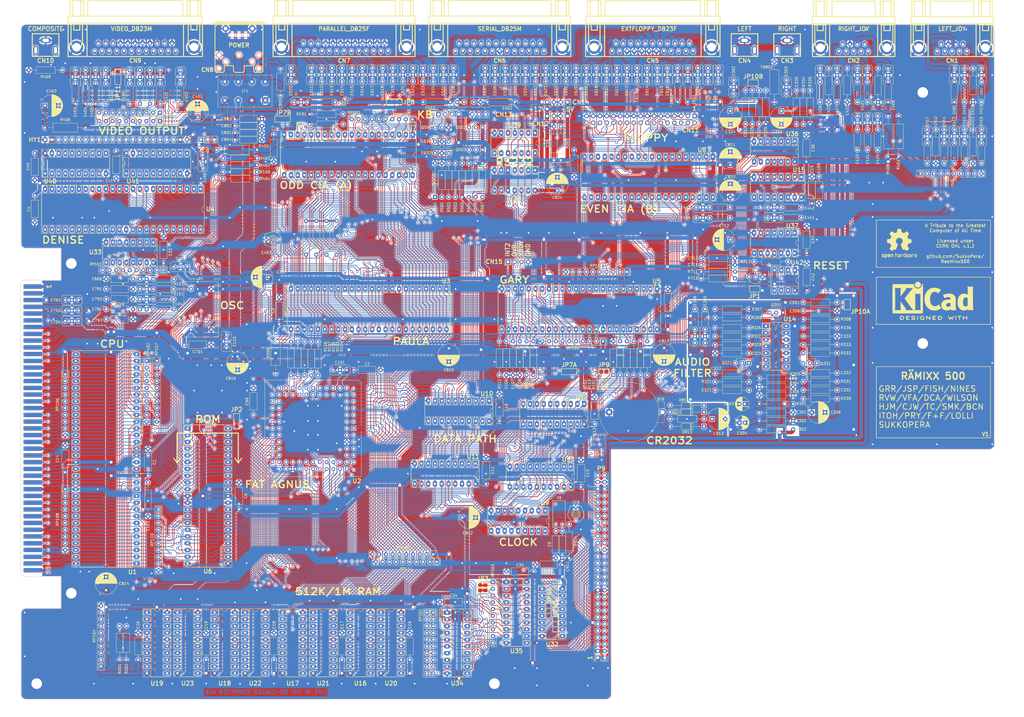
<source format=kicad_pcb>
(kicad_pcb (version 20171130) (host pcbnew 5.1.5)

  (general
    (thickness 1.6)
    (drawings 111)
    (tracks 12288)
    (zones 0)
    (modules 352)
    (nets 460)
  )

  (page A3)
  (title_block
    (title Rämixx500)
    (date 2020-04-11)
    (rev 1git)
    (company SukkoPera)
    (comment 4 "Licensed under CERN OHL v.1.2")
  )

  (layers
    (0 F.Cu signal)
    (31 B.Cu signal)
    (36 B.SilkS user)
    (37 F.SilkS user)
    (38 B.Mask user)
    (39 F.Mask user)
    (41 Cmts.User user hide)
    (42 Eco1.User user hide)
    (43 Eco2.User user hide)
    (44 Edge.Cuts user)
    (45 Margin user hide)
    (46 B.CrtYd user hide)
    (47 F.CrtYd user hide)
    (49 F.Fab user hide)
  )

  (setup
    (last_trace_width 1)
    (user_trace_width 0.6)
    (user_trace_width 1)
    (user_trace_width 1.4)
    (user_trace_width 2)
    (user_trace_width 2.5)
    (user_trace_width 4)
    (trace_clearance 0.25)
    (zone_clearance 0.2)
    (zone_45_only yes)
    (trace_min 0.2)
    (via_size 1)
    (via_drill 0.6)
    (via_min_size 0.4)
    (via_min_drill 0.3)
    (user_via 1.4 1)
    (uvia_size 0.3)
    (uvia_drill 0.1)
    (uvias_allowed no)
    (uvia_min_size 0.2)
    (uvia_min_drill 0.1)
    (edge_width 0.15)
    (segment_width 0.2)
    (pcb_text_width 0.3)
    (pcb_text_size 1.5 1.5)
    (mod_edge_width 0.15)
    (mod_text_size 1 1)
    (mod_text_width 0.15)
    (pad_size 1.6 1.6)
    (pad_drill 0.8)
    (pad_to_mask_clearance 0)
    (solder_mask_min_width 0.25)
    (aux_axis_origin 29 24)
    (visible_elements FFFFFF7F)
    (pcbplotparams
      (layerselection 0x010fc_ffffffff)
      (usegerberextensions false)
      (usegerberattributes false)
      (usegerberadvancedattributes false)
      (creategerberjobfile false)
      (excludeedgelayer true)
      (linewidth 0.100000)
      (plotframeref false)
      (viasonmask false)
      (mode 1)
      (useauxorigin false)
      (hpglpennumber 1)
      (hpglpenspeed 20)
      (hpglpendiameter 15.000000)
      (psnegative false)
      (psa4output false)
      (plotreference true)
      (plotvalue true)
      (plotinvisibletext false)
      (padsonsilk false)
      (subtractmaskfromsilk false)
      (outputformat 1)
      (mirror false)
      (drillshape 1)
      (scaleselection 1)
      (outputdirectory ""))
  )

  (net 0 "")
  (net 1 ~BEER)
  (net 2 ~VPA)
  (net 3 E)
  (net 4 ~VMA)
  (net 5 ~RST)
  (net 6 ~HLT)
  (net 7 7MHZ)
  (net 8 ~BR)
  (net 9 ~BGACK)
  (net 10 ~DTACK)
  (net 11 R~W)
  (net 12 ~LDS)
  (net 13 ~UDS)
  (net 14 ~AS)
  (net 15 ~RAS1)
  (net 16 ~CASU)
  (net 17 ~RAS0)
  (net 18 ~CASL)
  (net 19 "Net-(R103-Pad2)")
  (net 20 "Net-(R106-Pad2)")
  (net 21 "Net-(R104-Pad2)")
  (net 22 "Net-(R105-Pad2)")
  (net 23 "Net-(U2-Pad20)")
  (net 24 "Net-(U2-Pad25)")
  (net 25 "Net-(U2-Pad23)")
  (net 26 ~WE)
  (net 27 "Net-(U2-Pad19)")
  (net 28 ~INT3)
  (net 29 ~VSYNC)
  (net 30 ~HSYNC)
  (net 31 ~CSYNC)
  (net 32 ~INT6)
  (net 33 ~RXD)
  (net 34 ~TXD)
  (net 35 ~INT2)
  (net 36 DKWE)
  (net 37 ~DKWD)
  (net 38 ~DKRD)
  (net 39 GND)
  (net 40 CCKQ)
  (net 41 CCK)
  (net 42 "Net-(U4-Pad25)")
  (net 43 "Net-(U4-Pad26)")
  (net 44 "Net-(U4-Pad27)")
  (net 45 "Net-(U4-Pad28)")
  (net 46 "Net-(U4-Pad29)")
  (net 47 "Net-(U4-Pad30)")
  (net 48 "Net-(U4-Pad31)")
  (net 49 "Net-(U4-Pad33)")
  (net 50 ~CDAC)
  (net 51 7MHZ_A)
  (net 52 "Net-(U4-Pad20)")
  (net 53 "Net-(U4-Pad21)")
  (net 54 "Net-(U4-Pad22)")
  (net 55 "Net-(U4-Pad23)")
  (net 56 "Net-(U4-Pad24)")
  (net 57 "Net-(R111-Pad1)")
  (net 58 "Net-(R102-Pad1)")
  (net 59 "Net-(R112-Pad1)")
  (net 60 "Net-(R113-Pad1)")
  (net 61 ~KBRESET)
  (net 62 ~OVR)
  (net 63 OVL)
  (net 64 ~MTR)
  (net 65 XRDY)
  (net 66 ~EXTICK)
  (net 67 ~SEL0)
  (net 68 "Net-(R101-Pad1)")
  (net 69 "Net-(U36-Pad9)")
  (net 70 "Net-(R114-Pad2)")
  (net 71 "Net-(U36-Pad5)")
  (net 72 "Net-(U36-Pad3)")
  (net 73 "Net-(U36-Pad1)")
  (net 74 ~KBCLOCK)
  (net 75 ~KBDATA)
  (net 76 "Net-(JP7B1-Pad2)")
  (net 77 "Net-(E511-Pad1)")
  (net 78 ~RESET)
  (net 79 ~RDY)
  (net 80 ~TRK0)
  (net 81 "Net-(R109-Pad1)")
  (net 82 ~WPROT)
  (net 83 "Net-(E521-Pad1)")
  (net 84 ~CHNG)
  (net 85 ~ODD_CIA)
  (net 86 ~LED)
  (net 87 "Net-(E522-Pad1)")
  (net 88 "Net-(E523-Pad1)")
  (net 89 ~EVEN_CIA)
  (net 90 "Net-(E524-Pad1)")
  (net 91 ~INDEX)
  (net 92 "Net-(U39-Pad8)")
  (net 93 "Net-(U39-Pad6)")
  (net 94 "Net-(U39-Pad11)")
  (net 95 "Net-(U38-Pad4)")
  (net 96 "Net-(U38-Pad12)")
  (net 97 ~STEP)
  (net 98 DIR)
  (net 99 ~SIDE)
  (net 100 ~SEL1)
  (net 101 "Net-(R113-Pad2)")
  (net 102 "Net-(R111-Pad2)")
  (net 103 "Net-(R112-Pad2)")
  (net 104 "/Denise & Video Stuff/br3")
  (net 105 "/Denise & Video Stuff/br2")
  (net 106 "/Denise & Video Stuff/br1")
  (net 107 "/Denise & Video Stuff/br0")
  (net 108 "/Denise & Video Stuff/bg3")
  (net 109 "/Denise & Video Stuff/bg2")
  (net 110 "/Denise & Video Stuff/bg1")
  (net 111 "/Denise & Video Stuff/bg0")
  (net 112 VD)
  (net 113 "/Denise & Video Stuff/bcsync_b")
  (net 114 "/Denise & Video Stuff/bcsync_a")
  (net 115 "/Denise & Video Stuff/bpixelsw")
  (net 116 "/Denise & Video Stuff/bcck")
  (net 117 "/Denise & Video Stuff/bb0")
  (net 118 "/Denise & Video Stuff/bb1")
  (net 119 "/Denise & Video Stuff/bb2")
  (net 120 "/Denise & Video Stuff/bb3")
  (net 121 VCC)
  (net 122 "/Parallel & Serial/status")
  (net 123 "Net-(JP3A1-Pad2)")
  (net 124 "Net-(JP3B1-Pad1)")
  (net 125 /RAM/~bcasl0)
  (net 126 /RAM/~bcasu0)
  (net 127 "Net-(C711-Pad1)")
  (net 128 "Net-(C712-Pad1)")
  (net 129 "Net-(D501-Pad1)")
  (net 130 ~BWE)
  (net 131 "Net-(C322-Pad1)")
  (net 132 "Net-(C332-Pad1)")
  (net 133 "Net-(U32-Pad1)")
  (net 134 ~DKWEB)
  (net 135 ~MTR0)
  (net 136 ~DKWDB)
  (net 137 ~ROMEN)
  (net 138 RGA8)
  (net 139 RGA7)
  (net 140 RGA1)
  (net 141 RGA2)
  (net 142 RGA4)
  (net 143 RGA6)
  (net 144 RGA3)
  (net 145 RGA5)
  (net 146 D5)
  (net 147 A4)
  (net 148 D6)
  (net 149 A3)
  (net 150 D7)
  (net 151 A2)
  (net 152 D8)
  (net 153 A1)
  (net 154 D9)
  (net 155 D10)
  (net 156 D11)
  (net 157 D12)
  (net 158 D13)
  (net 159 D14)
  (net 160 D15)
  (net 161 A23)
  (net 162 A22)
  (net 163 A21)
  (net 164 A20)
  (net 165 A19)
  (net 166 A18)
  (net 167 A17)
  (net 168 A16)
  (net 169 A15)
  (net 170 A14)
  (net 171 A13)
  (net 172 A12)
  (net 173 A11)
  (net 174 A10)
  (net 175 A9)
  (net 176 D0)
  (net 177 A8)
  (net 178 D1)
  (net 179 A7)
  (net 180 D2)
  (net 181 A6)
  (net 182 D3)
  (net 183 A5)
  (net 184 D4)
  (net 185 DRA9)
  (net 186 DRA7)
  (net 187 DRA5)
  (net 188 DRA3)
  (net 189 DRA1)
  (net 190 DRA8)
  (net 191 DRA6)
  (net 192 DRA4)
  (net 193 DRA2)
  (net 194 DRA0)
  (net 195 DRD9)
  (net 196 DRD10)
  (net 197 DRD11)
  (net 198 DRD12)
  (net 199 DRD13)
  (net 200 DRD14)
  (net 201 DRD15)
  (net 202 DRD0)
  (net 203 DRD1)
  (net 204 DRD2)
  (net 205 DRD3)
  (net 206 DRD4)
  (net 207 DRD5)
  (net 208 DRD6)
  (net 209 DRD7)
  (net 210 DRD8)
  (net 211 FC0)
  (net 212 FC1)
  (net 213 FC2)
  (net 214 ~IPL0)
  (net 215 ~IPL1)
  (net 216 ~IPL2)
  (net 217 BDRA7)
  (net 218 BDRA6)
  (net 219 BDRA5)
  (net 220 BDRA4)
  (net 221 BDRA3)
  (net 222 BDRA2)
  (net 223 BDRA1)
  (net 224 BDRA0)
  (net 225 BDRA8)
  (net 226 XCLK)
  (net 227 GNDA)
  (net 228 +12V)
  (net 229 -12V)
  (net 230 "Net-(RP103-Pad3)")
  (net 231 ~XCLKEN)
  (net 232 "Net-(C401-Pad1)")
  (net 233 VDDA)
  (net 234 "Net-(C3-Pad1)")
  (net 235 +VDC)
  (net 236 -VDC)
  (net 237 "Net-(C324-Pad2)")
  (net 238 CDAC)
  (net 239 ~CCK)
  (net 240 ~CCKQ)
  (net 241 /RAM/ma7)
  (net 242 /RAM/ma6)
  (net 243 /RAM/ma4)
  (net 244 /RAM/ma3)
  (net 245 /RAM/ma2)
  (net 246 /RAM/ma1)
  (net 247 /RAM/ma0)
  (net 248 /RAM/ma8)
  (net 249 "Net-(R201-Pad2)")
  (net 250 "Net-(R202-Pad2)")
  (net 251 "Net-(RP203-Pad6)")
  (net 252 "Net-(RP203-Pad8)")
  (net 253 "Net-(RP203-Pad10)")
  (net 254 ~BG)
  (net 255 "Net-(JP2-Pad2)")
  (net 256 ~LPEN)
  (net 257 ~CLKRD)
  (net 258 ~CLKWR)
  (net 259 ~FIRE1)
  (net 260 "Net-(BT9-Pad1)")
  (net 261 "Net-(C9-Pad1)")
  (net 262 "Net-(D911-Pad2)")
  (net 263 "Net-(R914-Pad2)")
  (net 264 "Net-(R915-Pad2)")
  (net 265 "Net-(U9-Pad1)")
  (net 266 "Net-(C911-Pad2)")
  (net 267 ~CLKCS)
  (net 268 ~BCASL1)
  (net 269 ~BCASU1)
  (net 270 /RAM/ma5)
  (net 271 "Net-(E702-Pad3)")
  (net 272 "Net-(HY1-Pad20)")
  (net 273 ~BRAS1)
  (net 274 ~BRAS0)
  (net 275 BDRA9)
  (net 276 "/Denise & Video Stuff/rbcsync_a")
  (net 277 "Net-(C413-Pad1)")
  (net 278 "Net-(CN1-Pad7)")
  (net 279 "Net-(C411-Pad1)")
  (net 280 "Net-(CN1-Pad1)")
  (net 281 "Net-(CN1-Pad2)")
  (net 282 "Net-(C412-Pad1)")
  (net 283 "Net-(CN1-Pad4)")
  (net 284 "Net-(CN1-Pad3)")
  (net 285 "Net-(C423-Pad1)")
  (net 286 "Net-(CN2-Pad7)")
  (net 287 "Net-(C421-Pad1)")
  (net 288 "Net-(CN2-Pad1)")
  (net 289 "Net-(CN2-Pad2)")
  (net 290 "Net-(C422-Pad1)")
  (net 291 "Net-(CN2-Pad4)")
  (net 292 "Net-(CN2-Pad3)")
  (net 293 "Net-(C501-Pad2)")
  (net 294 "/Parallel & Serial/+v")
  (net 295 "/Parallel & Serial/-v")
  (net 296 "/Parallel & Serial/~auto")
  (net 297 "/Parallel & Serial/inuse")
  (net 298 "/Denise & Video Stuff/ar")
  (net 299 "/Denise & Video Stuff/ag")
  (net 300 "/Denise & Video Stuff/ab")
  (net 301 "Net-(JP1-Pad1)")
  (net 302 ~FIRE0)
  (net 303 "/Denise & Video Stuff/csync_out")
  (net 304 "Net-(JP10A1-Pad2)")
  (net 305 AUDIN)
  (net 306 ~CCK_A)
  (net 307 "Net-(Q502-Pad2)")
  (net 308 "Net-(Q503-Pad2)")
  (net 309 "Net-(CN9-Pad14)")
  (net 310 "Net-(CN9-Pad6)")
  (net 311 "Net-(CN9-Pad7)")
  (net 312 "Net-(CN9-Pad8)")
  (net 313 "Net-(CN9-Pad9)")
  (net 314 "Net-(CN9-Pad12)")
  (net 315 "Net-(CN9-Pad11)")
  (net 316 "/Denise & Video Stuff/cck_c")
  (net 317 "Net-(CN9-Pad1)")
  (net 318 "Net-(C2-Pad1)")
  (net 319 "/Paula & Audio Stuff/pot1y")
  (net 320 DMAL)
  (net 321 "/Paula & Audio Stuff/pot1x")
  (net 322 "/Paula & Audio Stuff/pot0y")
  (net 323 "/Paula & Audio Stuff/pot0x")
  (net 324 "/Paula & Audio Stuff/left")
  (net 325 "/Paula & Audio Stuff/right")
  (net 326 M1H)
  (net 327 M0H)
  (net 328 M0V)
  (net 329 M1V)
  (net 330 "Net-(C331-Pad1)")
  (net 331 "Net-(C331-Pad2)")
  (net 332 "Net-(C321-Pad2)")
  (net 333 "Net-(C321-Pad1)")
  (net 334 "Net-(E443-Pad1)")
  (net 335 "Net-(E442-Pad1)")
  (net 336 "Net-(E441-Pad1)")
  (net 337 "Net-(E444-Pad1)")
  (net 338 "Net-(R306-Pad2)")
  (net 339 "Net-(C713-Pad1)")
  (net 340 "Net-(Q711-Pad2)")
  (net 341 "Net-(CN5-Pad23)")
  (net 342 "Net-(CN5-Pad12)")
  (net 343 "Net-(CN9-Pad10)")
  (net 344 "Net-(CN9-Pad5)")
  (net 345 "Net-(CN9-Pad4)")
  (net 346 "Net-(CN9-Pad3)")
  (net 347 "Net-(CN9-Pad23)")
  (net 348 "Net-(CN9-Pad22)")
  (net 349 "Net-(CN9-Pad21)")
  (net 350 "Net-(CN9-Pad15)")
  (net 351 "Net-(Q301-Pad2)")
  (net 352 "Net-(C308-Pad1)")
  (net 353 "Net-(Q321-Pad3)")
  (net 354 "Net-(Q331-Pad3)")
  (net 355 "Net-(R713-Pad2)")
  (net 356 "Net-(C332-Pad2)")
  (net 357 "Net-(C322-Pad2)")
  (net 358 "Net-(C33-Pad1)")
  (net 359 "Net-(C334-Pad2)")
  (net 360 "Net-(CN5-Pad13)")
  (net 361 "Net-(CN5-Pad14)")
  (net 362 "Net-(CN5-Pad15)")
  (net 363 "Net-(CN5-Pad16)")
  (net 364 "Net-(CN5-Pad17)")
  (net 365 "Net-(CN5-Pad18)")
  (net 366 "Net-(CN5-Pad19)")
  (net 367 "Net-(CN5-Pad20)")
  (net 368 "Net-(CN5-Pad21)")
  (net 369 "Net-(CN5-Pad22)")
  (net 370 "Net-(CN5-Pad1)")
  (net 371 "Net-(CN5-Pad2)")
  (net 372 "Net-(CN5-Pad8)")
  (net 373 "Net-(CN5-Pad9)")
  (net 374 "Net-(CN5-Pad10)")
  (net 375 "Net-(CN5-Pad11)")
  (net 376 "/Parallel & Serial/dtr")
  (net 377 "Net-(CN6-Pad22)")
  (net 378 "/Parallel & Serial/txd")
  (net 379 "/Parallel & Serial/rxd")
  (net 380 "/Parallel & Serial/rts")
  (net 381 "/Parallel & Serial/cd")
  (net 382 "/Parallel & Serial/dsr")
  (net 383 "/Parallel & Serial/cts")
  (net 384 "Net-(C502-Pad1)")
  (net 385 "Net-(CN7-Pad11)")
  (net 386 "Net-(CN7-Pad12)")
  (net 387 "Net-(CN7-Pad13)")
  (net 388 "Net-(CN7-Pad10)")
  (net 389 "Net-(CN7-Pad9)")
  (net 390 "Net-(CN7-Pad5)")
  (net 391 "Net-(CN7-Pad6)")
  (net 392 "Net-(CN7-Pad7)")
  (net 393 "Net-(CN7-Pad8)")
  (net 394 "Net-(CN7-Pad4)")
  (net 395 "Net-(CN7-Pad3)")
  (net 396 "Net-(CN7-Pad2)")
  (net 397 "Net-(CN7-Pad1)")
  (net 398 "/Parallel & Serial/~init")
  (net 399 "Net-(CN8-Pad3)")
  (net 400 "Net-(CN8-Pad5)")
  (net 401 "/Parallel & Serial/clock")
  (net 402 "/Parallel & Serial/data")
  (net 403 AUDOUT)
  (net 404 "Net-(E703-Pad3)")
  (net 405 "Net-(E704-Pad3)")
  (net 406 "Net-(E538-Pad1)")
  (net 407 "Net-(E666-Pad1)")
  (net 408 "/Parallel & Serial/pp7")
  (net 409 "/Parallel & Serial/pp6")
  (net 410 "/Parallel & Serial/pp5")
  (net 411 "/Parallel & Serial/pp4")
  (net 412 "/Parallel & Serial/pp3")
  (net 413 "/Parallel & Serial/pp2")
  (net 414 "/Parallel & Serial/pp1")
  (net 415 "/Parallel & Serial/pp0")
  (net 416 ~SEL2)
  (net 417 ~SEL3)
  (net 418 ~CCKQ_A)
  (net 419 "Net-(FB101-Pad1)")
  (net 420 ~MTRX)
  (net 421 ~IORESET)
  (net 422 "Net-(E533-Pad1)")
  (net 423 "Net-(E531-Pad1)")
  (net 424 "Net-(E532-Pad1)")
  (net 425 "Net-(E534-Pad1)")
  (net 426 "Net-(E537-Pad1)")
  (net 427 "Net-(E536-Pad1)")
  (net 428 "Net-(E535-Pad1)")
  (net 429 "Net-(C701-Pad1)")
  (net 430 "Net-(E414-Pad1)")
  (net 431 "Net-(E413-Pad1)")
  (net 432 "Net-(E401-Pad1)")
  (net 433 "Net-(E408-Pad1)")
  (net 434 "Net-(E302-Pad1)")
  (net 435 "Net-(E303-Pad1)")
  (net 436 "Net-(C800-Pad2)")
  (net 437 "Net-(C800-Pad1)")
  (net 438 "Net-(HY2-Pad2)")
  (net 439 "Net-(E104-Pad1)")
  (net 440 "Net-(E105-Pad1)")
  (net 441 "Net-(FB101-Pad3)")
  (net 442 "Net-(FB102-Pad1)")
  (net 443 "Net-(E435-Pad1)")
  (net 444 "Net-(TC9-Pad1)")
  (net 445 "Net-(C323-Pad1)")
  (net 446 "Net-(C333-Pad1)")
  (net 447 "Net-(E411-Pad1)")
  (net 448 "Net-(E412-Pad1)")
  (net 449 "Net-(E422-Pad1)")
  (net 450 "Net-(E424-Pad1)")
  (net 451 "Net-(E421-Pad1)")
  (net 452 "Net-(E423-Pad1)")
  (net 453 "Net-(C99-Pad1)")
  (net 454 "Net-(JP4A1-Pad2)")
  (net 455 "Net-(JP4B1-Pad2)")
  (net 456 "Net-(CN3-Pad2)")
  (net 457 "Net-(CN3-Pad3)")
  (net 458 "Net-(CN10-Pad2)")
  (net 459 "Net-(JP7A1-Pad3)")

  (net_class Default "This is the default net class."
    (clearance 0.25)
    (trace_width 0.25)
    (via_dia 1)
    (via_drill 0.6)
    (uvia_dia 0.3)
    (uvia_drill 0.1)
    (add_net +12V)
    (add_net +VDC)
    (add_net -12V)
    (add_net -VDC)
    (add_net "/Denise & Video Stuff/ab")
    (add_net "/Denise & Video Stuff/ag")
    (add_net "/Denise & Video Stuff/ar")
    (add_net "/Denise & Video Stuff/bb0")
    (add_net "/Denise & Video Stuff/bb1")
    (add_net "/Denise & Video Stuff/bb2")
    (add_net "/Denise & Video Stuff/bb3")
    (add_net "/Denise & Video Stuff/bcck")
    (add_net "/Denise & Video Stuff/bcsync_a")
    (add_net "/Denise & Video Stuff/bcsync_b")
    (add_net "/Denise & Video Stuff/bg0")
    (add_net "/Denise & Video Stuff/bg1")
    (add_net "/Denise & Video Stuff/bg2")
    (add_net "/Denise & Video Stuff/bg3")
    (add_net "/Denise & Video Stuff/bpixelsw")
    (add_net "/Denise & Video Stuff/br0")
    (add_net "/Denise & Video Stuff/br1")
    (add_net "/Denise & Video Stuff/br2")
    (add_net "/Denise & Video Stuff/br3")
    (add_net "/Denise & Video Stuff/cck_c")
    (add_net "/Denise & Video Stuff/csync_out")
    (add_net "/Denise & Video Stuff/rbcsync_a")
    (add_net "/Parallel & Serial/+v")
    (add_net "/Parallel & Serial/-v")
    (add_net "/Parallel & Serial/cd")
    (add_net "/Parallel & Serial/clock")
    (add_net "/Parallel & Serial/cts")
    (add_net "/Parallel & Serial/data")
    (add_net "/Parallel & Serial/dsr")
    (add_net "/Parallel & Serial/dtr")
    (add_net "/Parallel & Serial/inuse")
    (add_net "/Parallel & Serial/pp0")
    (add_net "/Parallel & Serial/pp1")
    (add_net "/Parallel & Serial/pp2")
    (add_net "/Parallel & Serial/pp3")
    (add_net "/Parallel & Serial/pp4")
    (add_net "/Parallel & Serial/pp5")
    (add_net "/Parallel & Serial/pp6")
    (add_net "/Parallel & Serial/pp7")
    (add_net "/Parallel & Serial/rts")
    (add_net "/Parallel & Serial/rxd")
    (add_net "/Parallel & Serial/status")
    (add_net "/Parallel & Serial/txd")
    (add_net "/Parallel & Serial/~auto")
    (add_net "/Parallel & Serial/~init")
    (add_net "/Paula & Audio Stuff/left")
    (add_net "/Paula & Audio Stuff/pot0x")
    (add_net "/Paula & Audio Stuff/pot0y")
    (add_net "/Paula & Audio Stuff/pot1x")
    (add_net "/Paula & Audio Stuff/pot1y")
    (add_net "/Paula & Audio Stuff/right")
    (add_net /RAM/ma0)
    (add_net /RAM/ma1)
    (add_net /RAM/ma2)
    (add_net /RAM/ma3)
    (add_net /RAM/ma4)
    (add_net /RAM/ma5)
    (add_net /RAM/ma6)
    (add_net /RAM/ma7)
    (add_net /RAM/ma8)
    (add_net /RAM/~bcasl0)
    (add_net /RAM/~bcasu0)
    (add_net 7MHZ)
    (add_net 7MHZ_A)
    (add_net A1)
    (add_net A10)
    (add_net A11)
    (add_net A12)
    (add_net A13)
    (add_net A14)
    (add_net A15)
    (add_net A16)
    (add_net A17)
    (add_net A18)
    (add_net A19)
    (add_net A2)
    (add_net A20)
    (add_net A21)
    (add_net A22)
    (add_net A23)
    (add_net A3)
    (add_net A4)
    (add_net A5)
    (add_net A6)
    (add_net A7)
    (add_net A8)
    (add_net A9)
    (add_net AUDIN)
    (add_net AUDOUT)
    (add_net BDRA0)
    (add_net BDRA1)
    (add_net BDRA2)
    (add_net BDRA3)
    (add_net BDRA4)
    (add_net BDRA5)
    (add_net BDRA6)
    (add_net BDRA7)
    (add_net BDRA8)
    (add_net BDRA9)
    (add_net CCK)
    (add_net CCKQ)
    (add_net CDAC)
    (add_net D0)
    (add_net D1)
    (add_net D10)
    (add_net D11)
    (add_net D12)
    (add_net D13)
    (add_net D14)
    (add_net D15)
    (add_net D2)
    (add_net D3)
    (add_net D4)
    (add_net D5)
    (add_net D6)
    (add_net D7)
    (add_net D8)
    (add_net D9)
    (add_net DIR)
    (add_net DKWE)
    (add_net DMAL)
    (add_net DRA0)
    (add_net DRA1)
    (add_net DRA2)
    (add_net DRA3)
    (add_net DRA4)
    (add_net DRA5)
    (add_net DRA6)
    (add_net DRA7)
    (add_net DRA8)
    (add_net DRA9)
    (add_net DRD0)
    (add_net DRD1)
    (add_net DRD10)
    (add_net DRD11)
    (add_net DRD12)
    (add_net DRD13)
    (add_net DRD14)
    (add_net DRD15)
    (add_net DRD2)
    (add_net DRD3)
    (add_net DRD4)
    (add_net DRD5)
    (add_net DRD6)
    (add_net DRD7)
    (add_net DRD8)
    (add_net DRD9)
    (add_net E)
    (add_net FC0)
    (add_net FC1)
    (add_net FC2)
    (add_net GND)
    (add_net GNDA)
    (add_net M0H)
    (add_net M0V)
    (add_net M1H)
    (add_net M1V)
    (add_net "Net-(BT9-Pad1)")
    (add_net "Net-(C2-Pad1)")
    (add_net "Net-(C3-Pad1)")
    (add_net "Net-(C308-Pad1)")
    (add_net "Net-(C321-Pad1)")
    (add_net "Net-(C321-Pad2)")
    (add_net "Net-(C322-Pad1)")
    (add_net "Net-(C322-Pad2)")
    (add_net "Net-(C323-Pad1)")
    (add_net "Net-(C324-Pad2)")
    (add_net "Net-(C33-Pad1)")
    (add_net "Net-(C331-Pad1)")
    (add_net "Net-(C331-Pad2)")
    (add_net "Net-(C332-Pad1)")
    (add_net "Net-(C332-Pad2)")
    (add_net "Net-(C333-Pad1)")
    (add_net "Net-(C334-Pad2)")
    (add_net "Net-(C401-Pad1)")
    (add_net "Net-(C411-Pad1)")
    (add_net "Net-(C412-Pad1)")
    (add_net "Net-(C413-Pad1)")
    (add_net "Net-(C421-Pad1)")
    (add_net "Net-(C422-Pad1)")
    (add_net "Net-(C423-Pad1)")
    (add_net "Net-(C501-Pad2)")
    (add_net "Net-(C502-Pad1)")
    (add_net "Net-(C701-Pad1)")
    (add_net "Net-(C711-Pad1)")
    (add_net "Net-(C712-Pad1)")
    (add_net "Net-(C713-Pad1)")
    (add_net "Net-(C800-Pad1)")
    (add_net "Net-(C800-Pad2)")
    (add_net "Net-(C9-Pad1)")
    (add_net "Net-(C911-Pad2)")
    (add_net "Net-(C99-Pad1)")
    (add_net "Net-(CN1-Pad1)")
    (add_net "Net-(CN1-Pad2)")
    (add_net "Net-(CN1-Pad3)")
    (add_net "Net-(CN1-Pad4)")
    (add_net "Net-(CN1-Pad7)")
    (add_net "Net-(CN10-Pad2)")
    (add_net "Net-(CN2-Pad1)")
    (add_net "Net-(CN2-Pad2)")
    (add_net "Net-(CN2-Pad3)")
    (add_net "Net-(CN2-Pad4)")
    (add_net "Net-(CN2-Pad7)")
    (add_net "Net-(CN3-Pad2)")
    (add_net "Net-(CN3-Pad3)")
    (add_net "Net-(CN5-Pad1)")
    (add_net "Net-(CN5-Pad10)")
    (add_net "Net-(CN5-Pad11)")
    (add_net "Net-(CN5-Pad12)")
    (add_net "Net-(CN5-Pad13)")
    (add_net "Net-(CN5-Pad14)")
    (add_net "Net-(CN5-Pad15)")
    (add_net "Net-(CN5-Pad16)")
    (add_net "Net-(CN5-Pad17)")
    (add_net "Net-(CN5-Pad18)")
    (add_net "Net-(CN5-Pad19)")
    (add_net "Net-(CN5-Pad2)")
    (add_net "Net-(CN5-Pad20)")
    (add_net "Net-(CN5-Pad21)")
    (add_net "Net-(CN5-Pad22)")
    (add_net "Net-(CN5-Pad23)")
    (add_net "Net-(CN5-Pad8)")
    (add_net "Net-(CN5-Pad9)")
    (add_net "Net-(CN6-Pad22)")
    (add_net "Net-(CN7-Pad1)")
    (add_net "Net-(CN7-Pad10)")
    (add_net "Net-(CN7-Pad11)")
    (add_net "Net-(CN7-Pad12)")
    (add_net "Net-(CN7-Pad13)")
    (add_net "Net-(CN7-Pad2)")
    (add_net "Net-(CN7-Pad3)")
    (add_net "Net-(CN7-Pad4)")
    (add_net "Net-(CN7-Pad5)")
    (add_net "Net-(CN7-Pad6)")
    (add_net "Net-(CN7-Pad7)")
    (add_net "Net-(CN7-Pad8)")
    (add_net "Net-(CN7-Pad9)")
    (add_net "Net-(CN8-Pad3)")
    (add_net "Net-(CN8-Pad5)")
    (add_net "Net-(CN9-Pad1)")
    (add_net "Net-(CN9-Pad10)")
    (add_net "Net-(CN9-Pad11)")
    (add_net "Net-(CN9-Pad12)")
    (add_net "Net-(CN9-Pad14)")
    (add_net "Net-(CN9-Pad15)")
    (add_net "Net-(CN9-Pad21)")
    (add_net "Net-(CN9-Pad22)")
    (add_net "Net-(CN9-Pad23)")
    (add_net "Net-(CN9-Pad3)")
    (add_net "Net-(CN9-Pad4)")
    (add_net "Net-(CN9-Pad5)")
    (add_net "Net-(CN9-Pad6)")
    (add_net "Net-(CN9-Pad7)")
    (add_net "Net-(CN9-Pad8)")
    (add_net "Net-(CN9-Pad9)")
    (add_net "Net-(D501-Pad1)")
    (add_net "Net-(D911-Pad2)")
    (add_net "Net-(E104-Pad1)")
    (add_net "Net-(E105-Pad1)")
    (add_net "Net-(E302-Pad1)")
    (add_net "Net-(E303-Pad1)")
    (add_net "Net-(E401-Pad1)")
    (add_net "Net-(E408-Pad1)")
    (add_net "Net-(E411-Pad1)")
    (add_net "Net-(E412-Pad1)")
    (add_net "Net-(E413-Pad1)")
    (add_net "Net-(E414-Pad1)")
    (add_net "Net-(E421-Pad1)")
    (add_net "Net-(E422-Pad1)")
    (add_net "Net-(E423-Pad1)")
    (add_net "Net-(E424-Pad1)")
    (add_net "Net-(E435-Pad1)")
    (add_net "Net-(E441-Pad1)")
    (add_net "Net-(E442-Pad1)")
    (add_net "Net-(E443-Pad1)")
    (add_net "Net-(E444-Pad1)")
    (add_net "Net-(E511-Pad1)")
    (add_net "Net-(E521-Pad1)")
    (add_net "Net-(E522-Pad1)")
    (add_net "Net-(E523-Pad1)")
    (add_net "Net-(E524-Pad1)")
    (add_net "Net-(E531-Pad1)")
    (add_net "Net-(E532-Pad1)")
    (add_net "Net-(E533-Pad1)")
    (add_net "Net-(E534-Pad1)")
    (add_net "Net-(E535-Pad1)")
    (add_net "Net-(E536-Pad1)")
    (add_net "Net-(E537-Pad1)")
    (add_net "Net-(E538-Pad1)")
    (add_net "Net-(E666-Pad1)")
    (add_net "Net-(E702-Pad3)")
    (add_net "Net-(E703-Pad3)")
    (add_net "Net-(E704-Pad3)")
    (add_net "Net-(FB101-Pad1)")
    (add_net "Net-(FB101-Pad3)")
    (add_net "Net-(FB102-Pad1)")
    (add_net "Net-(HY1-Pad20)")
    (add_net "Net-(HY2-Pad2)")
    (add_net "Net-(JP1-Pad1)")
    (add_net "Net-(JP10A1-Pad2)")
    (add_net "Net-(JP2-Pad2)")
    (add_net "Net-(JP3A1-Pad2)")
    (add_net "Net-(JP3B1-Pad1)")
    (add_net "Net-(JP4A1-Pad2)")
    (add_net "Net-(JP4B1-Pad2)")
    (add_net "Net-(JP7A1-Pad3)")
    (add_net "Net-(JP7B1-Pad2)")
    (add_net "Net-(Q301-Pad2)")
    (add_net "Net-(Q321-Pad3)")
    (add_net "Net-(Q331-Pad3)")
    (add_net "Net-(Q502-Pad2)")
    (add_net "Net-(Q503-Pad2)")
    (add_net "Net-(Q711-Pad2)")
    (add_net "Net-(R101-Pad1)")
    (add_net "Net-(R102-Pad1)")
    (add_net "Net-(R103-Pad2)")
    (add_net "Net-(R104-Pad2)")
    (add_net "Net-(R105-Pad2)")
    (add_net "Net-(R106-Pad2)")
    (add_net "Net-(R109-Pad1)")
    (add_net "Net-(R111-Pad1)")
    (add_net "Net-(R111-Pad2)")
    (add_net "Net-(R112-Pad1)")
    (add_net "Net-(R112-Pad2)")
    (add_net "Net-(R113-Pad1)")
    (add_net "Net-(R113-Pad2)")
    (add_net "Net-(R114-Pad2)")
    (add_net "Net-(R201-Pad2)")
    (add_net "Net-(R202-Pad2)")
    (add_net "Net-(R306-Pad2)")
    (add_net "Net-(R713-Pad2)")
    (add_net "Net-(R914-Pad2)")
    (add_net "Net-(R915-Pad2)")
    (add_net "Net-(RP103-Pad3)")
    (add_net "Net-(RP203-Pad10)")
    (add_net "Net-(RP203-Pad6)")
    (add_net "Net-(RP203-Pad8)")
    (add_net "Net-(TC9-Pad1)")
    (add_net "Net-(U2-Pad19)")
    (add_net "Net-(U2-Pad20)")
    (add_net "Net-(U2-Pad23)")
    (add_net "Net-(U2-Pad25)")
    (add_net "Net-(U32-Pad1)")
    (add_net "Net-(U36-Pad1)")
    (add_net "Net-(U36-Pad3)")
    (add_net "Net-(U36-Pad5)")
    (add_net "Net-(U36-Pad9)")
    (add_net "Net-(U38-Pad12)")
    (add_net "Net-(U38-Pad4)")
    (add_net "Net-(U39-Pad11)")
    (add_net "Net-(U39-Pad6)")
    (add_net "Net-(U39-Pad8)")
    (add_net "Net-(U4-Pad20)")
    (add_net "Net-(U4-Pad21)")
    (add_net "Net-(U4-Pad22)")
    (add_net "Net-(U4-Pad23)")
    (add_net "Net-(U4-Pad24)")
    (add_net "Net-(U4-Pad25)")
    (add_net "Net-(U4-Pad26)")
    (add_net "Net-(U4-Pad27)")
    (add_net "Net-(U4-Pad28)")
    (add_net "Net-(U4-Pad29)")
    (add_net "Net-(U4-Pad30)")
    (add_net "Net-(U4-Pad31)")
    (add_net "Net-(U4-Pad33)")
    (add_net "Net-(U9-Pad1)")
    (add_net OVL)
    (add_net RGA1)
    (add_net RGA2)
    (add_net RGA3)
    (add_net RGA4)
    (add_net RGA5)
    (add_net RGA6)
    (add_net RGA7)
    (add_net RGA8)
    (add_net R~W)
    (add_net VCC)
    (add_net VD)
    (add_net VDDA)
    (add_net XCLK)
    (add_net XRDY)
    (add_net ~AS)
    (add_net ~BCASL1)
    (add_net ~BCASU1)
    (add_net ~BEER)
    (add_net ~BG)
    (add_net ~BGACK)
    (add_net ~BR)
    (add_net ~BRAS0)
    (add_net ~BRAS1)
    (add_net ~BWE)
    (add_net ~CASL)
    (add_net ~CASU)
    (add_net ~CCK)
    (add_net ~CCKQ)
    (add_net ~CCKQ_A)
    (add_net ~CCK_A)
    (add_net ~CDAC)
    (add_net ~CHNG)
    (add_net ~CLKCS)
    (add_net ~CLKRD)
    (add_net ~CLKWR)
    (add_net ~CSYNC)
    (add_net ~DKRD)
    (add_net ~DKWD)
    (add_net ~DKWDB)
    (add_net ~DKWEB)
    (add_net ~DTACK)
    (add_net ~EVEN_CIA)
    (add_net ~EXTICK)
    (add_net ~FIRE0)
    (add_net ~FIRE1)
    (add_net ~HLT)
    (add_net ~HSYNC)
    (add_net ~INDEX)
    (add_net ~INT2)
    (add_net ~INT3)
    (add_net ~INT6)
    (add_net ~IORESET)
    (add_net ~IPL0)
    (add_net ~IPL1)
    (add_net ~IPL2)
    (add_net ~KBCLOCK)
    (add_net ~KBDATA)
    (add_net ~KBRESET)
    (add_net ~LDS)
    (add_net ~LED)
    (add_net ~LPEN)
    (add_net ~MTR)
    (add_net ~MTR0)
    (add_net ~MTRX)
    (add_net ~ODD_CIA)
    (add_net ~OVR)
    (add_net ~RAS0)
    (add_net ~RAS1)
    (add_net ~RDY)
    (add_net ~RESET)
    (add_net ~ROMEN)
    (add_net ~RST)
    (add_net ~RXD)
    (add_net ~SEL0)
    (add_net ~SEL1)
    (add_net ~SEL2)
    (add_net ~SEL3)
    (add_net ~SIDE)
    (add_net ~STEP)
    (add_net ~TRK0)
    (add_net ~TXD)
    (add_net ~UDS)
    (add_net ~VMA)
    (add_net ~VPA)
    (add_net ~VSYNC)
    (add_net ~WE)
    (add_net ~WPROT)
    (add_net ~XCLKEN)
  )

  (net_class Power1.5mm ""
    (clearance 0.5)
    (trace_width 1.5)
    (via_dia 1.4)
    (via_drill 0.8)
    (uvia_dia 0.3)
    (uvia_drill 0.1)
  )

  (module Raemixx500:Battery_Holder_Coin_2032_BS-7 (layer F.Cu) (tedit 5E921D87) (tstamp 5D72B874)
    (at 250.129 169.926)
    (descr http://www.memoryprotectiondevices.com/datasheets/BS-7-datasheet.pdf)
    (path /5CF615AB/5CF9EAEA)
    (fp_text reference BT9 (at 19.365 -4.826) (layer F.SilkS)
      (effects (font (size 1 1) (thickness 0.15)))
    )
    (fp_text value CR2032 (at 7.4676 13.56) (layer F.Fab)
      (effects (font (size 1 1) (thickness 0.15)))
    )
    (fp_circle (center 7.4676 0) (end -3.7084 0) (layer F.Fab) (width 0.1))
    (fp_circle (center 7.4676 0) (end -3.7592 0) (layer F.SilkS) (width 0.1))
    (fp_text user %R (at 7.4676 0) (layer F.Fab)
      (effects (font (size 1 1) (thickness 0.15)))
    )
    (fp_line (start 17.9832 -3.81) (end 20.6756 -3.81) (layer F.Fab) (width 0.1))
    (fp_line (start 17.9832 3.81) (end 20.6756 3.81) (layer F.Fab) (width 0.1))
    (fp_line (start 20.6756 -3.81) (end 20.6756 3.81) (layer F.Fab) (width 0.1))
    (fp_line (start 18.034 -3.9116) (end 20.7772 -3.9116) (layer F.SilkS) (width 0.1))
    (fp_line (start 18.034 3.9116) (end 20.7772 3.9116) (layer F.SilkS) (width 0.1))
    (fp_line (start 20.7772 -3.9116) (end 20.7772 -1.0668) (layer F.SilkS) (width 0.1))
    (fp_line (start 20.7772 3.9116) (end 20.7772 1.0668) (layer F.SilkS) (width 0.1))
    (fp_line (start -3.9624 -11.43) (end -3.9624 11.43) (layer F.CrtYd) (width 0.05))
    (fp_line (start 21.5138 -11.43) (end 21.5138 11.43) (layer F.CrtYd) (width 0.05))
    (fp_line (start -3.9624 -11.43) (end 21.5138 -11.43) (layer F.CrtYd) (width 0.05))
    (fp_line (start -3.9624 11.43) (end 21.5138 11.43) (layer F.CrtYd) (width 0.05))
    (pad 1 thru_hole circle (at 20 0) (size 2.5 2.5) (drill 1.5) (layers *.Cu *.Mask)
      (net 260 "Net-(BT9-Pad1)"))
    (pad 2 thru_hole rect (at 0 0) (size 2.17 2.17) (drill 1.17) (layers *.Cu *.Mask)
      (net 39 GND))
    (model ${KIPRJMOD}/3dModels/BS-7.STEP
      (offset (xyz 7.5 0 0))
      (scale (xyz 1 1 1))
      (rotate (xyz -90 0 -90))
    )
  )

  (module Raemixx500:Trapdoor (layer F.Cu) (tedit 5E89B8A1) (tstamp 5E8B8794)
    (at 245.872 193.675)
    (descr "Through hole straight pin header, 2x28, 2.54mm pitch, double rows")
    (tags "Through hole pin header THT 2x28 2.54mm double row")
    (path /5D00C589/5D00E3F8)
    (fp_text reference P9 (at 1.275 -2.54) (layer F.SilkS)
      (effects (font (size 1.6 1.6) (thickness 0.3)))
    )
    (fp_text value TRAPDOOR (at 1.27 70.91) (layer F.Fab)
      (effects (font (size 1 1) (thickness 0.15)))
    )
    (fp_text user %R (at 1.27 34.29 90) (layer F.Fab)
      (effects (font (size 1 1) (thickness 0.15)))
    )
    (fp_line (start 4.35 -1.8) (end -1.8 -1.8) (layer F.CrtYd) (width 0.05))
    (fp_line (start 4.35 70.35) (end 4.35 -1.8) (layer F.CrtYd) (width 0.05))
    (fp_line (start -1.8 70.35) (end 4.35 70.35) (layer F.CrtYd) (width 0.05))
    (fp_line (start -1.8 -1.8) (end -1.8 70.35) (layer F.CrtYd) (width 0.05))
    (fp_line (start -1.33 69.91) (end -1.33 68.58) (layer F.SilkS) (width 0.12))
    (fp_line (start 0 69.91) (end -1.33 69.91) (layer F.SilkS) (width 0.12))
    (fp_line (start -1.33 -1.33) (end 3.87 -1.33) (layer F.SilkS) (width 0.12))
    (fp_line (start 1.27 67.31) (end -1.33 67.31) (layer F.SilkS) (width 0.12))
    (fp_line (start 1.27 69.91) (end 1.27 67.31) (layer F.SilkS) (width 0.12))
    (fp_line (start 3.87 -1.33) (end 3.87 69.91) (layer F.SilkS) (width 0.12))
    (fp_line (start -1.33 -1.33) (end -1.33 67.31) (layer F.SilkS) (width 0.12))
    (fp_line (start 1.27 69.91) (end 3.87 69.91) (layer F.SilkS) (width 0.12))
    (fp_line (start -1.27 0) (end 0 -1.27) (layer F.Fab) (width 0.1))
    (fp_line (start -1.27 69.85) (end -1.27 0) (layer F.Fab) (width 0.1))
    (fp_line (start 3.81 69.85) (end -1.27 69.85) (layer F.Fab) (width 0.1))
    (fp_line (start 3.81 -1.27) (end 3.81 69.85) (layer F.Fab) (width 0.1))
    (fp_line (start 0 -1.27) (end 3.81 -1.27) (layer F.Fab) (width 0.1))
    (pad 2 thru_hole oval (at 2.54 68.58) (size 1.7 1.7) (drill 1) (layers *.Cu *.Mask)
      (net 121 VCC))
    (pad 1 thru_hole rect (at 0 68.58) (size 1.7 1.7) (drill 1) (layers *.Cu *.Mask)
      (net 121 VCC))
    (pad 4 thru_hole oval (at 2.54 66.04) (size 1.7 1.7) (drill 1) (layers *.Cu *.Mask)
      (net 39 GND))
    (pad 3 thru_hole oval (at 0 66.04) (size 1.7 1.7) (drill 1) (layers *.Cu *.Mask)
      (net 39 GND))
    (pad 6 thru_hole oval (at 2.54 63.5) (size 1.7 1.7) (drill 1) (layers *.Cu *.Mask)
      (net 203 DRD1))
    (pad 5 thru_hole oval (at 0 63.5) (size 1.7 1.7) (drill 1) (layers *.Cu *.Mask)
      (net 202 DRD0))
    (pad 8 thru_hole oval (at 2.54 60.96) (size 1.7 1.7) (drill 1) (layers *.Cu *.Mask)
      (net 205 DRD3))
    (pad 7 thru_hole oval (at 0 60.96) (size 1.7 1.7) (drill 1) (layers *.Cu *.Mask)
      (net 204 DRD2))
    (pad 10 thru_hole oval (at 2.54 58.42) (size 1.7 1.7) (drill 1) (layers *.Cu *.Mask)
      (net 207 DRD5))
    (pad 9 thru_hole oval (at 0 58.42) (size 1.7 1.7) (drill 1) (layers *.Cu *.Mask)
      (net 206 DRD4))
    (pad 12 thru_hole oval (at 2.54 55.88) (size 1.7 1.7) (drill 1) (layers *.Cu *.Mask)
      (net 209 DRD7))
    (pad 11 thru_hole oval (at 0 55.88) (size 1.7 1.7) (drill 1) (layers *.Cu *.Mask)
      (net 208 DRD6))
    (pad 14 thru_hole oval (at 2.54 53.34) (size 1.7 1.7) (drill 1) (layers *.Cu *.Mask)
      (net 195 DRD9))
    (pad 13 thru_hole oval (at 0 53.34) (size 1.7 1.7) (drill 1) (layers *.Cu *.Mask)
      (net 210 DRD8))
    (pad 16 thru_hole oval (at 2.54 50.8) (size 1.7 1.7) (drill 1) (layers *.Cu *.Mask)
      (net 197 DRD11))
    (pad 15 thru_hole oval (at 0 50.8) (size 1.7 1.7) (drill 1) (layers *.Cu *.Mask)
      (net 196 DRD10))
    (pad 18 thru_hole oval (at 2.54 48.26) (size 1.7 1.7) (drill 1) (layers *.Cu *.Mask)
      (net 199 DRD13))
    (pad 17 thru_hole oval (at 0 48.26) (size 1.7 1.7) (drill 1) (layers *.Cu *.Mask)
      (net 198 DRD12))
    (pad 20 thru_hole oval (at 2.54 45.72) (size 1.7 1.7) (drill 1) (layers *.Cu *.Mask)
      (net 201 DRD15))
    (pad 19 thru_hole oval (at 0 45.72) (size 1.7 1.7) (drill 1) (layers *.Cu *.Mask)
      (net 200 DRD14))
    (pad 22 thru_hole oval (at 2.54 43.18) (size 1.7 1.7) (drill 1) (layers *.Cu *.Mask)
      (net 39 GND))
    (pad 21 thru_hole oval (at 0 43.18) (size 1.7 1.7) (drill 1) (layers *.Cu *.Mask)
      (net 39 GND))
    (pad 24 thru_hole oval (at 2.54 40.64) (size 1.7 1.7) (drill 1) (layers *.Cu *.Mask)
      (net 223 BDRA1))
    (pad 23 thru_hole oval (at 0 40.64) (size 1.7 1.7) (drill 1) (layers *.Cu *.Mask)
      (net 224 BDRA0))
    (pad 26 thru_hole oval (at 2.54 38.1) (size 1.7 1.7) (drill 1) (layers *.Cu *.Mask)
      (net 221 BDRA3))
    (pad 25 thru_hole oval (at 0 38.1) (size 1.7 1.7) (drill 1) (layers *.Cu *.Mask)
      (net 222 BDRA2))
    (pad 28 thru_hole oval (at 2.54 35.56) (size 1.7 1.7) (drill 1) (layers *.Cu *.Mask)
      (net 219 BDRA5))
    (pad 27 thru_hole oval (at 0 35.56) (size 1.7 1.7) (drill 1) (layers *.Cu *.Mask)
      (net 220 BDRA4))
    (pad 30 thru_hole oval (at 2.54 33.02) (size 1.7 1.7) (drill 1) (layers *.Cu *.Mask)
      (net 217 BDRA7))
    (pad 29 thru_hole oval (at 0 33.02) (size 1.7 1.7) (drill 1) (layers *.Cu *.Mask)
      (net 218 BDRA6))
    (pad 32 thru_hole oval (at 2.54 30.48) (size 1.7 1.7) (drill 1) (layers *.Cu *.Mask)
      (net 459 "Net-(JP7A1-Pad3)"))
    (pad 31 thru_hole oval (at 0 30.48) (size 1.7 1.7) (drill 1) (layers *.Cu *.Mask)
      (net 225 BDRA8))
    (pad 34 thru_hole oval (at 2.54 27.94) (size 1.7 1.7) (drill 1) (layers *.Cu *.Mask)
      (net 39 GND))
    (pad 33 thru_hole oval (at 0 27.94) (size 1.7 1.7) (drill 1) (layers *.Cu *.Mask)
      (net 267 ~CLKCS))
    (pad 36 thru_hole oval (at 2.54 25.4) (size 1.7 1.7) (drill 1) (layers *.Cu *.Mask)
      (net 269 ~BCASU1))
    (pad 35 thru_hole oval (at 0 25.4) (size 1.7 1.7) (drill 1) (layers *.Cu *.Mask)
      (net 268 ~BCASL1))
    (pad 38 thru_hole oval (at 2.54 22.86) (size 1.7 1.7) (drill 1) (layers *.Cu *.Mask)
      (net 274 ~BRAS0))
    (pad 37 thru_hole oval (at 0 22.86) (size 1.7 1.7) (drill 1) (layers *.Cu *.Mask)
      (net 273 ~BRAS1))
    (pad 40 thru_hole oval (at 2.54 20.32) (size 1.7 1.7) (drill 1) (layers *.Cu *.Mask)
      (net 306 ~CCK_A))
    (pad 39 thru_hole oval (at 0 20.32) (size 1.7 1.7) (drill 1) (layers *.Cu *.Mask)
      (net 130 ~BWE))
    (pad 42 thru_hole oval (at 2.54 17.78) (size 1.7 1.7) (drill 1) (layers *.Cu *.Mask)
      (net 178 D1))
    (pad 41 thru_hole oval (at 0 17.78) (size 1.7 1.7) (drill 1) (layers *.Cu *.Mask)
      (net 176 D0))
    (pad 44 thru_hole oval (at 2.54 15.24) (size 1.7 1.7) (drill 1) (layers *.Cu *.Mask)
      (net 182 D3))
    (pad 43 thru_hole oval (at 0 15.24) (size 1.7 1.7) (drill 1) (layers *.Cu *.Mask)
      (net 180 D2))
    (pad 46 thru_hole oval (at 2.54 12.7) (size 1.7 1.7) (drill 1) (layers *.Cu *.Mask)
      (net 149 A3))
    (pad 45 thru_hole oval (at 0 12.7) (size 1.7 1.7) (drill 1) (layers *.Cu *.Mask)
      (net 151 A2))
    (pad 48 thru_hole oval (at 2.54 10.16) (size 1.7 1.7) (drill 1) (layers *.Cu *.Mask)
      (net 183 A5))
    (pad 47 thru_hole oval (at 0 10.16) (size 1.7 1.7) (drill 1) (layers *.Cu *.Mask)
      (net 147 A4))
    (pad 50 thru_hole oval (at 2.54 7.62) (size 1.7 1.7) (drill 1) (layers *.Cu *.Mask)
      (net 258 ~CLKWR))
    (pad 49 thru_hole oval (at 0 7.62) (size 1.7 1.7) (drill 1) (layers *.Cu *.Mask)
      (net 257 ~CLKRD))
    (pad 52 thru_hole oval (at 2.54 5.08) (size 1.7 1.7) (drill 1) (layers *.Cu *.Mask)
      (net 121 VCC))
    (pad 51 thru_hole oval (at 0 5.08) (size 1.7 1.7) (drill 1) (layers *.Cu *.Mask)
      (net 121 VCC))
    (pad 54 thru_hole oval (at 2.54 2.54) (size 1.7 1.7) (drill 1) (layers *.Cu *.Mask)
      (net 39 GND))
    (pad 53 thru_hole oval (at 0 2.54) (size 1.7 1.7) (drill 1) (layers *.Cu *.Mask)
      (net 39 GND))
    (pad 56 thru_hole oval (at 2.54 0) (size 1.7 1.7) (drill 1) (layers *.Cu *.Mask)
      (net 229 -12V))
    (pad 55 thru_hole circle (at 0 0) (size 1.7 1.7) (drill 1) (layers *.Cu *.Mask)
      (net 228 +12V))
    (model ${KISYS3DMOD}/Connector_PinHeader_2.54mm.3dshapes/PinHeader_2x28_P2.54mm_Horizontal.wrl
      (at (xyz 0 0 0))
      (scale (xyz 1 1 1))
      (rotate (xyz 0 0 0))
    )
  )

  (module Raemixx500:SWITCHCRAFT_PJRAN1X1U01X (layer F.Cu) (tedit 5E8910C1) (tstamp 5E9C391A)
    (at 317 30.1075 180)
    (path /5D2DC3A1/5F7C1CDB)
    (fp_text reference CN3 (at 0 -7.62) (layer F.SilkS)
      (effects (font (size 1.6 1.6) (thickness 0.3)))
    )
    (fp_text value RIGHT (at 0 4.33058) (layer F.SilkS)
      (effects (font (size 1.6 1.6) (thickness 0.3)))
    )
    (fp_line (start -5 2.5) (end 5 2.5) (layer F.Fab) (width 0.127))
    (fp_line (start 5.25 -6.25) (end -5.25 -6.25) (layer F.CrtYd) (width 0.05))
    (fp_line (start 5.25 13.75) (end 5.25 -6.25) (layer F.CrtYd) (width 0.05))
    (fp_line (start -5.25 13.75) (end 5.25 13.75) (layer F.CrtYd) (width 0.05))
    (fp_line (start -5.25 -6.25) (end -5.25 13.75) (layer F.CrtYd) (width 0.05))
    (fp_line (start 5 -6) (end -5 -6) (layer F.SilkS) (width 0.381))
    (fp_line (start 5 2.5) (end 5 -6) (layer F.SilkS) (width 0.381))
    (fp_line (start -5 2.5) (end 5 2.5) (layer F.SilkS) (width 0.381))
    (fp_line (start -5 -6) (end -5 2.5) (layer F.SilkS) (width 0.381))
    (fp_line (start 4.15 13.5) (end 4.15 4) (layer F.Fab) (width 0.127))
    (fp_line (start -4.15 13.5) (end 4.15 13.5) (layer F.Fab) (width 0.127))
    (fp_line (start -4.15 4) (end -4.15 13.5) (layer F.Fab) (width 0.127))
    (fp_text user PCB~EDGE (at -3.75 2.37) (layer F.Fab)
      (effects (font (size 0.8 0.8) (thickness 0.015)))
    )
    (fp_line (start 5 -6) (end -5 -6) (layer F.Fab) (width 0.127))
    (fp_line (start 5 2.5) (end 5 -6) (layer F.Fab) (width 0.127))
    (fp_line (start 5 4) (end 5 2.5) (layer F.Fab) (width 0.127))
    (fp_line (start 4.15 4) (end 5 4) (layer F.Fab) (width 0.127))
    (fp_line (start -4.15 4) (end 4.15 4) (layer F.Fab) (width 0.127))
    (fp_line (start -5 4) (end -4.15 4) (layer F.Fab) (width 0.127))
    (fp_line (start -5 2.5) (end -5 4) (layer F.Fab) (width 0.127))
    (fp_line (start -5 -6) (end -5 2.5) (layer F.Fab) (width 0.127))
    (pad 1 thru_hole oval (at 0 0 180) (size 4 2) (drill oval 2.5 1.3) (layers *.Cu *.Mask)
      (net 39 GND))
    (pad 3 thru_hole oval (at 3.75 -3.7 180) (size 1.8 3.6) (drill oval 1 2.5) (layers *.Cu *.Mask)
      (net 457 "Net-(CN3-Pad3)"))
    (pad 2 thru_hole oval (at -3.75 -3.7 180) (size 1.8 3.6) (drill oval 1 2.5) (layers *.Cu *.Mask)
      (net 456 "Net-(CN3-Pad2)"))
    (model ${KIPRJMOD}/3dModels/PJRAN1X1U01X--3DModel-STEP-56544.stp
      (offset (xyz 0 -13.75 6.5))
      (scale (xyz 1 1 1))
      (rotate (xyz -90 0 0))
    )
  )

  (module Raemixx500:SWITCHCRAFT_PJRAN1X1U01X (layer F.Cu) (tedit 5E8910C1) (tstamp 5E9C3936)
    (at 301 30.1075 180)
    (path /5D2DC3A1/5FA7359A)
    (fp_text reference CN4 (at 0 -7.62) (layer F.SilkS)
      (effects (font (size 1.6 1.6) (thickness 0.3)))
    )
    (fp_text value LEFT (at 0 4.33058) (layer F.SilkS)
      (effects (font (size 1.6 1.6) (thickness 0.3)))
    )
    (fp_line (start -5 2.5) (end 5 2.5) (layer F.Fab) (width 0.127))
    (fp_line (start 5.25 -6.25) (end -5.25 -6.25) (layer F.CrtYd) (width 0.05))
    (fp_line (start 5.25 13.75) (end 5.25 -6.25) (layer F.CrtYd) (width 0.05))
    (fp_line (start -5.25 13.75) (end 5.25 13.75) (layer F.CrtYd) (width 0.05))
    (fp_line (start -5.25 -6.25) (end -5.25 13.75) (layer F.CrtYd) (width 0.05))
    (fp_line (start 5 -6) (end -5 -6) (layer F.SilkS) (width 0.381))
    (fp_line (start 5 2.5) (end 5 -6) (layer F.SilkS) (width 0.381))
    (fp_line (start -5 2.5) (end 5 2.5) (layer F.SilkS) (width 0.381))
    (fp_line (start -5 -6) (end -5 2.5) (layer F.SilkS) (width 0.381))
    (fp_line (start 4.15 13.5) (end 4.15 4) (layer F.Fab) (width 0.127))
    (fp_line (start -4.15 13.5) (end 4.15 13.5) (layer F.Fab) (width 0.127))
    (fp_line (start -4.15 4) (end -4.15 13.5) (layer F.Fab) (width 0.127))
    (fp_text user PCB~EDGE (at -3.75 2.37) (layer F.Fab)
      (effects (font (size 0.8 0.8) (thickness 0.015)))
    )
    (fp_line (start 5 -6) (end -5 -6) (layer F.Fab) (width 0.127))
    (fp_line (start 5 2.5) (end 5 -6) (layer F.Fab) (width 0.127))
    (fp_line (start 5 4) (end 5 2.5) (layer F.Fab) (width 0.127))
    (fp_line (start 4.15 4) (end 5 4) (layer F.Fab) (width 0.127))
    (fp_line (start -4.15 4) (end 4.15 4) (layer F.Fab) (width 0.127))
    (fp_line (start -5 4) (end -4.15 4) (layer F.Fab) (width 0.127))
    (fp_line (start -5 2.5) (end -5 4) (layer F.Fab) (width 0.127))
    (fp_line (start -5 -6) (end -5 2.5) (layer F.Fab) (width 0.127))
    (pad 1 thru_hole oval (at 0 0 180) (size 4 2) (drill oval 2.5 1.3) (layers *.Cu *.Mask)
      (net 39 GND))
    (pad 3 thru_hole oval (at 3.75 -3.7 180) (size 1.8 3.6) (drill oval 1 2.5) (layers *.Cu *.Mask)
      (net 456 "Net-(CN3-Pad2)"))
    (pad 2 thru_hole oval (at -3.75 -3.7 180) (size 1.8 3.6) (drill oval 1 2.5) (layers *.Cu *.Mask)
      (net 457 "Net-(CN3-Pad3)"))
    (model ${KIPRJMOD}/3dModels/PJRAN1X1U01X--3DModel-STEP-56544.stp
      (offset (xyz 0 -13.75 6.5))
      (scale (xyz 1 1 1))
      (rotate (xyz -90 0 0))
    )
  )

  (module Raemixx500:SWITCHCRAFT_PJRAN1X1U01X (layer F.Cu) (tedit 5E8910C1) (tstamp 5E9C3952)
    (at 38.354 30.1075 180)
    (path /5CBA5669/5FB5AA2B)
    (fp_text reference CN10 (at 0 -7.62) (layer F.SilkS)
      (effects (font (size 1.6 1.6) (thickness 0.3)))
    )
    (fp_text value COMPOSITE (at 0 4.33058 180) (layer F.SilkS)
      (effects (font (size 1.6 1.6) (thickness 0.3)))
    )
    (fp_line (start -5 2.5) (end 5 2.5) (layer F.Fab) (width 0.127))
    (fp_line (start 5.25 -6.25) (end -5.25 -6.25) (layer F.CrtYd) (width 0.05))
    (fp_line (start 5.25 13.75) (end 5.25 -6.25) (layer F.CrtYd) (width 0.05))
    (fp_line (start -5.25 13.75) (end 5.25 13.75) (layer F.CrtYd) (width 0.05))
    (fp_line (start -5.25 -6.25) (end -5.25 13.75) (layer F.CrtYd) (width 0.05))
    (fp_line (start 5 -6) (end -5 -6) (layer F.SilkS) (width 0.381))
    (fp_line (start 5 2.5) (end 5 -6) (layer F.SilkS) (width 0.381))
    (fp_line (start -5 2.5) (end 5 2.5) (layer F.SilkS) (width 0.381))
    (fp_line (start -5 -6) (end -5 2.5) (layer F.SilkS) (width 0.381))
    (fp_line (start 4.15 13.5) (end 4.15 4) (layer F.Fab) (width 0.127))
    (fp_line (start -4.15 13.5) (end 4.15 13.5) (layer F.Fab) (width 0.127))
    (fp_line (start -4.15 4) (end -4.15 13.5) (layer F.Fab) (width 0.127))
    (fp_text user PCB~EDGE (at -3.75 2.37) (layer F.Fab)
      (effects (font (size 0.8 0.8) (thickness 0.015)))
    )
    (fp_line (start 5 -6) (end -5 -6) (layer F.Fab) (width 0.127))
    (fp_line (start 5 2.5) (end 5 -6) (layer F.Fab) (width 0.127))
    (fp_line (start 5 4) (end 5 2.5) (layer F.Fab) (width 0.127))
    (fp_line (start 4.15 4) (end 5 4) (layer F.Fab) (width 0.127))
    (fp_line (start -4.15 4) (end 4.15 4) (layer F.Fab) (width 0.127))
    (fp_line (start -5 4) (end -4.15 4) (layer F.Fab) (width 0.127))
    (fp_line (start -5 2.5) (end -5 4) (layer F.Fab) (width 0.127))
    (fp_line (start -5 -6) (end -5 2.5) (layer F.Fab) (width 0.127))
    (pad 1 thru_hole oval (at 0 0 180) (size 4 2) (drill oval 2.5 1.3) (layers *.Cu *.Mask)
      (net 39 GND))
    (pad 3 thru_hole oval (at 3.75 -3.7 180) (size 1.8 3.6) (drill oval 1 2.5) (layers *.Cu *.Mask))
    (pad 2 thru_hole oval (at -3.75 -3.7 180) (size 1.8 3.6) (drill oval 1 2.5) (layers *.Cu *.Mask)
      (net 458 "Net-(CN10-Pad2)"))
    (model ${KIPRJMOD}/3dModels/PJRAN1X1U01X--3DModel-STEP-56544.stp
      (offset (xyz 0 -13.75 6.5))
      (scale (xyz 1 1 1))
      (rotate (xyz -90 0 0))
    )
  )

  (module Raemixx500:A2000_COPRO_SLOT (layer F.Cu) (tedit 5E89047F) (tstamp 5CD3AFCC)
    (at 28.7495 143.002 270)
    (path /5E813DC5/5E8156AA)
    (fp_text reference P1 (at 33.02 0.5 270) (layer F.SilkS) hide
      (effects (font (size 1 1) (thickness 0.15)))
    )
    (fp_text value "EXPANSION BUS" (at 33.02 -0.5 270) (layer F.Fab)
      (effects (font (size 1 1) (thickness 0.15)))
    )
    (fp_text user 1 (at -20.32 -10.8585 270) (layer F.SilkS)
      (effects (font (size 1.6 1.6) (thickness 0.3)))
    )
    (fp_text user 2 (at -20.32 -10.8585 270) (layer B.SilkS)
      (effects (font (size 1.6 1.6) (thickness 0.3)) (justify mirror))
    )
    (fp_text user 85 (at 86.36 -10.6585 270) (layer F.SilkS)
      (effects (font (size 1.6 1.6) (thickness 0.3)))
    )
    (fp_text user 86 (at 86.36 -10.6585 270) (layer B.SilkS)
      (effects (font (size 1.6 1.6) (thickness 0.3)) (justify mirror))
    )
    (fp_line (start 89.027 -8.382) (end 89.027 -1.143) (layer F.CrtYd) (width 0.15))
    (fp_line (start 89.027 -1.143) (end -22.987 -1.143) (layer F.CrtYd) (width 0.15))
    (fp_line (start -22.987 -1.143) (end -22.987 -8.382) (layer F.CrtYd) (width 0.15))
    (fp_line (start -22.987 -8.382) (end -25.4 -8.382) (layer F.CrtYd) (width 0.15))
    (fp_line (start 89.027 -8.382) (end 91.567 -8.382) (layer F.CrtYd) (width 0.15))
    (pad 1 smd rect (at -20.32 -4.826 270) (size 1.6 7) (layers F.Cu F.Paste F.Mask)
      (net 39 GND))
    (pad 3 smd rect (at -17.78 -4.826 270) (size 1.6 7) (layers F.Cu F.Paste F.Mask)
      (net 39 GND))
    (pad 2 smd rect (at -20.32 -4.826 270) (size 1.6 7) (layers B.Cu B.Paste B.Mask)
      (net 39 GND))
    (pad 4 smd rect (at -17.78 -4.826 270) (size 1.6 7) (layers B.Cu B.Paste B.Mask)
      (net 39 GND))
    (pad 5 smd rect (at -15.24 -4.826 270) (size 1.6 7) (layers F.Cu F.Paste F.Mask)
      (net 271 "Net-(E702-Pad3)"))
    (pad 6 smd rect (at -15.24 -4.826 270) (size 1.6 7) (layers B.Cu B.Paste B.Mask)
      (net 271 "Net-(E702-Pad3)"))
    (pad 7 smd rect (at -12.7 -4.826 270) (size 1.6 7) (layers F.Cu F.Paste F.Mask)
      (net 7 7MHZ))
    (pad 8 smd rect (at -12.7 -4.826 270) (size 1.6 7) (layers B.Cu B.Paste B.Mask)
      (net 404 "Net-(E703-Pad3)"))
    (pad 9 smd rect (at -10.16 -4.826 270) (size 1.6 7) (layers F.Cu F.Paste F.Mask))
    (pad 10 smd rect (at -10.16 -4.826 270) (size 1.6 7) (layers B.Cu B.Paste B.Mask)
      (net 405 "Net-(E704-Pad3)"))
    (pad 11 smd rect (at -7.62 -4.826 270) (size 1.6 7) (layers F.Cu F.Paste F.Mask))
    (pad 12 smd rect (at -7.62 -4.826 270) (size 1.6 7) (layers B.Cu B.Paste B.Mask)
      (net 39 GND))
    (pad 13 smd rect (at -5.08 -4.826 270) (size 1.6 7) (layers F.Cu F.Paste F.Mask)
      (net 39 GND))
    (pad 14 smd rect (at -5.08 -4.826 270) (size 1.6 7) (layers B.Cu B.Paste B.Mask)
      (net 240 ~CCKQ))
    (pad 15 smd rect (at -2.54 -4.826 270) (size 1.6 7) (layers F.Cu F.Paste F.Mask)
      (net 238 CDAC))
    (pad 16 smd rect (at -2.54 -4.826 270) (size 1.6 7) (layers B.Cu B.Paste B.Mask)
      (net 239 ~CCK))
    (pad 17 smd rect (at 0 -4.826 270) (size 1.6 7) (layers F.Cu F.Paste F.Mask)
      (net 62 ~OVR))
    (pad 18 smd rect (at 0 -4.826 270) (size 1.6 7) (layers B.Cu B.Paste B.Mask)
      (net 65 XRDY))
    (pad 19 smd rect (at 2.54 -4.826 270) (size 1.6 7) (layers F.Cu F.Paste F.Mask)
      (net 35 ~INT2))
    (pad 20 smd rect (at 2.54 -4.826 270) (size 1.6 7) (layers B.Cu B.Paste B.Mask))
    (pad 21 smd rect (at 5.08 -4.826 270) (size 1.6 7) (layers F.Cu F.Paste F.Mask)
      (net 183 A5))
    (pad 22 smd rect (at 5.08 -4.826 270) (size 1.6 7) (layers B.Cu B.Paste B.Mask)
      (net 32 ~INT6))
    (pad 23 smd rect (at 7.62 -4.826 270) (size 1.6 7) (layers F.Cu F.Paste F.Mask)
      (net 181 A6))
    (pad 24 smd rect (at 7.62 -4.826 270) (size 1.6 7) (layers B.Cu B.Paste B.Mask)
      (net 147 A4))
    (pad 25 smd rect (at 10.16 -4.826 270) (size 1.6 7) (layers F.Cu F.Paste F.Mask)
      (net 39 GND))
    (pad 26 smd rect (at 10.16 -4.826 270) (size 1.6 7) (layers B.Cu B.Paste B.Mask)
      (net 149 A3))
    (pad 27 smd rect (at 12.7 -4.826 270) (size 1.6 7) (layers F.Cu F.Paste F.Mask)
      (net 151 A2))
    (pad 28 smd rect (at 12.7 -4.826 270) (size 1.6 7) (layers B.Cu B.Paste B.Mask)
      (net 179 A7))
    (pad 29 smd rect (at 15.24 -4.826 270) (size 1.6 7) (layers F.Cu F.Paste F.Mask)
      (net 153 A1))
    (pad 30 smd rect (at 15.24 -4.826 270) (size 1.6 7) (layers B.Cu B.Paste B.Mask)
      (net 177 A8))
    (pad 31 smd rect (at 17.78 -4.826 270) (size 1.6 7) (layers F.Cu F.Paste F.Mask)
      (net 211 FC0))
    (pad 32 smd rect (at 17.78 -4.826 270) (size 1.6 7) (layers B.Cu B.Paste B.Mask)
      (net 175 A9))
    (pad 33 smd rect (at 20.32 -4.826 270) (size 1.6 7) (layers F.Cu F.Paste F.Mask)
      (net 212 FC1))
    (pad 34 smd rect (at 20.32 -4.826 270) (size 1.6 7) (layers B.Cu B.Paste B.Mask)
      (net 174 A10))
    (pad 35 smd rect (at 22.86 -4.826 270) (size 1.6 7) (layers F.Cu F.Paste F.Mask)
      (net 213 FC2))
    (pad 36 smd rect (at 22.86 -4.826 270) (size 1.6 7) (layers B.Cu B.Paste B.Mask)
      (net 173 A11))
    (pad 37 smd rect (at 25.4 -4.826 270) (size 1.6 7) (layers F.Cu F.Paste F.Mask)
      (net 39 GND))
    (pad 38 smd rect (at 25.4 -4.826 270) (size 1.6 7) (layers B.Cu B.Paste B.Mask)
      (net 172 A12))
    (pad 39 smd rect (at 27.94 -4.826 270) (size 1.6 7) (layers F.Cu F.Paste F.Mask)
      (net 171 A13))
    (pad 40 smd rect (at 27.94 -4.826 270) (size 1.6 7) (layers B.Cu B.Paste B.Mask)
      (net 214 ~IPL0))
    (pad 41 smd rect (at 30.48 -4.826 270) (size 1.6 7) (layers F.Cu F.Paste F.Mask)
      (net 170 A14))
    (pad 42 smd rect (at 30.48 -4.826 270) (size 1.6 7) (layers B.Cu B.Paste B.Mask)
      (net 215 ~IPL1))
    (pad 43 smd rect (at 33.02 -4.826 270) (size 1.6 7) (layers F.Cu F.Paste F.Mask)
      (net 169 A15))
    (pad 44 smd rect (at 33.02 -4.826 270) (size 1.6 7) (layers B.Cu B.Paste B.Mask)
      (net 216 ~IPL2))
    (pad 45 smd rect (at 35.56 -4.826 270) (size 1.6 7) (layers F.Cu F.Paste F.Mask)
      (net 168 A16))
    (pad 46 smd rect (at 35.56 -4.826 270) (size 1.6 7) (layers B.Cu B.Paste B.Mask)
      (net 1 ~BEER))
    (pad 47 smd rect (at 38.1 -4.826 270) (size 1.6 7) (layers F.Cu F.Paste F.Mask)
      (net 167 A17))
    (pad 48 smd rect (at 38.1 -4.826 270) (size 1.6 7) (layers B.Cu B.Paste B.Mask)
      (net 2 ~VPA))
    (pad 49 smd rect (at 40.64 -4.826 270) (size 1.6 7) (layers F.Cu F.Paste F.Mask)
      (net 39 GND))
    (pad 50 smd rect (at 40.64 -4.826 270) (size 1.6 7) (layers B.Cu B.Paste B.Mask)
      (net 3 E))
    (pad 51 smd rect (at 43.18 -4.826 270) (size 1.6 7) (layers F.Cu F.Paste F.Mask)
      (net 4 ~VMA))
    (pad 52 smd rect (at 43.18 -4.826 270) (size 1.6 7) (layers B.Cu B.Paste B.Mask)
      (net 166 A18))
    (pad 53 smd rect (at 45.72 -4.826 270) (size 1.6 7) (layers F.Cu F.Paste F.Mask)
      (net 5 ~RST))
    (pad 54 smd rect (at 45.72 -4.826 270) (size 1.6 7) (layers B.Cu B.Paste B.Mask)
      (net 165 A19))
    (pad 55 smd rect (at 48.26 -4.826 270) (size 1.6 7) (layers F.Cu F.Paste F.Mask)
      (net 6 ~HLT))
    (pad 56 smd rect (at 48.26 -4.826 270) (size 1.6 7) (layers B.Cu B.Paste B.Mask)
      (net 164 A20))
    (pad 57 smd rect (at 50.8 -4.826 270) (size 1.6 7) (layers F.Cu F.Paste F.Mask)
      (net 162 A22))
    (pad 58 smd rect (at 50.8 -4.826 270) (size 1.6 7) (layers B.Cu B.Paste B.Mask)
      (net 163 A21))
    (pad 59 smd rect (at 53.34 -4.826 270) (size 1.6 7) (layers F.Cu F.Paste F.Mask)
      (net 161 A23))
    (pad 60 smd rect (at 53.34 -4.826 270) (size 1.6 7) (layers B.Cu B.Paste B.Mask)
      (net 8 ~BR))
    (pad 61 smd rect (at 55.88 -4.826 270) (size 1.6 7) (layers F.Cu F.Paste F.Mask)
      (net 39 GND))
    (pad 62 smd rect (at 55.88 -4.826 270) (size 1.6 7) (layers B.Cu B.Paste B.Mask)
      (net 9 ~BGACK))
    (pad 63 smd rect (at 58.42 -4.826 270) (size 1.6 7) (layers F.Cu F.Paste F.Mask)
      (net 160 D15))
    (pad 64 smd rect (at 58.42 -4.826 270) (size 1.6 7) (layers B.Cu B.Paste B.Mask)
      (net 254 ~BG))
    (pad 65 smd rect (at 60.96 -4.826 270) (size 1.6 7) (layers F.Cu F.Paste F.Mask)
      (net 159 D14))
    (pad 66 smd rect (at 60.96 -4.826 270) (size 1.6 7) (layers B.Cu B.Paste B.Mask)
      (net 10 ~DTACK))
    (pad 67 smd rect (at 63.5 -4.826 270) (size 1.6 7) (layers F.Cu F.Paste F.Mask)
      (net 158 D13))
    (pad 68 smd rect (at 63.5 -4.826 270) (size 1.6 7) (layers B.Cu B.Paste B.Mask)
      (net 11 R~W))
    (pad 69 smd rect (at 66.04 -4.826 270) (size 1.6 7) (layers F.Cu F.Paste F.Mask)
      (net 157 D12))
    (pad 70 smd rect (at 66.04 -4.826 270) (size 1.6 7) (layers B.Cu B.Paste B.Mask)
      (net 12 ~LDS))
    (pad 71 smd rect (at 68.58 -4.826 270) (size 1.6 7) (layers F.Cu F.Paste F.Mask)
      (net 156 D11))
    (pad 72 smd rect (at 68.58 -4.826 270) (size 1.6 7) (layers B.Cu B.Paste B.Mask)
      (net 13 ~UDS))
    (pad 73 smd rect (at 71.12 -4.826 270) (size 1.6 7) (layers F.Cu F.Paste F.Mask)
      (net 39 GND))
    (pad 74 smd rect (at 71.12 -4.826 270) (size 1.6 7) (layers B.Cu B.Paste B.Mask)
      (net 14 ~AS))
    (pad 75 smd rect (at 73.66 -4.826 270) (size 1.6 7) (layers F.Cu F.Paste F.Mask)
      (net 176 D0))
    (pad 76 smd rect (at 73.66 -4.826 270) (size 1.6 7) (layers B.Cu B.Paste B.Mask)
      (net 155 D10))
    (pad 77 smd rect (at 76.2 -4.826 270) (size 1.6 7) (layers F.Cu F.Paste F.Mask)
      (net 178 D1))
    (pad 78 smd rect (at 76.2 -4.826 270) (size 1.6 7) (layers B.Cu B.Paste B.Mask)
      (net 154 D9))
    (pad 79 smd rect (at 78.74 -4.826 270) (size 1.6 7) (layers F.Cu F.Paste F.Mask)
      (net 180 D2))
    (pad 80 smd rect (at 78.74 -4.826 270) (size 1.6 7) (layers B.Cu B.Paste B.Mask)
      (net 152 D8))
    (pad 81 smd rect (at 81.28 -4.826 270) (size 1.6 7) (layers F.Cu F.Paste F.Mask)
      (net 182 D3))
    (pad 82 smd rect (at 81.28 -4.826 270) (size 1.6 7) (layers B.Cu B.Paste B.Mask)
      (net 150 D7))
    (pad 83 smd rect (at 83.82 -4.826 270) (size 1.6 7) (layers F.Cu F.Paste F.Mask)
      (net 184 D4))
    (pad 84 smd rect (at 83.82 -4.826 270) (size 1.6 7) (layers B.Cu B.Paste B.Mask)
      (net 148 D6))
    (pad 85 smd rect (at 86.36 -4.826 270) (size 1.6 7) (layers F.Cu F.Paste F.Mask)
      (net 39 GND))
    (pad 86 smd rect (at 86.36 -4.826 270) (size 1.6 7) (layers B.Cu B.Paste B.Mask)
      (net 146 D5))
    (pad 87 smd rect (at 33.02 -4.699 270) (size 112.014 7.239) (layers *.Mask))
  )

  (module Raemixx500:power_ami+din5 (layer F.Cu) (tedit 5D36201F) (tstamp 5D367EA2)
    (at 111 32.638999 180)
    (descr "Din 5 (MIDI), Pro Signal P/N PSG03463")
    (path /5E9E4C57/5CC1E93B)
    (fp_text reference CN8 (at 11.8765 -8.509001 180) (layer F.SilkS)
      (effects (font (size 1.524 1.524) (thickness 0.3048)))
    )
    (fp_text value POWER (at 0.002 0.761999 180) (layer F.SilkS)
      (effects (font (size 1.524 1.524) (thickness 0.3048)))
    )
    (fp_line (start 10.50036 8.49884) (end 10.50036 8.99922) (layer F.SilkS) (width 0.3048))
    (fp_line (start -10.50036 9.4996) (end -10.50036 8.99922) (layer F.SilkS) (width 0.3048))
    (fp_line (start -8.49884 8.001) (end -8.49884 8.49884) (layer F.SilkS) (width 0.3048))
    (fp_line (start 8.49884 8.49884) (end 8.49884 8.001) (layer F.SilkS) (width 0.3048))
    (fp_line (start -8.99922 8.001) (end -8.49884 8.001) (layer F.SilkS) (width 0.3048))
    (fp_line (start 8.99922 8.001) (end 8.49884 8.001) (layer F.SilkS) (width 0.3048))
    (fp_line (start -8.99922 8.49884) (end 10.50036 8.49884) (layer F.SilkS) (width 0.3048))
    (fp_line (start -8.99922 8.99922) (end -8.99922 8.49884) (layer F.SilkS) (width 0.3048))
    (fp_line (start -10.50036 8.99922) (end -8.99922 8.99922) (layer F.SilkS) (width 0.3048))
    (fp_line (start 8.99922 9.4996) (end -10.50036 9.4996) (layer F.SilkS) (width 0.3048))
    (fp_line (start 8.99922 8.99922) (end 8.99922 9.4996) (layer F.SilkS) (width 0.3048))
    (fp_line (start 10.50036 8.99922) (end 8.99922 8.99922) (layer F.SilkS) (width 0.3048))
    (fp_line (start 1.99898 -8.99922) (end 1.99898 -7.00024) (layer F.SilkS) (width 0.3048))
    (fp_line (start 1.50114 -9.4996) (end 1.99898 -8.99922) (layer F.SilkS) (width 0.3048))
    (fp_line (start -1.50114 -9.4996) (end 1.50114 -9.4996) (layer F.SilkS) (width 0.3048))
    (fp_line (start -1.99898 -8.99922) (end -1.99898 -7.00024) (layer F.SilkS) (width 0.3048))
    (fp_line (start -1.50114 -9.4996) (end -1.99898 -8.99922) (layer F.SilkS) (width 0.3048))
    (fp_line (start 5.4991 -7.00024) (end 1.99898 -7.00024) (layer F.SilkS) (width 0.3048))
    (fp_line (start 5.4991 -8.99922) (end 5.4991 -7.00024) (layer F.SilkS) (width 0.3048))
    (fp_line (start 5.99948 -9.4996) (end 5.4991 -8.99922) (layer F.SilkS) (width 0.3048))
    (fp_line (start 6.49986 -9.4996) (end 5.99948 -9.4996) (layer F.SilkS) (width 0.3048))
    (fp_line (start 8.49884 -9.4996) (end 6.49986 -9.4996) (layer F.SilkS) (width 0.3048))
    (fp_line (start 8.99922 -8.99922) (end 8.49884 -9.4996) (layer F.SilkS) (width 0.3048))
    (fp_line (start 8.99922 -8.99922) (end 8.99922 8.001) (layer F.SilkS) (width 0.3048))
    (fp_line (start -5.4991 -7.00024) (end -1.99898 -7.00024) (layer F.SilkS) (width 0.3048))
    (fp_line (start -5.4991 -8.99922) (end -5.4991 -7.00024) (layer F.SilkS) (width 0.3048))
    (fp_line (start -5.99948 -9.4996) (end -5.4991 -8.99922) (layer F.SilkS) (width 0.3048))
    (fp_line (start -8.49884 -9.4996) (end -5.99948 -9.4996) (layer F.SilkS) (width 0.3048))
    (fp_line (start -8.99922 -8.99922) (end -8.49884 -9.4996) (layer F.SilkS) (width 0.3048))
    (fp_line (start -8.99922 -8.99922) (end -8.99922 8.001) (layer F.SilkS) (width 0.3048))
    (fp_line (start -10.50036 9.25068) (end 8.99922 9.25068) (layer F.SilkS) (width 0.3048))
    (fp_line (start 8.99922 8.99922) (end -8.99922 8.99922) (layer F.SilkS) (width 0.3048))
    (fp_line (start -8.99922 8.7503) (end 10.50036 8.7503) (layer F.SilkS) (width 0.3048))
    (pad 6 thru_hole circle (at -2.5 4.5 180) (size 2 2) (drill 1.4) (layers *.Cu *.SilkS *.Mask)
      (net 39 GND))
    (pad 6 thru_hole circle (at 2.5 4.5 180) (size 2 2) (drill 1.4) (layers *.Cu *.SilkS *.Mask)
      (net 39 GND))
    (pad 6 thru_hole circle (at 0 4.5 180) (size 2 2) (drill 1.4) (layers *.Cu *.SilkS *.Mask)
      (net 39 GND))
    (pad 4 thru_hole circle (at -7.49808 -8 180) (size 2.49936 2.49936) (drill 1.397) (layers *.Cu *.SilkS *.Mask)
      (net 437 "Net-(C800-Pad1)"))
    (pad 3 thru_hole circle (at 7.49808 -8 180) (size 2.49936 2.49936) (drill 1.397) (layers *.Cu *.SilkS *.Mask)
      (net 399 "Net-(CN8-Pad3)"))
    (pad 6 thru_hole circle (at -5.00126 6.9977 225) (size 2.5 2.5) (drill 1.4) (layers *.Cu *.Mask)
      (net 39 GND))
    (pad 6 thru_hole circle (at 5.00126 6.9977 225) (size 2.5 2.5) (drill 1.4) (layers *.Cu *.Mask)
      (net 39 GND))
    (pad 1 thru_hole circle (at -4.99618 -5.4991 180) (size 2.49936 2.49936) (drill 1.397) (layers *.Cu *.SilkS *.Mask)
      (net 436 "Net-(C800-Pad2)"))
    (pad 2 thru_hole circle (at 7.49808 -2.9972 225) (size 2.49936 2.49936) (drill 1.397) (layers *.Cu *.SilkS *.Mask)
      (net 39 GND))
    (pad 5 thru_hole circle (at 0 -2.99974 180) (size 2.49936 2.49936) (drill 1.397) (layers *.Cu *.SilkS *.Mask)
      (net 400 "Net-(CN8-Pad5)"))
    (pad 3 thru_hole circle (at 4.99618 -5.4991 180) (size 2.49936 2.49936) (drill 1.397) (layers *.Cu *.SilkS *.Mask)
      (net 399 "Net-(CN8-Pad3)"))
    (pad 4 thru_hole circle (at -7.49808 -2.9972 180) (size 2.49936 2.49936) (drill 1.397) (layers *.Cu *.SilkS *.Mask)
      (net 437 "Net-(C800-Pad1)"))
    (model ${WPKGS3D}/conn_av/din-5.wrl
      (at (xyz 0 0 0))
      (scale (xyz 1 1 1))
      (rotate (xyz 0 0 0))
    )
  )

  (module Raemixx500:DB_25F (layer F.Cu) (tedit 5D0FAD7F) (tstamp 5D3084C4)
    (at 150.5 25.524 180)
    (descr "D-SUB 25 pin plug, Tyco P/N 5747842-5")
    (path /5E7E9EC4/5E8537DA)
    (fp_text reference CN7 (at 0 -12.20458 180) (layer F.SilkS)
      (effects (font (size 1.524 1.524) (thickness 0.3048)))
    )
    (fp_text value PARALLEL_DB25F (at 0 -0.254 180) (layer F.SilkS)
      (effects (font (size 1.524 1.524) (thickness 0.3048)))
    )
    (fp_line (start -19.558 1.905) (end -19.558 -10.668) (layer F.SilkS) (width 0.381))
    (fp_line (start 19.304 10.414) (end -19.304 10.414) (layer F.SilkS) (width 0.381))
    (fp_line (start -20.955 4.572) (end -20.955 10.414) (layer F.SilkS) (width 0.381))
    (fp_line (start 21.9075 -7.112) (end 25.0825 -7.112) (layer F.SilkS) (width 0.381))
    (fp_line (start 21.2725 -4.826) (end 21.9075 -7.112) (layer F.SilkS) (width 0.381))
    (fp_line (start 21.2725 1.524) (end 21.2725 -4.826) (layer F.SilkS) (width 0.381))
    (fp_line (start 25.5905 -4.953) (end 25.5905 1.524) (layer F.SilkS) (width 0.381))
    (fp_line (start 25.0825 -7.112) (end 25.5905 -4.953) (layer F.SilkS) (width 0.381))
    (fp_line (start 26.67 4.572) (end -26.67 4.572) (layer F.SilkS) (width 0.381))
    (fp_line (start -26.67 1.905) (end 26.67 1.905) (layer F.SilkS) (width 0.381))
    (fp_line (start 26.67 -10.668) (end 26.67 4.572) (layer F.SilkS) (width 0.381))
    (fp_line (start 26.67 -10.668) (end -26.67 -10.668) (layer F.SilkS) (width 0.381))
    (fp_line (start -26.67 -10.668) (end -26.67 4.572) (layer F.SilkS) (width 0.381))
    (fp_line (start 25.8445 1.524) (end 21.0185 1.524) (layer F.SilkS) (width 0.381))
    (fp_line (start 21.0185 1.524) (end 21.0185 1.778) (layer F.SilkS) (width 0.381))
    (fp_line (start 21.0185 1.778) (end 25.8445 1.778) (layer F.SilkS) (width 0.381))
    (fp_line (start 25.9715 4.572) (end 25.9715 10.414) (layer F.SilkS) (width 0.381))
    (fp_line (start -21.844 -7.112) (end -21.336 -4.953) (layer F.SilkS) (width 0.381))
    (fp_line (start -21.336 -4.953) (end -21.336 1.524) (layer F.SilkS) (width 0.381))
    (fp_line (start -25.654 1.524) (end -25.654 -4.826) (layer F.SilkS) (width 0.381))
    (fp_line (start -25.654 -4.826) (end -25.019 -7.112) (layer F.SilkS) (width 0.381))
    (fp_line (start -25.019 -7.112) (end -21.844 -7.112) (layer F.SilkS) (width 0.381))
    (fp_line (start 21.0185 1.524) (end 21.0185 1.778) (layer F.SilkS) (width 0.381))
    (fp_line (start 25.8445 1.778) (end 25.8445 1.524) (layer F.SilkS) (width 0.381))
    (fp_line (start -21.082 1.524) (end -25.908 1.524) (layer F.SilkS) (width 0.381))
    (fp_line (start -25.908 1.524) (end -25.908 1.778) (layer F.SilkS) (width 0.381))
    (fp_line (start -25.908 1.778) (end -21.082 1.778) (layer F.SilkS) (width 0.381))
    (fp_line (start -21.082 1.778) (end -21.082 1.524) (layer F.SilkS) (width 0.381))
    (fp_line (start 22.2885 1.905) (end 22.2885 -0.635) (layer F.SilkS) (width 0.381))
    (fp_line (start 22.2885 -0.635) (end 24.5745 -0.635) (layer F.SilkS) (width 0.381))
    (fp_line (start 24.5745 -0.635) (end 24.5745 1.905) (layer F.SilkS) (width 0.381))
    (fp_line (start -24.638 1.905) (end -24.638 -0.635) (layer F.SilkS) (width 0.381))
    (fp_line (start -24.638 -0.635) (end -22.352 -0.635) (layer F.SilkS) (width 0.381))
    (fp_line (start -22.352 -0.635) (end -22.352 1.905) (layer F.SilkS) (width 0.381))
    (fp_line (start 19.558 1.905) (end 19.558 -10.414) (layer F.SilkS) (width 0.381))
    (fp_line (start -21.971 4.572) (end -21.971 10.414) (layer F.SilkS) (width 0.381))
    (fp_line (start -25.019 4.572) (end -25.019 10.414) (layer F.SilkS) (width 0.381))
    (fp_line (start 24.9555 4.572) (end 24.9555 10.414) (layer F.SilkS) (width 0.381))
    (fp_line (start 21.9075 4.572) (end 21.9075 10.414) (layer F.SilkS) (width 0.381))
    (fp_line (start 20.8915 4.572) (end 20.8915 10.414) (layer F.SilkS) (width 0.381))
    (fp_line (start 20.8915 10.414) (end 25.9715 10.414) (layer F.SilkS) (width 0.381))
    (fp_line (start -26.035 4.572) (end -26.035 10.414) (layer F.SilkS) (width 0.381))
    (fp_line (start -26.035 10.414) (end -20.955 10.414) (layer F.SilkS) (width 0.381))
    (fp_line (start -19.304 4.572) (end -19.304 10.414) (layer F.SilkS) (width 0.381))
    (fp_line (start 19.304 10.414) (end 19.304 4.572) (layer F.SilkS) (width 0.381))
    (pad 0 thru_hole circle (at 23.50008 -7.112 180) (size 5.00126 5.00126) (drill 3.2004) (layers *.Cu *.Mask)
      (net 39 GND))
    (pad 3 thru_hole oval (at 11.07948 -8.4963 180) (size 1.50114 1.99898) (drill 0.89916 (offset 0 -0.24892)) (layers *.Cu *.Mask)
      (net 395 "Net-(CN7-Pad3)"))
    (pad 2 thru_hole oval (at 13.85062 -8.4963 180) (size 1.50114 1.99898) (drill 0.89916 (offset 0 -0.24892)) (layers *.Cu *.Mask)
      (net 396 "Net-(CN7-Pad2)"))
    (pad 1 thru_hole oval (at 16.61922 -8.4963 180) (size 1.50114 1.99898) (drill 0.89916 (offset 0 -0.24892)) (layers *.Cu *.Mask)
      (net 397 "Net-(CN7-Pad1)"))
    (pad 4 thru_hole oval (at 8.31088 -8.4963 180) (size 1.50114 1.99898) (drill 0.89916 (offset 0 -0.24892)) (layers *.Cu *.Mask)
      (net 394 "Net-(CN7-Pad4)"))
    (pad 5 thru_hole oval (at 5.53974 -8.4963 180) (size 1.50114 1.99898) (drill 0.89916 (offset 0 -0.24892)) (layers *.Cu *.Mask)
      (net 390 "Net-(CN7-Pad5)"))
    (pad 9 thru_hole oval (at -5.53974 -8.4963 180) (size 1.50114 1.99898) (drill 0.89916 (offset 0 -0.24892)) (layers *.Cu *.Mask)
      (net 389 "Net-(CN7-Pad9)"))
    (pad 8 thru_hole oval (at -2.77114 -8.4963 180) (size 1.50114 1.99898) (drill 0.89916 (offset 0 -0.24892)) (layers *.Cu *.Mask)
      (net 393 "Net-(CN7-Pad8)"))
    (pad 7 thru_hole oval (at 0 -8.4963 180) (size 1.50114 1.99898) (drill 0.89916 (offset 0 -0.24892)) (layers *.Cu *.Mask)
      (net 392 "Net-(CN7-Pad7)"))
    (pad 6 thru_hole oval (at 2.77114 -8.4963 180) (size 1.50114 1.99898) (drill 0.89916 (offset 0 -0.24892)) (layers *.Cu *.Mask)
      (net 391 "Net-(CN7-Pad6)"))
    (pad 0 thru_hole circle (at -23.50008 -7.112 180) (size 5.00126 5.00126) (drill 3.2004) (layers *.Cu *.Mask)
      (net 39 GND))
    (pad 10 thru_hole oval (at -8.31088 -8.4963 180) (size 1.50114 1.99898) (drill 0.89916 (offset 0 -0.24892)) (layers *.Cu *.Mask)
      (net 388 "Net-(CN7-Pad10)"))
    (pad 11 thru_hole oval (at -11.07948 -8.4963 180) (size 1.50114 1.99898) (drill 0.89916 (offset 0 -0.24892)) (layers *.Cu *.Mask)
      (net 385 "Net-(CN7-Pad11)"))
    (pad 12 thru_hole oval (at -13.85062 -8.4963 180) (size 1.50114 1.99898) (drill 0.89916 (offset 0 -0.24892)) (layers *.Cu *.Mask)
      (net 386 "Net-(CN7-Pad12)"))
    (pad 13 thru_hole oval (at -16.61922 -8.4963 180) (size 1.50114 1.99898) (drill 0.89916 (offset 0 -0.24892)) (layers *.Cu *.Mask)
      (net 387 "Net-(CN7-Pad13)"))
    (pad 14 thru_hole oval (at 15.23492 -5.7277 180) (size 1.50114 1.99898) (drill 0.89916 (offset 0 0.24892)) (layers *.Cu *.Mask)
      (net 296 "/Parallel & Serial/~auto"))
    (pad 15 thru_hole oval (at 12.46378 -5.7277 180) (size 1.50114 1.99898) (drill 0.89916 (offset 0 0.24892)) (layers *.Cu *.Mask))
    (pad 16 thru_hole oval (at 9.69518 -5.7277 180) (size 1.50114 1.99898) (drill 0.89916 (offset 0 0.24892)) (layers *.Cu *.Mask)
      (net 398 "/Parallel & Serial/~init"))
    (pad 17 thru_hole oval (at 6.92404 -5.7277 180) (size 1.50114 1.99898) (drill 0.89916 (offset 0 0.24892)) (layers *.Cu *.Mask)
      (net 39 GND))
    (pad 18 thru_hole oval (at 4.15544 -5.7277 180) (size 1.50114 1.99898) (drill 0.89916 (offset 0 0.24892)) (layers *.Cu *.Mask)
      (net 39 GND))
    (pad 19 thru_hole oval (at 1.3843 -5.7277 180) (size 1.50114 1.99898) (drill 0.89916 (offset 0 0.24892)) (layers *.Cu *.Mask)
      (net 39 GND))
    (pad 20 thru_hole oval (at -1.3843 -5.7277 180) (size 1.50114 1.99898) (drill 0.89916 (offset 0 0.24892)) (layers *.Cu *.Mask)
      (net 39 GND))
    (pad 21 thru_hole oval (at -4.15544 -5.7277 180) (size 1.50114 1.99898) (drill 0.89916 (offset 0 0.24892)) (layers *.Cu *.Mask)
      (net 39 GND))
    (pad 22 thru_hole oval (at -6.92404 -5.7277 180) (size 1.50114 1.99898) (drill 0.89916 (offset 0 0.24892)) (layers *.Cu *.Mask)
      (net 39 GND))
    (pad 23 thru_hole oval (at -9.69518 -5.7277 180) (size 1.50114 1.99898) (drill 0.89916 (offset 0 0.24892)) (layers *.Cu *.Mask)
      (net 39 GND))
    (pad 24 thru_hole oval (at -12.46378 -5.7277 180) (size 1.50114 1.99898) (drill 0.89916 (offset 0 0.24892)) (layers *.Cu *.Mask)
      (net 39 GND))
    (pad 25 thru_hole oval (at -15.23492 -5.7277 180) (size 1.50114 1.99898) (drill 0.89916 (offset 0 0.24892)) (layers *.Cu *.Mask)
      (net 39 GND))
    (model ${WPKGS3D}/conn_d-sub/db_25m.wrl
      (at (xyz 0 0 0))
      (scale (xyz 1 1 1))
      (rotate (xyz 0 0 0))
    )
  )

  (module Raemixx500:Jumper3-Open (layer F.Cu) (tedit 5CBFA631) (tstamp 5DD254E8)
    (at 235.077 154.686)
    (descr "SMD Solder 3-pad Jumper, 1x1.5mm rounded Pads, 0.3mm gap, pads 1-2 bridged with 1 copper strip, labeled with numbers")
    (tags "solder jumper open")
    (path /5D00C589/5E92560D)
    (attr virtual)
    (fp_text reference JP7A1 (at 2.286 -2.667 180) (layer F.SilkS) hide
      (effects (font (size 1.6 1.6) (thickness 0.3)))
    )
    (fp_text value Jumper_3_Open (at 0 1.9 180) (layer F.Fab)
      (effects (font (size 1 1) (thickness 0.15)))
    )
    (fp_line (start 2.3 1.25) (end -2.3 1.25) (layer F.CrtYd) (width 0.05))
    (fp_line (start 2.3 1.25) (end 2.3 -1.25) (layer F.CrtYd) (width 0.05))
    (fp_line (start -2.3 -1.25) (end -2.3 1.25) (layer F.CrtYd) (width 0.05))
    (fp_line (start -2.3 -1.25) (end 2.3 -1.25) (layer F.CrtYd) (width 0.05))
    (fp_line (start -2.921 -1.143) (end 2.921 -1.143) (layer F.SilkS) (width 0.2))
    (fp_line (start 2.921 -1.143) (end 2.921 1.143) (layer F.SilkS) (width 0.2))
    (fp_line (start 2.921 1.143) (end -2.921 1.143) (layer F.SilkS) (width 0.2))
    (fp_line (start -2.921 1.143) (end -2.921 -1.143) (layer F.SilkS) (width 0.2))
    (fp_text user 1 (at -2.6 0 180) (layer F.SilkS) hide
      (effects (font (size 1 1) (thickness 0.15)))
    )
    (fp_text user 3 (at 2.6 0 180) (layer F.SilkS) hide
      (effects (font (size 1 1) (thickness 0.15)))
    )
    (pad 1 smd rect (at -1.905 0) (size 1.5 1.5) (layers F.Cu F.Mask)
      (net 39 GND) (zone_connect 0))
    (pad 2 smd rect (at 0 0) (size 1.5 1.5) (layers F.Cu F.Mask)
      (net 66 ~EXTICK))
    (pad 3 smd rect (at 1.905 0) (size 1.5 1.5) (layers F.Cu F.Mask)
      (net 459 "Net-(JP7A1-Pad3)") (zone_connect 0))
  )

  (module Raemixx500:Jumper3-Bridged12 (layer F.Cu) (tedit 5CBFA5FC) (tstamp 5D18073B)
    (at 65.5 43.8 90)
    (descr "SMD Solder 3-pad Jumper, 1x1.5mm rounded Pads, 0.3mm gap, pads 1-2 bridged with 1 copper strip, labeled with numbers")
    (tags "solder jumper open")
    (path /5CBA5669/5D80F9A3)
    (attr virtual)
    (fp_text reference JP11 (at -6.111 0.032 90) (layer F.SilkS)
      (effects (font (size 1.6 1.6) (thickness 0.3)))
    )
    (fp_text value Jumper_3_Bridged12 (at 0 1.9 90) (layer F.Fab)
      (effects (font (size 1 1) (thickness 0.15)))
    )
    (fp_line (start 2.3 1.25) (end -2.3 1.25) (layer F.CrtYd) (width 0.05))
    (fp_line (start 2.3 1.25) (end 2.3 -1.25) (layer F.CrtYd) (width 0.05))
    (fp_line (start -2.3 -1.25) (end -2.3 1.25) (layer F.CrtYd) (width 0.05))
    (fp_line (start -2.3 -1.25) (end 2.3 -1.25) (layer F.CrtYd) (width 0.05))
    (fp_line (start -2.921 -1.143) (end 2.921 -1.143) (layer F.SilkS) (width 0.2))
    (fp_line (start 2.921 -1.143) (end 2.921 1.143) (layer F.SilkS) (width 0.2))
    (fp_line (start 2.921 1.143) (end -2.921 1.143) (layer F.SilkS) (width 0.2))
    (fp_line (start -2.921 1.143) (end -2.921 -1.143) (layer F.SilkS) (width 0.2))
    (fp_text user 1 (at -2.6 0 90) (layer F.SilkS) hide
      (effects (font (size 1 1) (thickness 0.15)))
    )
    (fp_text user 3 (at 2.6 0 90) (layer F.SilkS) hide
      (effects (font (size 1 1) (thickness 0.15)))
    )
    (pad 1 smd custom (at -1.905 0 90) (size 1.5 1.5) (layers F.Cu F.Mask)
      (net 276 "/Denise & Video Stuff/rbcsync_a") (zone_connect 0)
      (options (clearance outline) (anchor rect))
      (primitives
        (gr_poly (pts
           (xy 0.4 -0.3) (xy 1.397 -0.3) (xy 1.397 0.3) (xy 0.4 0.3)) (width 0))
      ))
    (pad 2 smd rect (at 0 0 90) (size 1.5 1.5) (layers F.Cu F.Mask)
      (net 303 "/Denise & Video Stuff/csync_out"))
    (pad 3 smd rect (at 1.905 0 90) (size 1.5 1.5) (layers F.Cu F.Mask)
      (net 272 "Net-(HY1-Pad20)") (zone_connect 0))
  )

  (module Raemixx500:Jumper2-Bridged (layer F.Cu) (tedit 5CD9E94A) (tstamp 5D3D761C)
    (at 304.8 123.571)
    (descr "SMD Solder 3-pad Jumper, 1x1.5mm rounded Pads, 0.3mm gap, pads 1-2 bridged with 1 copper strip, labeled with numbers")
    (tags "solder jumper open")
    (path /5E7E9EC4/6034771D)
    (attr virtual)
    (fp_text reference JP1 (at 0.0635 2.667) (layer F.SilkS)
      (effects (font (size 1.6 1.6) (thickness 0.3)))
    )
    (fp_text value Jumper_2_Bridged (at 0 1.9) (layer F.Fab)
      (effects (font (size 1 1) (thickness 0.15)))
    )
    (fp_line (start 2.286 1.27) (end -2.159 1.27) (layer F.CrtYd) (width 0.05))
    (fp_line (start 2.286 1.27) (end 2.286 -1.27) (layer F.CrtYd) (width 0.05))
    (fp_line (start -2.159 -1.27) (end -2.159 1.23) (layer F.CrtYd) (width 0.05))
    (fp_line (start -2.159 -1.27) (end 2.286 -1.27) (layer F.CrtYd) (width 0.05))
    (fp_line (start -1.905 -1.143) (end 2.032 -1.143) (layer F.SilkS) (width 0.2))
    (fp_line (start 2.032 -1.143) (end 2.032 1.143) (layer F.SilkS) (width 0.2))
    (fp_line (start 2.032 1.143) (end -1.905 1.143) (layer F.SilkS) (width 0.2))
    (fp_line (start -1.905 1.143) (end -1.905 -1.143) (layer F.SilkS) (width 0.2))
    (fp_text user 1 (at -1.584 0) (layer F.SilkS) hide
      (effects (font (size 1 1) (thickness 0.15)))
    )
    (pad 1 smd custom (at -0.889 0) (size 1.5 1.5) (layers F.Cu F.Mask)
      (net 301 "Net-(JP1-Pad1)") (zone_connect 0)
      (options (clearance outline) (anchor rect))
      (primitives
        (gr_poly (pts
           (xy 0.635 -0.3) (xy 1.27 -0.3) (xy 1.27 0.3) (xy 0.635 0.3)) (width 0))
      ))
    (pad 2 smd rect (at 1.016 0) (size 1.5 1.5) (layers F.Cu F.Mask)
      (net 61 ~KBRESET))
  )

  (module Raemixx500:Jumper2-Bridged (layer F.Cu) (tedit 5CD9E94A) (tstamp 5D2CC1D5)
    (at 202.692 236.854 180)
    (descr "SMD Solder 3-pad Jumper, 1x1.5mm rounded Pads, 0.3mm gap, pads 1-2 bridged with 1 copper strip, labeled with numbers")
    (tags "solder jumper open")
    (path /5EA8075B/5D453E68)
    (attr virtual)
    (fp_text reference JP3A1 (at 5.588 -0.001 180) (layer F.SilkS) hide
      (effects (font (size 1.6 1.6) (thickness 0.3)))
    )
    (fp_text value Jumper_2_Bridged (at 0 1.9 180) (layer F.Fab)
      (effects (font (size 1 1) (thickness 0.15)))
    )
    (fp_line (start 2.286 1.27) (end -2.159 1.27) (layer F.CrtYd) (width 0.05))
    (fp_line (start 2.286 1.27) (end 2.286 -1.27) (layer F.CrtYd) (width 0.05))
    (fp_line (start -2.159 -1.27) (end -2.159 1.23) (layer F.CrtYd) (width 0.05))
    (fp_line (start -2.159 -1.27) (end 2.286 -1.27) (layer F.CrtYd) (width 0.05))
    (fp_line (start -1.905 -1.143) (end 2.032 -1.143) (layer F.SilkS) (width 0.2))
    (fp_line (start 2.032 -1.143) (end 2.032 1.143) (layer F.SilkS) (width 0.2))
    (fp_line (start 2.032 1.143) (end -1.905 1.143) (layer F.SilkS) (width 0.2))
    (fp_line (start -1.905 1.143) (end -1.905 -1.143) (layer F.SilkS) (width 0.2))
    (fp_text user 1 (at -1.584 0 180) (layer F.SilkS) hide
      (effects (font (size 1 1) (thickness 0.15)))
    )
    (pad 1 smd custom (at -0.889 0 180) (size 1.5 1.5) (layers F.Cu F.Mask)
      (net 273 ~BRAS1) (zone_connect 0)
      (options (clearance outline) (anchor rect))
      (primitives
        (gr_poly (pts
           (xy 0.635 -0.3) (xy 1.27 -0.3) (xy 1.27 0.3) (xy 0.635 0.3)) (width 0))
      ))
    (pad 2 smd rect (at 1.016 0 180) (size 1.5 1.5) (layers F.Cu F.Mask)
      (net 123 "Net-(JP3A1-Pad2)"))
  )

  (module Raemixx500:Jumper2-Bridged (layer F.Cu) (tedit 5CD9E94A) (tstamp 5D2CC1E4)
    (at 202.692 235.054 180)
    (descr "SMD Solder 3-pad Jumper, 1x1.5mm rounded Pads, 0.3mm gap, pads 1-2 bridged with 1 copper strip, labeled with numbers")
    (tags "solder jumper open")
    (path /5EA8075B/5D4540CC)
    (attr virtual)
    (fp_text reference JP3B1 (at 5.715 0.358 180) (layer F.SilkS) hide
      (effects (font (size 1.6 1.6) (thickness 0.3)))
    )
    (fp_text value Jumper_2_Bridged (at 0 1.9 180) (layer F.Fab)
      (effects (font (size 1 1) (thickness 0.15)))
    )
    (fp_line (start 2.286 1.27) (end -2.159 1.27) (layer F.CrtYd) (width 0.05))
    (fp_line (start 2.286 1.27) (end 2.286 -1.27) (layer F.CrtYd) (width 0.05))
    (fp_line (start -2.159 -1.27) (end -2.159 1.23) (layer F.CrtYd) (width 0.05))
    (fp_line (start -2.159 -1.27) (end 2.286 -1.27) (layer F.CrtYd) (width 0.05))
    (fp_line (start -1.905 -1.143) (end 2.032 -1.143) (layer F.SilkS) (width 0.2))
    (fp_line (start 2.032 -1.143) (end 2.032 1.143) (layer F.SilkS) (width 0.2))
    (fp_line (start 2.032 1.143) (end -1.905 1.143) (layer F.SilkS) (width 0.2))
    (fp_line (start -1.905 1.143) (end -1.905 -1.143) (layer F.SilkS) (width 0.2))
    (fp_text user 1 (at -1.584 0 180) (layer F.SilkS) hide
      (effects (font (size 1 1) (thickness 0.15)))
    )
    (pad 1 smd custom (at -0.889 0 180) (size 1.5 1.5) (layers F.Cu F.Mask)
      (net 124 "Net-(JP3B1-Pad1)") (zone_connect 0)
      (options (clearance outline) (anchor rect))
      (primitives
        (gr_poly (pts
           (xy 0.635 -0.3) (xy 1.27 -0.3) (xy 1.27 0.3) (xy 0.635 0.3)) (width 0))
      ))
    (pad 2 smd rect (at 1.016 0 180) (size 1.5 1.5) (layers F.Cu F.Mask)
      (net 274 ~BRAS0))
  )

  (module Raemixx500:Jumper2-Bridged (layer F.Cu) (tedit 5CD9E94A) (tstamp 5D2CC1B7)
    (at 339.598 129.413 270)
    (descr "SMD Solder 3-pad Jumper, 1x1.5mm rounded Pads, 0.3mm gap, pads 1-2 bridged with 1 copper strip, labeled with numbers")
    (tags "solder jumper open")
    (path /5D2DC3A1/5E5BD1DB)
    (attr virtual)
    (fp_text reference JP10A1 (at 2.667 -5.715) (layer F.SilkS) hide
      (effects (font (size 1.6 1.6) (thickness 0.3)))
    )
    (fp_text value Jumper_2_Bridged (at 0 1.9 270) (layer F.Fab)
      (effects (font (size 1 1) (thickness 0.15)))
    )
    (fp_line (start 2.286 1.27) (end -2.159 1.27) (layer F.CrtYd) (width 0.05))
    (fp_line (start 2.286 1.27) (end 2.286 -1.27) (layer F.CrtYd) (width 0.05))
    (fp_line (start -2.159 -1.27) (end -2.159 1.23) (layer F.CrtYd) (width 0.05))
    (fp_line (start -2.159 -1.27) (end 2.286 -1.27) (layer F.CrtYd) (width 0.05))
    (fp_line (start -1.905 -1.143) (end 2.032 -1.143) (layer F.SilkS) (width 0.2))
    (fp_line (start 2.032 -1.143) (end 2.032 1.143) (layer F.SilkS) (width 0.2))
    (fp_line (start 2.032 1.143) (end -1.905 1.143) (layer F.SilkS) (width 0.2))
    (fp_line (start -1.905 1.143) (end -1.905 -1.143) (layer F.SilkS) (width 0.2))
    (fp_text user 1 (at -1.584 0 270) (layer F.SilkS) hide
      (effects (font (size 1 1) (thickness 0.15)))
    )
    (pad 1 smd custom (at -0.889 0 270) (size 1.5 1.5) (layers F.Cu F.Mask)
      (net 305 AUDIN) (zone_connect 0)
      (options (clearance outline) (anchor rect))
      (primitives
        (gr_poly (pts
           (xy 0.635 -0.3) (xy 1.27 -0.3) (xy 1.27 0.3) (xy 0.635 0.3)) (width 0))
      ))
    (pad 2 smd rect (at 1.016 0 270) (size 1.5 1.5) (layers F.Cu F.Mask)
      (net 304 "Net-(JP10A1-Pad2)"))
  )

  (module Raemixx500:Jumper2-Bridged (layer F.Cu) (tedit 5CD9E94A) (tstamp 5D2CC1C6)
    (at 304.292 46.101 180)
    (descr "SMD Solder 3-pad Jumper, 1x1.5mm rounded Pads, 0.3mm gap, pads 1-2 bridged with 1 copper strip, labeled with numbers")
    (tags "solder jumper open")
    (path /5D2DC3A1/5E55F219)
    (attr virtual)
    (fp_text reference JP10B1 (at -2.286 2.286 180) (layer F.SilkS) hide
      (effects (font (size 1.6 1.6) (thickness 0.3)))
    )
    (fp_text value Jumper_2_Bridged (at 0 1.9 180) (layer F.Fab)
      (effects (font (size 1 1) (thickness 0.15)))
    )
    (fp_line (start 2.286 1.27) (end -2.159 1.27) (layer F.CrtYd) (width 0.05))
    (fp_line (start 2.286 1.27) (end 2.286 -1.27) (layer F.CrtYd) (width 0.05))
    (fp_line (start -2.159 -1.27) (end -2.159 1.23) (layer F.CrtYd) (width 0.05))
    (fp_line (start -2.159 -1.27) (end 2.286 -1.27) (layer F.CrtYd) (width 0.05))
    (fp_line (start -1.905 -1.143) (end 2.032 -1.143) (layer F.SilkS) (width 0.2))
    (fp_line (start 2.032 -1.143) (end 2.032 1.143) (layer F.SilkS) (width 0.2))
    (fp_line (start 2.032 1.143) (end -1.905 1.143) (layer F.SilkS) (width 0.2))
    (fp_line (start -1.905 1.143) (end -1.905 -1.143) (layer F.SilkS) (width 0.2))
    (fp_text user 1 (at -1.584 0 180) (layer F.SilkS) hide
      (effects (font (size 1 1) (thickness 0.15)))
    )
    (pad 1 smd custom (at -0.889 0 180) (size 1.5 1.5) (layers F.Cu F.Mask)
      (net 237 "Net-(C324-Pad2)") (zone_connect 0)
      (options (clearance outline) (anchor rect))
      (primitives
        (gr_poly (pts
           (xy 0.635 -0.3) (xy 1.27 -0.3) (xy 1.27 0.3) (xy 0.635 0.3)) (width 0))
      ))
    (pad 2 smd rect (at 1.016 0 180) (size 1.5 1.5) (layers F.Cu F.Mask)
      (net 403 AUDOUT))
  )

  (module Raemixx500:VariCap (layer F.Cu) (tedit 5CD8948C) (tstamp 5CDB9409)
    (at 121.266001 105.033501)
    (descr "CP, Radial series, Radial, pin pitch=5.00mm, , diameter=10mm, Electrolytic Capacitor")
    (tags "CP Radial series Radial pin pitch 5.00mm  diameter 10mm Electrolytic Capacitor")
    (path /5CBA5669/5CBE4324)
    (fp_text reference C403 (at 0.018999 4.884999) (layer F.SilkS)
      (effects (font (size 1 1) (thickness 0.15)))
    )
    (fp_text value 47P (at 2.5 6.25) (layer F.Fab)
      (effects (font (size 1 1) (thickness 0.15)))
    )
    (fp_line (start 2.921 -1.143) (end 2.921 1.143) (layer F.SilkS) (width 0.15))
    (fp_line (start 2.159 -1.143) (end 2.159 1.143) (layer F.SilkS) (width 0.15))
    (fp_circle (center 2.54 0) (end 1.397 0.508) (layer F.SilkS) (width 0.15))
    (fp_circle (center 2.54 0) (end 1.016 0.762) (layer F.SilkS) (width 0.15))
    (fp_arc (start 2.54 0) (end 2.54 3.048) (angle -180) (layer F.SilkS) (width 0.15))
    (fp_line (start -0.508 -2.032) (end 2.54 -3.048) (layer F.SilkS) (width 0.15))
    (fp_line (start -0.508 2.032) (end 2.54 3.048) (layer F.SilkS) (width 0.15))
    (fp_line (start -0.508 -2.032) (end -0.508 2.032) (layer F.SilkS) (width 0.15))
    (fp_text user %R (at 2.5 0) (layer F.Fab)
      (effects (font (size 1 1) (thickness 0.15)))
    )
    (fp_line (start -1.288861 -2.6875) (end -1.288861 -1.6875) (layer F.Fab) (width 0.1))
    (fp_line (start -1.788861 -2.1875) (end -0.788861 -2.1875) (layer F.Fab) (width 0.1))
    (fp_circle (center 2.5 0) (end 7.75 0) (layer F.CrtYd) (width 0.05))
    (fp_circle (center 2.5 0) (end 7.5 0) (layer F.Fab) (width 0.1))
    (pad 1 thru_hole circle (at 5 0) (size 1.2 1.2) (drill 0.7) (layers *.Cu *.Mask)
      (net 51 7MHZ_A))
    (pad 2 thru_hole rect (at 0 0) (size 1.2 1.2) (drill 0.7) (layers *.Cu *.Mask)
      (net 39 GND))
  )

  (module Raemixx500:VariCap (layer F.Cu) (tedit 5CD8948C) (tstamp 5CDB941C)
    (at 237.617 205.6765 270)
    (descr "CP, Radial series, Radial, pin pitch=5.00mm, , diameter=10mm, Electrolytic Capacitor")
    (tags "CP Radial series Radial pin pitch 5.00mm  diameter 10mm Electrolytic Capacitor")
    (path /5CF615AB/5CF819AD)
    (fp_text reference TC9 (at -1.8415 0 180) (layer F.SilkS)
      (effects (font (size 1 1) (thickness 0.15)))
    )
    (fp_text value 6.8-45p (at 2.5 6.25 90) (layer F.Fab)
      (effects (font (size 1 1) (thickness 0.15)))
    )
    (fp_line (start 2.921 -1.143) (end 2.921 1.143) (layer F.SilkS) (width 0.15))
    (fp_line (start 2.159 -1.143) (end 2.159 1.143) (layer F.SilkS) (width 0.15))
    (fp_circle (center 2.54 0) (end 1.397 0.508) (layer F.SilkS) (width 0.15))
    (fp_circle (center 2.54 0) (end 1.016 0.762) (layer F.SilkS) (width 0.15))
    (fp_arc (start 2.54 0) (end 2.54 3.048) (angle -180) (layer F.SilkS) (width 0.15))
    (fp_line (start -0.508 -2.032) (end 2.54 -3.048) (layer F.SilkS) (width 0.15))
    (fp_line (start -0.508 2.032) (end 2.54 3.048) (layer F.SilkS) (width 0.15))
    (fp_line (start -0.508 -2.032) (end -0.508 2.032) (layer F.SilkS) (width 0.15))
    (fp_text user %R (at 2.5 0 90) (layer F.Fab)
      (effects (font (size 1 1) (thickness 0.15)))
    )
    (fp_line (start -1.288861 -2.6875) (end -1.288861 -1.6875) (layer F.Fab) (width 0.1))
    (fp_line (start -1.788861 -2.1875) (end -0.788861 -2.1875) (layer F.Fab) (width 0.1))
    (fp_circle (center 2.5 0) (end 7.75 0) (layer F.CrtYd) (width 0.05))
    (fp_circle (center 2.5 0) (end 7.5 0) (layer F.Fab) (width 0.1))
    (pad 1 thru_hole circle (at 5 0 270) (size 1.2 1.2) (drill 0.7) (layers *.Cu *.Mask)
      (net 444 "Net-(TC9-Pad1)"))
    (pad 2 thru_hole rect (at 0 0 270) (size 1.2 1.2) (drill 0.7) (layers *.Cu *.Mask)
      (net 39 GND))
  )

  (module Raemixx500:Jumper3-Bridged23 (layer F.Cu) (tedit 5CD6DDD7) (tstamp 5D2CC1A8)
    (at 169.418 53.213 180)
    (descr "SMD Solder 3-pad Jumper, 1x1.5mm rounded Pads, 0.3mm gap, pads 1-2 bridged with 1 copper strip, labeled with numbers")
    (tags "solder jumper open")
    (path /5D2DC3A1/5D355FA7)
    (attr virtual)
    (fp_text reference JP8 (at -5.461 -0.127) (layer F.SilkS)
      (effects (font (size 1.6 1.6) (thickness 0.3)))
    )
    (fp_text value Jumper_3_Bridged23 (at 0 1.9) (layer F.Fab)
      (effects (font (size 1 1) (thickness 0.15)))
    )
    (fp_text user 3 (at 2.6 0) (layer F.SilkS) hide
      (effects (font (size 1 1) (thickness 0.15)))
    )
    (fp_text user 1 (at -2.6 0) (layer F.SilkS) hide
      (effects (font (size 1 1) (thickness 0.15)))
    )
    (fp_line (start -2.921 1.143) (end -2.921 -1.143) (layer F.SilkS) (width 0.2))
    (fp_line (start 2.921 1.143) (end -2.921 1.143) (layer F.SilkS) (width 0.2))
    (fp_line (start 2.921 -1.143) (end 2.921 1.143) (layer F.SilkS) (width 0.2))
    (fp_line (start -2.921 -1.143) (end 2.921 -1.143) (layer F.SilkS) (width 0.2))
    (fp_line (start -2.3 -1.25) (end 2.3 -1.25) (layer F.CrtYd) (width 0.05))
    (fp_line (start -2.3 -1.25) (end -2.3 1.25) (layer F.CrtYd) (width 0.05))
    (fp_line (start 2.3 1.25) (end 2.3 -1.25) (layer F.CrtYd) (width 0.05))
    (fp_line (start 2.3 1.25) (end -2.3 1.25) (layer F.CrtYd) (width 0.05))
    (pad 3 smd custom (at 1.905 0 180) (size 1.5 1.5) (layers F.Cu F.Mask)
      (net 259 ~FIRE1) (zone_connect 0)
      (options (clearance outline) (anchor rect))
      (primitives
        (gr_poly (pts
           (xy -1.27 -0.3) (xy -0.273 -0.3) (xy -0.273 0.3) (xy -1.27 0.3)) (width 0))
      ))
    (pad 2 smd rect (at 0 0 180) (size 1.5 1.5) (layers F.Cu F.Mask)
      (net 256 ~LPEN))
    (pad 1 smd rect (at -1.905 0 180) (size 1.5 1.5) (layers F.Cu F.Mask)
      (net 302 ~FIRE0) (zone_connect 0))
  )

  (module Raemixx500:Jumper3-Bridged23 (layer F.Cu) (tedit 5CD6DDD7) (tstamp 5D2CC197)
    (at 110.109 173.355 270)
    (descr "SMD Solder 3-pad Jumper, 1x1.5mm rounded Pads, 0.3mm gap, pads 1-2 bridged with 1 copper strip, labeled with numbers")
    (tags "solder jumper open")
    (path /5CAE5331/5CB6FAD7)
    (attr virtual)
    (fp_text reference JP2 (at -4.4 0) (layer F.SilkS)
      (effects (font (size 1.6 1.6) (thickness 0.3)))
    )
    (fp_text value Jumper_3_Bridged23 (at 0 1.9 270) (layer F.Fab)
      (effects (font (size 1 1) (thickness 0.15)))
    )
    (fp_text user 3 (at 2.6 0 270) (layer F.SilkS) hide
      (effects (font (size 1 1) (thickness 0.15)))
    )
    (fp_text user 1 (at -2.6 0 270) (layer F.SilkS) hide
      (effects (font (size 1 1) (thickness 0.15)))
    )
    (fp_line (start -2.921 1.143) (end -2.921 -1.143) (layer F.SilkS) (width 0.2))
    (fp_line (start 2.921 1.143) (end -2.921 1.143) (layer F.SilkS) (width 0.2))
    (fp_line (start 2.921 -1.143) (end 2.921 1.143) (layer F.SilkS) (width 0.2))
    (fp_line (start -2.921 -1.143) (end 2.921 -1.143) (layer F.SilkS) (width 0.2))
    (fp_line (start -2.3 -1.25) (end 2.3 -1.25) (layer F.CrtYd) (width 0.05))
    (fp_line (start -2.3 -1.25) (end -2.3 1.25) (layer F.CrtYd) (width 0.05))
    (fp_line (start 2.3 1.25) (end 2.3 -1.25) (layer F.CrtYd) (width 0.05))
    (fp_line (start 2.3 1.25) (end -2.3 1.25) (layer F.CrtYd) (width 0.05))
    (pad 3 smd custom (at 1.905 0 270) (size 1.5 1.5) (layers F.Cu F.Mask)
      (net 165 A19) (zone_connect 0)
      (options (clearance outline) (anchor rect))
      (primitives
        (gr_poly (pts
           (xy -1.27 -0.3) (xy -0.273 -0.3) (xy -0.273 0.3) (xy -1.27 0.3)) (width 0))
      ))
    (pad 2 smd rect (at 0 0 270) (size 1.5 1.5) (layers F.Cu F.Mask)
      (net 255 "Net-(JP2-Pad2)"))
    (pad 1 smd rect (at -1.905 0 270) (size 1.5 1.5) (layers F.Cu F.Mask)
      (net 161 A23) (zone_connect 0))
  )

  (module Raemixx500:LineFilter (layer F.Cu) (tedit 5CD6C272) (tstamp 5D483659)
    (at 113.284 49.149 270)
    (descr "Through hole straight pin header, 2x04, 1.00mm pitch, double rows")
    (tags "Through hole pin header THT 2x04 1.00mm double row")
    (path /5E9E4C57/5CC2D6BF)
    (fp_text reference LF1 (at 0 0 180) (layer F.SilkS)
      (effects (font (size 1 1) (thickness 0.15)))
    )
    (fp_text value L (at 0.5 4.56 90) (layer F.Fab)
      (effects (font (size 1 1) (thickness 0.15)))
    )
    (fp_text user %R (at -0.5 -1.5 180) (layer F.Fab)
      (effects (font (size 1 1) (thickness 0.15)))
    )
    (fp_line (start -6 -10.16) (end 6 -10.16) (layer F.SilkS) (width 0.12))
    (fp_line (start 6 -10.16) (end 6 10.16) (layer F.SilkS) (width 0.12))
    (fp_line (start -6 -10.16) (end -6 10.16) (layer F.SilkS) (width 0.12))
    (fp_line (start -6 10.16) (end 6 10.16) (layer F.SilkS) (width 0.12))
    (pad 8 thru_hole circle (at 3.5 -7.62 270) (size 2.5 2.5) (drill 1) (layers *.Cu *.Mask)
      (net 39 GND))
    (pad 7 thru_hole circle (at 3.5 -2.54 270) (size 2.5 2.5) (drill 1) (layers *.Cu *.Mask)
      (net 121 VCC))
    (pad 6 thru_hole circle (at 3.5 2.54 270) (size 2.5 2.5) (drill 1) (layers *.Cu *.Mask)
      (net 229 -12V))
    (pad 5 thru_hole circle (at 3.5 7.62 270) (size 2.5 2.5) (drill 1) (layers *.Cu *.Mask)
      (net 228 +12V))
    (pad 4 thru_hole circle (at -3.5 7.62 270) (size 2.5 2.5) (drill 1) (layers *.Cu *.Mask)
      (net 399 "Net-(CN8-Pad3)"))
    (pad 3 thru_hole circle (at -3.5 2.54 270) (size 2.5 2.5) (drill 1) (layers *.Cu *.Mask)
      (net 400 "Net-(CN8-Pad5)"))
    (pad 2 thru_hole circle (at -3.5 -2.54 270) (size 2.5 2.5) (drill 1) (layers *.Cu *.Mask)
      (net 436 "Net-(C800-Pad2)"))
    (pad 1 thru_hole circle (at -3.5 -7.62 270) (size 2.5 2.5) (drill 1) (layers *.Cu *.Mask)
      (net 437 "Net-(C800-Pad1)"))
    (model ${KISYS3DMOD}/Ferrite_THT.3dshapes/LairdTech_28C0236-0JW-10.step
      (offset (xyz -3.5 -7.6 0))
      (scale (xyz 1.4 0.9 1))
      (rotate (xyz 0 0 0))
    )
    (model ${KISYS3DMOD}/Ferrite_THT.3dshapes/LairdTech_28C0236-0JW-10.step
      (offset (xyz -3.5 -2.5 0))
      (scale (xyz 1.4 0.9 1))
      (rotate (xyz 0 0 0))
    )
    (model ${KISYS3DMOD}/Ferrite_THT.3dshapes/LairdTech_28C0236-0JW-10.step
      (offset (xyz -3.5 2.5 0))
      (scale (xyz 1.4 0.9 1))
      (rotate (xyz 0 0 0))
    )
    (model ${KISYS3DMOD}/Ferrite_THT.3dshapes/LairdTech_28C0236-0JW-10.step
      (offset (xyz -3.5 7.6 0))
      (scale (xyz 1.4 0.9 1))
      (rotate (xyz 0 0 0))
    )
  )

  (module Raemixx500:EMI_Filter_Long (layer F.Cu) (tedit 5CD35E39) (tstamp 5D5AAB4F)
    (at 49.53 43.815 90)
    (descr "Through hole straight pin header, 1x03, 2.54mm pitch, single row")
    (tags "Through hole pin header THT 1x03 2.54mm single row")
    (path /5CBA5669/5CF24BA0)
    (fp_text reference E403 (at -13.2715 -0.0675 90) (layer F.SilkS)
      (effects (font (size 1 1) (thickness 0.15)))
    )
    (fp_text value 10n (at 0 7.41 90) (layer F.Fab)
      (effects (font (size 1 1) (thickness 0.15)))
    )
    (fp_text user %R (at 0 2.54 180) (layer F.Fab)
      (effects (font (size 1 1) (thickness 0.15)))
    )
    (fp_line (start -9.144 1.27) (end -9.144 -1.27) (layer F.SilkS) (width 0.12))
    (fp_line (start 0.635 -1.905) (end 3.175 -1.905) (layer F.SilkS) (width 0.12))
    (fp_line (start 0.635 1.905) (end 3.175 1.905) (layer F.SilkS) (width 0.12))
    (fp_line (start 3.81 1.27) (end 3.81 -1.27) (layer F.SilkS) (width 0.12))
    (fp_line (start 3.81 1.27) (end 3.175 1.905) (layer F.SilkS) (width 0.12))
    (fp_line (start 3.175 -1.905) (end 3.81 -1.27) (layer F.SilkS) (width 0.12))
    (fp_line (start 0.635 -1.905) (end 0 -1.27) (layer F.SilkS) (width 0.12))
    (fp_line (start -0.635 -1.905) (end 0 -1.27) (layer F.SilkS) (width 0.12))
    (fp_line (start -3.81 1.27) (end -3.175 1.905) (layer F.SilkS) (width 0.12))
    (fp_line (start -3.175 -1.905) (end -3.81 -1.27) (layer F.SilkS) (width 0.12))
    (fp_line (start -3.175 -1.905) (end -0.635 -1.912) (layer F.SilkS) (width 0.12))
    (fp_line (start 0 1.27) (end 0.635 1.905) (layer F.SilkS) (width 0.12))
    (fp_line (start 0 1.27) (end -0.635 1.905) (layer F.SilkS) (width 0.12))
    (fp_line (start -3.175 1.905) (end -0.635 1.905) (layer F.SilkS) (width 0.12))
    (fp_line (start -3.81 -1.27) (end -9.144 -1.27) (layer F.SilkS) (width 0.12))
    (fp_line (start -3.81 1.27) (end -9.144 1.27) (layer F.SilkS) (width 0.12))
    (pad 3 thru_hole circle (at 2.54 0 180) (size 1.6 1.6) (drill 0.8) (layers *.Cu *.Mask)
      (net 349 "Net-(CN9-Pad21)"))
    (pad 2 thru_hole circle (at 0 0 180) (size 1.6 1.6) (drill 0.8) (layers *.Cu *.Mask)
      (net 39 GND))
    (pad 1 thru_hole circle (at -2.54 0 180) (size 1.6 1.6) (drill 0.8) (layers *.Cu *.Mask)
      (net 229 -12V))
    (pad 1 thru_hole circle (at -10.16 0 180) (size 1.6 1.6) (drill 0.8) (layers *.Cu *.Mask)
      (net 229 -12V))
  )

  (module Raemixx500:EMI_Filter_Long (layer F.Cu) (tedit 5CD35E39) (tstamp 5D5AAAC7)
    (at 286.131 141.351 270)
    (descr "Through hole straight pin header, 1x03, 2.54mm pitch, single row")
    (tags "Through hole pin header THT 1x03 2.54mm single row")
    (path /5D2DC3A1/5D84A977)
    (fp_text reference E305 (at -13.335 0 90) (layer F.SilkS)
      (effects (font (size 1 1) (thickness 0.15)))
    )
    (fp_text value 270p (at 0 7.41 90) (layer F.Fab)
      (effects (font (size 1 1) (thickness 0.15)))
    )
    (fp_text user %R (at 0 2.54) (layer F.Fab)
      (effects (font (size 1 1) (thickness 0.15)))
    )
    (fp_line (start -9.144 1.27) (end -9.144 -1.27) (layer F.SilkS) (width 0.12))
    (fp_line (start 0.635 -1.905) (end 3.175 -1.905) (layer F.SilkS) (width 0.12))
    (fp_line (start 0.635 1.905) (end 3.175 1.905) (layer F.SilkS) (width 0.12))
    (fp_line (start 3.81 1.27) (end 3.81 -1.27) (layer F.SilkS) (width 0.12))
    (fp_line (start 3.81 1.27) (end 3.175 1.905) (layer F.SilkS) (width 0.12))
    (fp_line (start 3.175 -1.905) (end 3.81 -1.27) (layer F.SilkS) (width 0.12))
    (fp_line (start 0.635 -1.905) (end 0 -1.27) (layer F.SilkS) (width 0.12))
    (fp_line (start -0.635 -1.905) (end 0 -1.27) (layer F.SilkS) (width 0.12))
    (fp_line (start -3.81 1.27) (end -3.175 1.905) (layer F.SilkS) (width 0.12))
    (fp_line (start -3.175 -1.905) (end -3.81 -1.27) (layer F.SilkS) (width 0.12))
    (fp_line (start -3.175 -1.905) (end -0.635 -1.912) (layer F.SilkS) (width 0.12))
    (fp_line (start 0 1.27) (end 0.635 1.905) (layer F.SilkS) (width 0.12))
    (fp_line (start 0 1.27) (end -0.635 1.905) (layer F.SilkS) (width 0.12))
    (fp_line (start -3.175 1.905) (end -0.635 1.905) (layer F.SilkS) (width 0.12))
    (fp_line (start -3.81 -1.27) (end -9.144 -1.27) (layer F.SilkS) (width 0.12))
    (fp_line (start -3.81 1.27) (end -9.144 1.27) (layer F.SilkS) (width 0.12))
    (pad 3 thru_hole circle (at 2.54 0) (size 1.6 1.6) (drill 0.8) (layers *.Cu *.Mask)
      (net 331 "Net-(C331-Pad2)"))
    (pad 2 thru_hole circle (at 0 0) (size 1.6 1.6) (drill 0.8) (layers *.Cu *.Mask)
      (net 227 GNDA))
    (pad 1 thru_hole circle (at -2.54 0) (size 1.6 1.6) (drill 0.8) (layers *.Cu *.Mask)
      (net 325 "/Paula & Audio Stuff/right"))
    (pad 1 thru_hole circle (at -10.16 0) (size 1.6 1.6) (drill 0.8) (layers *.Cu *.Mask)
      (net 325 "/Paula & Audio Stuff/right"))
  )

  (module Raemixx500:EMI_Filter_Long (layer F.Cu) (tedit 5CD35E39) (tstamp 5D5AAAE9)
    (at 282.321 141.351 270)
    (descr "Through hole straight pin header, 1x03, 2.54mm pitch, single row")
    (tags "Through hole pin header THT 1x03 2.54mm single row")
    (path /5D2DC3A1/5D84AEBD)
    (fp_text reference E306 (at -13.335 0 90) (layer F.SilkS)
      (effects (font (size 1 1) (thickness 0.15)))
    )
    (fp_text value 270p (at 0 7.41 90) (layer F.Fab)
      (effects (font (size 1 1) (thickness 0.15)))
    )
    (fp_text user %R (at 0 2.54) (layer F.Fab)
      (effects (font (size 1 1) (thickness 0.15)))
    )
    (fp_line (start -9.144 1.27) (end -9.144 -1.27) (layer F.SilkS) (width 0.12))
    (fp_line (start 0.635 -1.905) (end 3.175 -1.905) (layer F.SilkS) (width 0.12))
    (fp_line (start 0.635 1.905) (end 3.175 1.905) (layer F.SilkS) (width 0.12))
    (fp_line (start 3.81 1.27) (end 3.81 -1.27) (layer F.SilkS) (width 0.12))
    (fp_line (start 3.81 1.27) (end 3.175 1.905) (layer F.SilkS) (width 0.12))
    (fp_line (start 3.175 -1.905) (end 3.81 -1.27) (layer F.SilkS) (width 0.12))
    (fp_line (start 0.635 -1.905) (end 0 -1.27) (layer F.SilkS) (width 0.12))
    (fp_line (start -0.635 -1.905) (end 0 -1.27) (layer F.SilkS) (width 0.12))
    (fp_line (start -3.81 1.27) (end -3.175 1.905) (layer F.SilkS) (width 0.12))
    (fp_line (start -3.175 -1.905) (end -3.81 -1.27) (layer F.SilkS) (width 0.12))
    (fp_line (start -3.175 -1.905) (end -0.635 -1.912) (layer F.SilkS) (width 0.12))
    (fp_line (start 0 1.27) (end 0.635 1.905) (layer F.SilkS) (width 0.12))
    (fp_line (start 0 1.27) (end -0.635 1.905) (layer F.SilkS) (width 0.12))
    (fp_line (start -3.175 1.905) (end -0.635 1.905) (layer F.SilkS) (width 0.12))
    (fp_line (start -3.81 -1.27) (end -9.144 -1.27) (layer F.SilkS) (width 0.12))
    (fp_line (start -3.81 1.27) (end -9.144 1.27) (layer F.SilkS) (width 0.12))
    (pad 3 thru_hole circle (at 2.54 0) (size 1.6 1.6) (drill 0.8) (layers *.Cu *.Mask)
      (net 332 "Net-(C321-Pad2)"))
    (pad 2 thru_hole circle (at 0 0) (size 1.6 1.6) (drill 0.8) (layers *.Cu *.Mask)
      (net 227 GNDA))
    (pad 1 thru_hole circle (at -2.54 0) (size 1.6 1.6) (drill 0.8) (layers *.Cu *.Mask)
      (net 324 "/Paula & Audio Stuff/left"))
    (pad 1 thru_hole circle (at -10.16 0) (size 1.6 1.6) (drill 0.8) (layers *.Cu *.Mask)
      (net 324 "/Paula & Audio Stuff/left"))
  )

  (module Raemixx500:EMI_Filter_Long (layer F.Cu) (tedit 5CD35E39) (tstamp 5D5AAB0B)
    (at 379.857 43.18 90)
    (descr "Through hole straight pin header, 1x03, 2.54mm pitch, single row")
    (tags "Through hole pin header THT 1x03 2.54mm single row")
    (path /5D2DC3A1/5D3215BB)
    (fp_text reference E401 (at -12.954 -0.0675 90) (layer F.SilkS)
      (effects (font (size 1 0.9) (thickness 0.15)))
    )
    (fp_text value 10n (at 0 7.41 90) (layer F.Fab)
      (effects (font (size 1 1) (thickness 0.15)))
    )
    (fp_text user %R (at 0 2.54) (layer F.Fab)
      (effects (font (size 1 1) (thickness 0.15)))
    )
    (fp_line (start -9.144 1.27) (end -9.144 -1.27) (layer F.SilkS) (width 0.12))
    (fp_line (start 0.635 -1.905) (end 3.175 -1.905) (layer F.SilkS) (width 0.12))
    (fp_line (start 0.635 1.905) (end 3.175 1.905) (layer F.SilkS) (width 0.12))
    (fp_line (start 3.81 1.27) (end 3.81 -1.27) (layer F.SilkS) (width 0.12))
    (fp_line (start 3.81 1.27) (end 3.175 1.905) (layer F.SilkS) (width 0.12))
    (fp_line (start 3.175 -1.905) (end 3.81 -1.27) (layer F.SilkS) (width 0.12))
    (fp_line (start 0.635 -1.905) (end 0 -1.27) (layer F.SilkS) (width 0.12))
    (fp_line (start -0.635 -1.905) (end 0 -1.27) (layer F.SilkS) (width 0.12))
    (fp_line (start -3.81 1.27) (end -3.175 1.905) (layer F.SilkS) (width 0.12))
    (fp_line (start -3.175 -1.905) (end -3.81 -1.27) (layer F.SilkS) (width 0.12))
    (fp_line (start -3.175 -1.905) (end -0.635 -1.912) (layer F.SilkS) (width 0.12))
    (fp_line (start 0 1.27) (end 0.635 1.905) (layer F.SilkS) (width 0.12))
    (fp_line (start 0 1.27) (end -0.635 1.905) (layer F.SilkS) (width 0.12))
    (fp_line (start -3.175 1.905) (end -0.635 1.905) (layer F.SilkS) (width 0.12))
    (fp_line (start -3.81 -1.27) (end -9.144 -1.27) (layer F.SilkS) (width 0.12))
    (fp_line (start -3.81 1.27) (end -9.144 1.27) (layer F.SilkS) (width 0.12))
    (pad 3 thru_hole circle (at 2.54 0 180) (size 1.6 1.6) (drill 0.8) (layers *.Cu *.Mask)
      (net 278 "Net-(CN1-Pad7)"))
    (pad 2 thru_hole circle (at 0 0 180) (size 1.6 1.6) (drill 0.8) (layers *.Cu *.Mask)
      (net 39 GND))
    (pad 1 thru_hole circle (at -2.54 0 180) (size 1.6 1.6) (drill 0.8) (layers *.Cu *.Mask)
      (net 432 "Net-(E401-Pad1)"))
    (pad 1 thru_hole circle (at -10.16 0 180) (size 1.6 1.6) (drill 0.8) (layers *.Cu *.Mask)
      (net 432 "Net-(E401-Pad1)"))
  )

  (module Raemixx500:EMI_Filter_Long (layer F.Cu) (tedit 5CD35E39) (tstamp 5D5AAB2D)
    (at 89.027 43.815 90)
    (descr "Through hole straight pin header, 1x03, 2.54mm pitch, single row")
    (tags "Through hole pin header THT 1x03 2.54mm single row")
    (path /5CBA5669/5D034FA1)
    (fp_text reference E402 (at -7.4295 2.286 90) (layer F.SilkS)
      (effects (font (size 1 1) (thickness 0.15)))
    )
    (fp_text value 150p (at 0 7.41 90) (layer F.Fab)
      (effects (font (size 1 1) (thickness 0.15)))
    )
    (fp_text user %R (at 0 2.54) (layer F.Fab)
      (effects (font (size 1 1) (thickness 0.15)))
    )
    (fp_line (start -9.144 1.27) (end -9.144 -1.27) (layer F.SilkS) (width 0.12))
    (fp_line (start 0.635 -1.905) (end 3.175 -1.905) (layer F.SilkS) (width 0.12))
    (fp_line (start 0.635 1.905) (end 3.175 1.905) (layer F.SilkS) (width 0.12))
    (fp_line (start 3.81 1.27) (end 3.81 -1.27) (layer F.SilkS) (width 0.12))
    (fp_line (start 3.81 1.27) (end 3.175 1.905) (layer F.SilkS) (width 0.12))
    (fp_line (start 3.175 -1.905) (end 3.81 -1.27) (layer F.SilkS) (width 0.12))
    (fp_line (start 0.635 -1.905) (end 0 -1.27) (layer F.SilkS) (width 0.12))
    (fp_line (start -0.635 -1.905) (end 0 -1.27) (layer F.SilkS) (width 0.12))
    (fp_line (start -3.81 1.27) (end -3.175 1.905) (layer F.SilkS) (width 0.12))
    (fp_line (start -3.175 -1.905) (end -3.81 -1.27) (layer F.SilkS) (width 0.12))
    (fp_line (start -3.175 -1.905) (end -0.635 -1.912) (layer F.SilkS) (width 0.12))
    (fp_line (start 0 1.27) (end 0.635 1.905) (layer F.SilkS) (width 0.12))
    (fp_line (start 0 1.27) (end -0.635 1.905) (layer F.SilkS) (width 0.12))
    (fp_line (start -3.175 1.905) (end -0.635 1.905) (layer F.SilkS) (width 0.12))
    (fp_line (start -3.81 -1.27) (end -9.144 -1.27) (layer F.SilkS) (width 0.12))
    (fp_line (start -3.81 1.27) (end -9.144 1.27) (layer F.SilkS) (width 0.12))
    (pad 3 thru_hole circle (at 2.54 0 180) (size 1.6 1.6) (drill 0.8) (layers *.Cu *.Mask)
      (net 350 "Net-(CN9-Pad15)"))
    (pad 2 thru_hole circle (at 0 0 180) (size 1.6 1.6) (drill 0.8) (layers *.Cu *.Mask)
      (net 39 GND))
    (pad 1 thru_hole circle (at -2.54 0 180) (size 1.6 1.6) (drill 0.8) (layers *.Cu *.Mask)
      (net 316 "/Denise & Video Stuff/cck_c"))
    (pad 1 thru_hole circle (at -10.16 0 180) (size 1.6 1.6) (drill 0.8) (layers *.Cu *.Mask)
      (net 316 "/Denise & Video Stuff/cck_c"))
  )

  (module Raemixx500:EMI_Filter_Long (layer F.Cu) (tedit 5CD35E39) (tstamp 5D5AAB71)
    (at 53.34 43.815 90)
    (descr "Through hole straight pin header, 1x03, 2.54mm pitch, single row")
    (tags "Through hole pin header THT 1x03 2.54mm single row")
    (path /5CBA5669/5CF24C8A)
    (fp_text reference E404 (at -13.2715 -0.0675 90) (layer F.SilkS)
      (effects (font (size 1 1) (thickness 0.15)))
    )
    (fp_text value 10n (at 0 7.41 90) (layer F.Fab)
      (effects (font (size 1 1) (thickness 0.15)))
    )
    (fp_text user %R (at 0 2.54) (layer F.Fab)
      (effects (font (size 1 1) (thickness 0.15)))
    )
    (fp_line (start -9.144 1.27) (end -9.144 -1.27) (layer F.SilkS) (width 0.12))
    (fp_line (start 0.635 -1.905) (end 3.175 -1.905) (layer F.SilkS) (width 0.12))
    (fp_line (start 0.635 1.905) (end 3.175 1.905) (layer F.SilkS) (width 0.12))
    (fp_line (start 3.81 1.27) (end 3.81 -1.27) (layer F.SilkS) (width 0.12))
    (fp_line (start 3.81 1.27) (end 3.175 1.905) (layer F.SilkS) (width 0.12))
    (fp_line (start 3.175 -1.905) (end 3.81 -1.27) (layer F.SilkS) (width 0.12))
    (fp_line (start 0.635 -1.905) (end 0 -1.27) (layer F.SilkS) (width 0.12))
    (fp_line (start -0.635 -1.905) (end 0 -1.27) (layer F.SilkS) (width 0.12))
    (fp_line (start -3.81 1.27) (end -3.175 1.905) (layer F.SilkS) (width 0.12))
    (fp_line (start -3.175 -1.905) (end -3.81 -1.27) (layer F.SilkS) (width 0.12))
    (fp_line (start -3.175 -1.905) (end -0.635 -1.912) (layer F.SilkS) (width 0.12))
    (fp_line (start 0 1.27) (end 0.635 1.905) (layer F.SilkS) (width 0.12))
    (fp_line (start 0 1.27) (end -0.635 1.905) (layer F.SilkS) (width 0.12))
    (fp_line (start -3.175 1.905) (end -0.635 1.905) (layer F.SilkS) (width 0.12))
    (fp_line (start -3.81 -1.27) (end -9.144 -1.27) (layer F.SilkS) (width 0.12))
    (fp_line (start -3.81 1.27) (end -9.144 1.27) (layer F.SilkS) (width 0.12))
    (pad 3 thru_hole circle (at 2.54 0 180) (size 1.6 1.6) (drill 0.8) (layers *.Cu *.Mask)
      (net 348 "Net-(CN9-Pad22)"))
    (pad 2 thru_hole circle (at 0 0 180) (size 1.6 1.6) (drill 0.8) (layers *.Cu *.Mask)
      (net 39 GND))
    (pad 1 thru_hole circle (at -2.54 0 180) (size 1.6 1.6) (drill 0.8) (layers *.Cu *.Mask)
      (net 228 +12V))
    (pad 1 thru_hole circle (at -10.16 0 180) (size 1.6 1.6) (drill 0.8) (layers *.Cu *.Mask)
      (net 228 +12V))
  )

  (module Raemixx500:EMI_Filter_Long (layer F.Cu) (tedit 5CD35E39) (tstamp 5D5AAB93)
    (at 57.15 43.815 90)
    (descr "Through hole straight pin header, 1x03, 2.54mm pitch, single row")
    (tags "Through hole pin header THT 1x03 2.54mm single row")
    (path /5CBA5669/5CE8B2B2)
    (fp_text reference E405 (at -13.2715 -1.397 90) (layer F.SilkS)
      (effects (font (size 1 1) (thickness 0.15)))
    )
    (fp_text value 10n (at 0 7.41 90) (layer F.Fab)
      (effects (font (size 1 1) (thickness 0.15)))
    )
    (fp_text user %R (at 0 2.54) (layer F.Fab)
      (effects (font (size 1 1) (thickness 0.15)))
    )
    (fp_line (start -9.144 1.27) (end -9.144 -1.27) (layer F.SilkS) (width 0.12))
    (fp_line (start 0.635 -1.905) (end 3.175 -1.905) (layer F.SilkS) (width 0.12))
    (fp_line (start 0.635 1.905) (end 3.175 1.905) (layer F.SilkS) (width 0.12))
    (fp_line (start 3.81 1.27) (end 3.81 -1.27) (layer F.SilkS) (width 0.12))
    (fp_line (start 3.81 1.27) (end 3.175 1.905) (layer F.SilkS) (width 0.12))
    (fp_line (start 3.175 -1.905) (end 3.81 -1.27) (layer F.SilkS) (width 0.12))
    (fp_line (start 0.635 -1.905) (end 0 -1.27) (layer F.SilkS) (width 0.12))
    (fp_line (start -0.635 -1.905) (end 0 -1.27) (layer F.SilkS) (width 0.12))
    (fp_line (start -3.81 1.27) (end -3.175 1.905) (layer F.SilkS) (width 0.12))
    (fp_line (start -3.175 -1.905) (end -3.81 -1.27) (layer F.SilkS) (width 0.12))
    (fp_line (start -3.175 -1.905) (end -0.635 -1.912) (layer F.SilkS) (width 0.12))
    (fp_line (start 0 1.27) (end 0.635 1.905) (layer F.SilkS) (width 0.12))
    (fp_line (start 0 1.27) (end -0.635 1.905) (layer F.SilkS) (width 0.12))
    (fp_line (start -3.175 1.905) (end -0.635 1.905) (layer F.SilkS) (width 0.12))
    (fp_line (start -3.81 -1.27) (end -9.144 -1.27) (layer F.SilkS) (width 0.12))
    (fp_line (start -3.81 1.27) (end -9.144 1.27) (layer F.SilkS) (width 0.12))
    (pad 3 thru_hole circle (at 2.54 0 180) (size 1.6 1.6) (drill 0.8) (layers *.Cu *.Mask)
      (net 347 "Net-(CN9-Pad23)"))
    (pad 2 thru_hole circle (at 0 0 180) (size 1.6 1.6) (drill 0.8) (layers *.Cu *.Mask)
      (net 39 GND))
    (pad 1 thru_hole circle (at -2.54 0 180) (size 1.6 1.6) (drill 0.8) (layers *.Cu *.Mask)
      (net 233 VDDA))
    (pad 1 thru_hole circle (at -10.16 0 180) (size 1.6 1.6) (drill 0.8) (layers *.Cu *.Mask)
      (net 233 VDDA))
  )

  (module Raemixx500:EMI_Filter_Long (layer F.Cu) (tedit 5CD35E39) (tstamp 5D5AABB5)
    (at 354.965 43.18 90)
    (descr "Through hole straight pin header, 1x03, 2.54mm pitch, single row")
    (tags "Through hole pin header THT 1x03 2.54mm single row")
    (path /5D2DC3A1/5D36BC1F)
    (fp_text reference E408 (at -11.303 1.905 90) (layer F.SilkS)
      (effects (font (size 1 1) (thickness 0.15)))
    )
    (fp_text value 10n (at 0 7.41 90) (layer F.Fab)
      (effects (font (size 1 1) (thickness 0.15)))
    )
    (fp_text user %R (at 0 2.54) (layer F.Fab)
      (effects (font (size 1 1) (thickness 0.15)))
    )
    (fp_line (start -9.144 1.27) (end -9.144 -1.27) (layer F.SilkS) (width 0.12))
    (fp_line (start 0.635 -1.905) (end 3.175 -1.905) (layer F.SilkS) (width 0.12))
    (fp_line (start 0.635 1.905) (end 3.175 1.905) (layer F.SilkS) (width 0.12))
    (fp_line (start 3.81 1.27) (end 3.81 -1.27) (layer F.SilkS) (width 0.12))
    (fp_line (start 3.81 1.27) (end 3.175 1.905) (layer F.SilkS) (width 0.12))
    (fp_line (start 3.175 -1.905) (end 3.81 -1.27) (layer F.SilkS) (width 0.12))
    (fp_line (start 0.635 -1.905) (end 0 -1.27) (layer F.SilkS) (width 0.12))
    (fp_line (start -0.635 -1.905) (end 0 -1.27) (layer F.SilkS) (width 0.12))
    (fp_line (start -3.81 1.27) (end -3.175 1.905) (layer F.SilkS) (width 0.12))
    (fp_line (start -3.175 -1.905) (end -3.81 -1.27) (layer F.SilkS) (width 0.12))
    (fp_line (start -3.175 -1.905) (end -0.635 -1.912) (layer F.SilkS) (width 0.12))
    (fp_line (start 0 1.27) (end 0.635 1.905) (layer F.SilkS) (width 0.12))
    (fp_line (start 0 1.27) (end -0.635 1.905) (layer F.SilkS) (width 0.12))
    (fp_line (start -3.175 1.905) (end -0.635 1.905) (layer F.SilkS) (width 0.12))
    (fp_line (start -3.81 -1.27) (end -9.144 -1.27) (layer F.SilkS) (width 0.12))
    (fp_line (start -3.81 1.27) (end -9.144 1.27) (layer F.SilkS) (width 0.12))
    (pad 3 thru_hole circle (at 2.54 0 180) (size 1.6 1.6) (drill 0.8) (layers *.Cu *.Mask)
      (net 286 "Net-(CN2-Pad7)"))
    (pad 2 thru_hole circle (at 0 0 180) (size 1.6 1.6) (drill 0.8) (layers *.Cu *.Mask)
      (net 39 GND))
    (pad 1 thru_hole circle (at -2.54 0 180) (size 1.6 1.6) (drill 0.8) (layers *.Cu *.Mask)
      (net 433 "Net-(E408-Pad1)"))
    (pad 1 thru_hole circle (at -10.16 0 180) (size 1.6 1.6) (drill 0.8) (layers *.Cu *.Mask)
      (net 433 "Net-(E408-Pad1)"))
  )

  (module Raemixx500:EMI_Filter_Long (layer F.Cu) (tedit 5CD35E39) (tstamp 5D5AABD7)
    (at 383.667 66.167 90)
    (descr "Through hole straight pin header, 1x03, 2.54mm pitch, single row")
    (tags "Through hole pin header THT 1x03 2.54mm single row")
    (path /5D2DC3A1/5D3C0092)
    (fp_text reference E411 (at 5.653905 -0.0675 90) (layer F.SilkS)
      (effects (font (size 1 0.9) (thickness 0.15)))
    )
    (fp_text value 6800p (at 0 7.41 90) (layer F.Fab)
      (effects (font (size 1 1) (thickness 0.15)))
    )
    (fp_text user %R (at 0 2.54) (layer F.Fab)
      (effects (font (size 1 1) (thickness 0.15)))
    )
    (fp_line (start -9.144 1.27) (end -9.144 -1.27) (layer F.SilkS) (width 0.12))
    (fp_line (start 0.635 -1.905) (end 3.175 -1.905) (layer F.SilkS) (width 0.12))
    (fp_line (start 0.635 1.905) (end 3.175 1.905) (layer F.SilkS) (width 0.12))
    (fp_line (start 3.81 1.27) (end 3.81 -1.27) (layer F.SilkS) (width 0.12))
    (fp_line (start 3.81 1.27) (end 3.175 1.905) (layer F.SilkS) (width 0.12))
    (fp_line (start 3.175 -1.905) (end 3.81 -1.27) (layer F.SilkS) (width 0.12))
    (fp_line (start 0.635 -1.905) (end 0 -1.27) (layer F.SilkS) (width 0.12))
    (fp_line (start -0.635 -1.905) (end 0 -1.27) (layer F.SilkS) (width 0.12))
    (fp_line (start -3.81 1.27) (end -3.175 1.905) (layer F.SilkS) (width 0.12))
    (fp_line (start -3.175 -1.905) (end -3.81 -1.27) (layer F.SilkS) (width 0.12))
    (fp_line (start -3.175 -1.905) (end -0.635 -1.912) (layer F.SilkS) (width 0.12))
    (fp_line (start 0 1.27) (end 0.635 1.905) (layer F.SilkS) (width 0.12))
    (fp_line (start 0 1.27) (end -0.635 1.905) (layer F.SilkS) (width 0.12))
    (fp_line (start -3.175 1.905) (end -0.635 1.905) (layer F.SilkS) (width 0.12))
    (fp_line (start -3.81 -1.27) (end -9.144 -1.27) (layer F.SilkS) (width 0.12))
    (fp_line (start -3.81 1.27) (end -9.144 1.27) (layer F.SilkS) (width 0.12))
    (pad 3 thru_hole circle (at 2.54 0 180) (size 1.6 1.6) (drill 0.8) (layers *.Cu *.Mask)
      (net 280 "Net-(CN1-Pad1)"))
    (pad 2 thru_hole circle (at 0 0 180) (size 1.6 1.6) (drill 0.8) (layers *.Cu *.Mask)
      (net 39 GND))
    (pad 1 thru_hole circle (at -2.54 0 180) (size 1.6 1.6) (drill 0.8) (layers *.Cu *.Mask)
      (net 447 "Net-(E411-Pad1)"))
    (pad 1 thru_hole circle (at -10.16 0 180) (size 1.6 1.6) (drill 0.8) (layers *.Cu *.Mask)
      (net 447 "Net-(E411-Pad1)"))
  )

  (module Raemixx500:EMI_Filter_Long (layer F.Cu) (tedit 5CD35E39) (tstamp 5D5AABF9)
    (at 379.857 66.167 90)
    (descr "Through hole straight pin header, 1x03, 2.54mm pitch, single row")
    (tags "Through hole pin header THT 1x03 2.54mm single row")
    (path /5D2DC3A1/5D3C0098)
    (fp_text reference E412 (at 5.653905 -0.0675 90) (layer F.SilkS)
      (effects (font (size 1 0.9) (thickness 0.15)))
    )
    (fp_text value 6800p (at 0 7.41 90) (layer F.Fab)
      (effects (font (size 1 1) (thickness 0.15)))
    )
    (fp_text user %R (at 0 2.54) (layer F.Fab)
      (effects (font (size 1 1) (thickness 0.15)))
    )
    (fp_line (start -9.144 1.27) (end -9.144 -1.27) (layer F.SilkS) (width 0.12))
    (fp_line (start 0.635 -1.905) (end 3.175 -1.905) (layer F.SilkS) (width 0.12))
    (fp_line (start 0.635 1.905) (end 3.175 1.905) (layer F.SilkS) (width 0.12))
    (fp_line (start 3.81 1.27) (end 3.81 -1.27) (layer F.SilkS) (width 0.12))
    (fp_line (start 3.81 1.27) (end 3.175 1.905) (layer F.SilkS) (width 0.12))
    (fp_line (start 3.175 -1.905) (end 3.81 -1.27) (layer F.SilkS) (width 0.12))
    (fp_line (start 0.635 -1.905) (end 0 -1.27) (layer F.SilkS) (width 0.12))
    (fp_line (start -0.635 -1.905) (end 0 -1.27) (layer F.SilkS) (width 0.12))
    (fp_line (start -3.81 1.27) (end -3.175 1.905) (layer F.SilkS) (width 0.12))
    (fp_line (start -3.175 -1.905) (end -3.81 -1.27) (layer F.SilkS) (width 0.12))
    (fp_line (start -3.175 -1.905) (end -0.635 -1.912) (layer F.SilkS) (width 0.12))
    (fp_line (start 0 1.27) (end 0.635 1.905) (layer F.SilkS) (width 0.12))
    (fp_line (start 0 1.27) (end -0.635 1.905) (layer F.SilkS) (width 0.12))
    (fp_line (start -3.175 1.905) (end -0.635 1.905) (layer F.SilkS) (width 0.12))
    (fp_line (start -3.81 -1.27) (end -9.144 -1.27) (layer F.SilkS) (width 0.12))
    (fp_line (start -3.81 1.27) (end -9.144 1.27) (layer F.SilkS) (width 0.12))
    (pad 3 thru_hole circle (at 2.54 0 180) (size 1.6 1.6) (drill 0.8) (layers *.Cu *.Mask)
      (net 281 "Net-(CN1-Pad2)"))
    (pad 2 thru_hole circle (at 0 0 180) (size 1.6 1.6) (drill 0.8) (layers *.Cu *.Mask)
      (net 39 GND))
    (pad 1 thru_hole circle (at -2.54 0 180) (size 1.6 1.6) (drill 0.8) (layers *.Cu *.Mask)
      (net 448 "Net-(E412-Pad1)"))
    (pad 1 thru_hole circle (at -10.16 0 180) (size 1.6 1.6) (drill 0.8) (layers *.Cu *.Mask)
      (net 448 "Net-(E412-Pad1)"))
  )

  (module Raemixx500:EMI_Filter_Long (layer F.Cu) (tedit 5CD35E39) (tstamp 5D5AAC1B)
    (at 390.017 43.18 90)
    (descr "Through hole straight pin header, 1x03, 2.54mm pitch, single row")
    (tags "Through hole pin header THT 1x03 2.54mm single row")
    (path /5D2DC3A1/5D3C009E)
    (fp_text reference E413 (at -12.954 -0.0675 90) (layer F.SilkS)
      (effects (font (size 1 0.9) (thickness 0.15)))
    )
    (fp_text value 6800p (at 0 7.41 90) (layer F.Fab)
      (effects (font (size 1 1) (thickness 0.15)))
    )
    (fp_text user %R (at 0 2.54) (layer F.Fab)
      (effects (font (size 1 1) (thickness 0.15)))
    )
    (fp_line (start -9.144 1.27) (end -9.144 -1.27) (layer F.SilkS) (width 0.12))
    (fp_line (start 0.635 -1.905) (end 3.175 -1.905) (layer F.SilkS) (width 0.12))
    (fp_line (start 0.635 1.905) (end 3.175 1.905) (layer F.SilkS) (width 0.12))
    (fp_line (start 3.81 1.27) (end 3.81 -1.27) (layer F.SilkS) (width 0.12))
    (fp_line (start 3.81 1.27) (end 3.175 1.905) (layer F.SilkS) (width 0.12))
    (fp_line (start 3.175 -1.905) (end 3.81 -1.27) (layer F.SilkS) (width 0.12))
    (fp_line (start 0.635 -1.905) (end 0 -1.27) (layer F.SilkS) (width 0.12))
    (fp_line (start -0.635 -1.905) (end 0 -1.27) (layer F.SilkS) (width 0.12))
    (fp_line (start -3.81 1.27) (end -3.175 1.905) (layer F.SilkS) (width 0.12))
    (fp_line (start -3.175 -1.905) (end -3.81 -1.27) (layer F.SilkS) (width 0.12))
    (fp_line (start -3.175 -1.905) (end -0.635 -1.912) (layer F.SilkS) (width 0.12))
    (fp_line (start 0 1.27) (end 0.635 1.905) (layer F.SilkS) (width 0.12))
    (fp_line (start 0 1.27) (end -0.635 1.905) (layer F.SilkS) (width 0.12))
    (fp_line (start -3.175 1.905) (end -0.635 1.905) (layer F.SilkS) (width 0.12))
    (fp_line (start -3.81 -1.27) (end -9.144 -1.27) (layer F.SilkS) (width 0.12))
    (fp_line (start -3.81 1.27) (end -9.144 1.27) (layer F.SilkS) (width 0.12))
    (pad 3 thru_hole circle (at 2.54 0 180) (size 1.6 1.6) (drill 0.8) (layers *.Cu *.Mask)
      (net 284 "Net-(CN1-Pad3)"))
    (pad 2 thru_hole circle (at 0 0 180) (size 1.6 1.6) (drill 0.8) (layers *.Cu *.Mask)
      (net 39 GND))
    (pad 1 thru_hole circle (at -2.54 0 180) (size 1.6 1.6) (drill 0.8) (layers *.Cu *.Mask)
      (net 431 "Net-(E413-Pad1)"))
    (pad 1 thru_hole circle (at -10.16 0 180) (size 1.6 1.6) (drill 0.8) (layers *.Cu *.Mask)
      (net 431 "Net-(E413-Pad1)"))
  )

  (module Raemixx500:EMI_Filter_Long (layer F.Cu) (tedit 5CD35E39) (tstamp 5D5AAC3D)
    (at 376.047 66.167 90)
    (descr "Through hole straight pin header, 1x03, 2.54mm pitch, single row")
    (tags "Through hole pin header THT 1x03 2.54mm single row")
    (path /5D2DC3A1/5D3C00A6)
    (fp_text reference E414 (at 5.653905 -0.0675 90) (layer F.SilkS)
      (effects (font (size 1 0.9) (thickness 0.15)))
    )
    (fp_text value 6800p (at 0 7.41 90) (layer F.Fab)
      (effects (font (size 1 1) (thickness 0.15)))
    )
    (fp_text user %R (at 0 2.54) (layer F.Fab)
      (effects (font (size 1 1) (thickness 0.15)))
    )
    (fp_line (start -9.144 1.27) (end -9.144 -1.27) (layer F.SilkS) (width 0.12))
    (fp_line (start 0.635 -1.905) (end 3.175 -1.905) (layer F.SilkS) (width 0.12))
    (fp_line (start 0.635 1.905) (end 3.175 1.905) (layer F.SilkS) (width 0.12))
    (fp_line (start 3.81 1.27) (end 3.81 -1.27) (layer F.SilkS) (width 0.12))
    (fp_line (start 3.81 1.27) (end 3.175 1.905) (layer F.SilkS) (width 0.12))
    (fp_line (start 3.175 -1.905) (end 3.81 -1.27) (layer F.SilkS) (width 0.12))
    (fp_line (start 0.635 -1.905) (end 0 -1.27) (layer F.SilkS) (width 0.12))
    (fp_line (start -0.635 -1.905) (end 0 -1.27) (layer F.SilkS) (width 0.12))
    (fp_line (start -3.81 1.27) (end -3.175 1.905) (layer F.SilkS) (width 0.12))
    (fp_line (start -3.175 -1.905) (end -3.81 -1.27) (layer F.SilkS) (width 0.12))
    (fp_line (start -3.175 -1.905) (end -0.635 -1.912) (layer F.SilkS) (width 0.12))
    (fp_line (start 0 1.27) (end 0.635 1.905) (layer F.SilkS) (width 0.12))
    (fp_line (start 0 1.27) (end -0.635 1.905) (layer F.SilkS) (width 0.12))
    (fp_line (start -3.175 1.905) (end -0.635 1.905) (layer F.SilkS) (width 0.12))
    (fp_line (start -3.81 -1.27) (end -9.144 -1.27) (layer F.SilkS) (width 0.12))
    (fp_line (start -3.81 1.27) (end -9.144 1.27) (layer F.SilkS) (width 0.12))
    (pad 3 thru_hole circle (at 2.54 0 180) (size 1.6 1.6) (drill 0.8) (layers *.Cu *.Mask)
      (net 283 "Net-(CN1-Pad4)"))
    (pad 2 thru_hole circle (at 0 0 180) (size 1.6 1.6) (drill 0.8) (layers *.Cu *.Mask)
      (net 39 GND))
    (pad 1 thru_hole circle (at -2.54 0 180) (size 1.6 1.6) (drill 0.8) (layers *.Cu *.Mask)
      (net 430 "Net-(E414-Pad1)"))
    (pad 1 thru_hole circle (at -10.16 0 180) (size 1.6 1.6) (drill 0.8) (layers *.Cu *.Mask)
      (net 430 "Net-(E414-Pad1)"))
  )

  (module Raemixx500:EMI_Filter_Long (layer F.Cu) (tedit 5CD35E39) (tstamp 5D5AAC5F)
    (at 390.017 66.167 90)
    (descr "Through hole straight pin header, 1x03, 2.54mm pitch, single row")
    (tags "Through hole pin header THT 1x03 2.54mm single row")
    (path /5D2DC3A1/5D32038D)
    (fp_text reference E415 (at 5.653905 -0.0675 90) (layer F.SilkS)
      (effects (font (size 1 0.9) (thickness 0.15)))
    )
    (fp_text value 470p (at 0 7.41 90) (layer F.Fab)
      (effects (font (size 1 1) (thickness 0.15)))
    )
    (fp_text user %R (at 0 2.54) (layer F.Fab)
      (effects (font (size 1 1) (thickness 0.15)))
    )
    (fp_line (start -9.144 1.27) (end -9.144 -1.27) (layer F.SilkS) (width 0.12))
    (fp_line (start 0.635 -1.905) (end 3.175 -1.905) (layer F.SilkS) (width 0.12))
    (fp_line (start 0.635 1.905) (end 3.175 1.905) (layer F.SilkS) (width 0.12))
    (fp_line (start 3.81 1.27) (end 3.81 -1.27) (layer F.SilkS) (width 0.12))
    (fp_line (start 3.81 1.27) (end 3.175 1.905) (layer F.SilkS) (width 0.12))
    (fp_line (start 3.175 -1.905) (end 3.81 -1.27) (layer F.SilkS) (width 0.12))
    (fp_line (start 0.635 -1.905) (end 0 -1.27) (layer F.SilkS) (width 0.12))
    (fp_line (start -0.635 -1.905) (end 0 -1.27) (layer F.SilkS) (width 0.12))
    (fp_line (start -3.81 1.27) (end -3.175 1.905) (layer F.SilkS) (width 0.12))
    (fp_line (start -3.175 -1.905) (end -3.81 -1.27) (layer F.SilkS) (width 0.12))
    (fp_line (start -3.175 -1.905) (end -0.635 -1.912) (layer F.SilkS) (width 0.12))
    (fp_line (start 0 1.27) (end 0.635 1.905) (layer F.SilkS) (width 0.12))
    (fp_line (start 0 1.27) (end -0.635 1.905) (layer F.SilkS) (width 0.12))
    (fp_line (start -3.175 1.905) (end -0.635 1.905) (layer F.SilkS) (width 0.12))
    (fp_line (start -3.81 -1.27) (end -9.144 -1.27) (layer F.SilkS) (width 0.12))
    (fp_line (start -3.81 1.27) (end -9.144 1.27) (layer F.SilkS) (width 0.12))
    (pad 3 thru_hole circle (at 2.54 0 180) (size 1.6 1.6) (drill 0.8) (layers *.Cu *.Mask)
      (net 279 "Net-(C411-Pad1)"))
    (pad 2 thru_hole circle (at 0 0 180) (size 1.6 1.6) (drill 0.8) (layers *.Cu *.Mask)
      (net 39 GND))
    (pad 1 thru_hole circle (at -2.54 0 180) (size 1.6 1.6) (drill 0.8) (layers *.Cu *.Mask)
      (net 302 ~FIRE0))
    (pad 1 thru_hole circle (at -10.16 0 180) (size 1.6 1.6) (drill 0.8) (layers *.Cu *.Mask)
      (net 302 ~FIRE0))
  )

  (module Raemixx500:EMI_Filter_Long (layer F.Cu) (tedit 5CD35E39) (tstamp 5D5AAC81)
    (at 383.667 43.18 90)
    (descr "Through hole straight pin header, 1x03, 2.54mm pitch, single row")
    (tags "Through hole pin header THT 1x03 2.54mm single row")
    (path /5D2DC3A1/5D321710)
    (fp_text reference E416 (at -12.954 -0.0675 90) (layer F.SilkS)
      (effects (font (size 1 0.9) (thickness 0.15)))
    )
    (fp_text value 470p (at 0 7.41 90) (layer F.Fab)
      (effects (font (size 1 1) (thickness 0.15)))
    )
    (fp_text user %R (at 0 2.54) (layer F.Fab)
      (effects (font (size 1 1) (thickness 0.15)))
    )
    (fp_line (start -9.144 1.27) (end -9.144 -1.27) (layer F.SilkS) (width 0.12))
    (fp_line (start 0.635 -1.905) (end 3.175 -1.905) (layer F.SilkS) (width 0.12))
    (fp_line (start 0.635 1.905) (end 3.175 1.905) (layer F.SilkS) (width 0.12))
    (fp_line (start 3.81 1.27) (end 3.81 -1.27) (layer F.SilkS) (width 0.12))
    (fp_line (start 3.81 1.27) (end 3.175 1.905) (layer F.SilkS) (width 0.12))
    (fp_line (start 3.175 -1.905) (end 3.81 -1.27) (layer F.SilkS) (width 0.12))
    (fp_line (start 0.635 -1.905) (end 0 -1.27) (layer F.SilkS) (width 0.12))
    (fp_line (start -0.635 -1.905) (end 0 -1.27) (layer F.SilkS) (width 0.12))
    (fp_line (start -3.81 1.27) (end -3.175 1.905) (layer F.SilkS) (width 0.12))
    (fp_line (start -3.175 -1.905) (end -3.81 -1.27) (layer F.SilkS) (width 0.12))
    (fp_line (start -3.175 -1.905) (end -0.635 -1.912) (layer F.SilkS) (width 0.12))
    (fp_line (start 0 1.27) (end 0.635 1.905) (layer F.SilkS) (width 0.12))
    (fp_line (start 0 1.27) (end -0.635 1.905) (layer F.SilkS) (width 0.12))
    (fp_line (start -3.175 1.905) (end -0.635 1.905) (layer F.SilkS) (width 0.12))
    (fp_line (start -3.81 -1.27) (end -9.144 -1.27) (layer F.SilkS) (width 0.12))
    (fp_line (start -3.81 1.27) (end -9.144 1.27) (layer F.SilkS) (width 0.12))
    (pad 3 thru_hole circle (at 2.54 0 180) (size 1.6 1.6) (drill 0.8) (layers *.Cu *.Mask)
      (net 277 "Net-(C413-Pad1)"))
    (pad 2 thru_hole circle (at 0 0 180) (size 1.6 1.6) (drill 0.8) (layers *.Cu *.Mask)
      (net 39 GND))
    (pad 1 thru_hole circle (at -2.54 0 180) (size 1.6 1.6) (drill 0.8) (layers *.Cu *.Mask)
      (net 322 "/Paula & Audio Stuff/pot0y"))
    (pad 1 thru_hole circle (at -10.16 0 180) (size 1.6 1.6) (drill 0.8) (layers *.Cu *.Mask)
      (net 322 "/Paula & Audio Stuff/pot0y"))
  )

  (module Raemixx500:EMI_Filter_Long (layer F.Cu) (tedit 5CD35E39) (tstamp 5D5AACA3)
    (at 369.697 66.167 90)
    (descr "Through hole straight pin header, 1x03, 2.54mm pitch, single row")
    (tags "Through hole pin header THT 1x03 2.54mm single row")
    (path /5D2DC3A1/5D32E41F)
    (fp_text reference E417 (at 5.653905 -0.0675 90) (layer F.SilkS)
      (effects (font (size 1 0.9) (thickness 0.15)))
    )
    (fp_text value 470p (at 0 7.41 90) (layer F.Fab)
      (effects (font (size 1 1) (thickness 0.15)))
    )
    (fp_text user %R (at 0 2.54) (layer F.Fab)
      (effects (font (size 1 1) (thickness 0.15)))
    )
    (fp_line (start -9.144 1.27) (end -9.144 -1.27) (layer F.SilkS) (width 0.12))
    (fp_line (start 0.635 -1.905) (end 3.175 -1.905) (layer F.SilkS) (width 0.12))
    (fp_line (start 0.635 1.905) (end 3.175 1.905) (layer F.SilkS) (width 0.12))
    (fp_line (start 3.81 1.27) (end 3.81 -1.27) (layer F.SilkS) (width 0.12))
    (fp_line (start 3.81 1.27) (end 3.175 1.905) (layer F.SilkS) (width 0.12))
    (fp_line (start 3.175 -1.905) (end 3.81 -1.27) (layer F.SilkS) (width 0.12))
    (fp_line (start 0.635 -1.905) (end 0 -1.27) (layer F.SilkS) (width 0.12))
    (fp_line (start -0.635 -1.905) (end 0 -1.27) (layer F.SilkS) (width 0.12))
    (fp_line (start -3.81 1.27) (end -3.175 1.905) (layer F.SilkS) (width 0.12))
    (fp_line (start -3.175 -1.905) (end -3.81 -1.27) (layer F.SilkS) (width 0.12))
    (fp_line (start -3.175 -1.905) (end -0.635 -1.912) (layer F.SilkS) (width 0.12))
    (fp_line (start 0 1.27) (end 0.635 1.905) (layer F.SilkS) (width 0.12))
    (fp_line (start 0 1.27) (end -0.635 1.905) (layer F.SilkS) (width 0.12))
    (fp_line (start -3.175 1.905) (end -0.635 1.905) (layer F.SilkS) (width 0.12))
    (fp_line (start -3.81 -1.27) (end -9.144 -1.27) (layer F.SilkS) (width 0.12))
    (fp_line (start -3.81 1.27) (end -9.144 1.27) (layer F.SilkS) (width 0.12))
    (pad 3 thru_hole circle (at 2.54 0 180) (size 1.6 1.6) (drill 0.8) (layers *.Cu *.Mask)
      (net 282 "Net-(C412-Pad1)"))
    (pad 2 thru_hole circle (at 0 0 180) (size 1.6 1.6) (drill 0.8) (layers *.Cu *.Mask)
      (net 39 GND))
    (pad 1 thru_hole circle (at -2.54 0 180) (size 1.6 1.6) (drill 0.8) (layers *.Cu *.Mask)
      (net 323 "/Paula & Audio Stuff/pot0x"))
    (pad 1 thru_hole circle (at -10.16 0 180) (size 1.6 1.6) (drill 0.8) (layers *.Cu *.Mask)
      (net 323 "/Paula & Audio Stuff/pot0x"))
  )

  (module Raemixx500:EMI_Filter_Long (layer F.Cu) (tedit 5CD35E39) (tstamp 5D5AACC5)
    (at 347.218 61.087 90)
    (descr "Through hole straight pin header, 1x03, 2.54mm pitch, single row")
    (tags "Through hole pin header THT 1x03 2.54mm single row")
    (path /5D2DC3A1/5D4B014E)
    (fp_text reference E421 (at -13.716 0 90) (layer F.SilkS)
      (effects (font (size 1 1) (thickness 0.15)))
    )
    (fp_text value 6800p (at 0 7.41 90) (layer F.Fab)
      (effects (font (size 1 1) (thickness 0.15)))
    )
    (fp_text user %R (at 0 2.54) (layer F.Fab)
      (effects (font (size 1 1) (thickness 0.15)))
    )
    (fp_line (start -9.144 1.27) (end -9.144 -1.27) (layer F.SilkS) (width 0.12))
    (fp_line (start 0.635 -1.905) (end 3.175 -1.905) (layer F.SilkS) (width 0.12))
    (fp_line (start 0.635 1.905) (end 3.175 1.905) (layer F.SilkS) (width 0.12))
    (fp_line (start 3.81 1.27) (end 3.81 -1.27) (layer F.SilkS) (width 0.12))
    (fp_line (start 3.81 1.27) (end 3.175 1.905) (layer F.SilkS) (width 0.12))
    (fp_line (start 3.175 -1.905) (end 3.81 -1.27) (layer F.SilkS) (width 0.12))
    (fp_line (start 0.635 -1.905) (end 0 -1.27) (layer F.SilkS) (width 0.12))
    (fp_line (start -0.635 -1.905) (end 0 -1.27) (layer F.SilkS) (width 0.12))
    (fp_line (start -3.81 1.27) (end -3.175 1.905) (layer F.SilkS) (width 0.12))
    (fp_line (start -3.175 -1.905) (end -3.81 -1.27) (layer F.SilkS) (width 0.12))
    (fp_line (start -3.175 -1.905) (end -0.635 -1.912) (layer F.SilkS) (width 0.12))
    (fp_line (start 0 1.27) (end 0.635 1.905) (layer F.SilkS) (width 0.12))
    (fp_line (start 0 1.27) (end -0.635 1.905) (layer F.SilkS) (width 0.12))
    (fp_line (start -3.175 1.905) (end -0.635 1.905) (layer F.SilkS) (width 0.12))
    (fp_line (start -3.81 -1.27) (end -9.144 -1.27) (layer F.SilkS) (width 0.12))
    (fp_line (start -3.81 1.27) (end -9.144 1.27) (layer F.SilkS) (width 0.12))
    (pad 3 thru_hole circle (at 2.54 0 180) (size 1.6 1.6) (drill 0.8) (layers *.Cu *.Mask)
      (net 288 "Net-(CN2-Pad1)"))
    (pad 2 thru_hole circle (at 0 0 180) (size 1.6 1.6) (drill 0.8) (layers *.Cu *.Mask)
      (net 39 GND))
    (pad 1 thru_hole circle (at -2.54 0 180) (size 1.6 1.6) (drill 0.8) (layers *.Cu *.Mask)
      (net 451 "Net-(E421-Pad1)"))
    (pad 1 thru_hole circle (at -10.16 0 180) (size 1.6 1.6) (drill 0.8) (layers *.Cu *.Mask)
      (net 451 "Net-(E421-Pad1)"))
  )

  (module Raemixx500:EMI_Filter_Long (layer F.Cu) (tedit 5CD35E39) (tstamp 5D5AACE7)
    (at 347.218 43.18 90)
    (descr "Through hole straight pin header, 1x03, 2.54mm pitch, single row")
    (tags "Through hole pin header THT 1x03 2.54mm single row")
    (path /5D2DC3A1/5D4B0154)
    (fp_text reference E422 (at -11.303 1.905 90) (layer F.SilkS)
      (effects (font (size 1 1) (thickness 0.15)))
    )
    (fp_text value 6800p (at 0 7.41 90) (layer F.Fab)
      (effects (font (size 1 1) (thickness 0.15)))
    )
    (fp_text user %R (at 0 2.54) (layer F.Fab)
      (effects (font (size 1 1) (thickness 0.15)))
    )
    (fp_line (start -9.144 1.27) (end -9.144 -1.27) (layer F.SilkS) (width 0.12))
    (fp_line (start 0.635 -1.905) (end 3.175 -1.905) (layer F.SilkS) (width 0.12))
    (fp_line (start 0.635 1.905) (end 3.175 1.905) (layer F.SilkS) (width 0.12))
    (fp_line (start 3.81 1.27) (end 3.81 -1.27) (layer F.SilkS) (width 0.12))
    (fp_line (start 3.81 1.27) (end 3.175 1.905) (layer F.SilkS) (width 0.12))
    (fp_line (start 3.175 -1.905) (end 3.81 -1.27) (layer F.SilkS) (width 0.12))
    (fp_line (start 0.635 -1.905) (end 0 -1.27) (layer F.SilkS) (width 0.12))
    (fp_line (start -0.635 -1.905) (end 0 -1.27) (layer F.SilkS) (width 0.12))
    (fp_line (start -3.81 1.27) (end -3.175 1.905) (layer F.SilkS) (width 0.12))
    (fp_line (start -3.175 -1.905) (end -3.81 -1.27) (layer F.SilkS) (width 0.12))
    (fp_line (start -3.175 -1.905) (end -0.635 -1.912) (layer F.SilkS) (width 0.12))
    (fp_line (start 0 1.27) (end 0.635 1.905) (layer F.SilkS) (width 0.12))
    (fp_line (start 0 1.27) (end -0.635 1.905) (layer F.SilkS) (width 0.12))
    (fp_line (start -3.175 1.905) (end -0.635 1.905) (layer F.SilkS) (width 0.12))
    (fp_line (start -3.81 -1.27) (end -9.144 -1.27) (layer F.SilkS) (width 0.12))
    (fp_line (start -3.81 1.27) (end -9.144 1.27) (layer F.SilkS) (width 0.12))
    (pad 3 thru_hole circle (at 2.54 0 180) (size 1.6 1.6) (drill 0.8) (layers *.Cu *.Mask)
      (net 289 "Net-(CN2-Pad2)"))
    (pad 2 thru_hole circle (at 0 0 180) (size 1.6 1.6) (drill 0.8) (layers *.Cu *.Mask)
      (net 39 GND))
    (pad 1 thru_hole circle (at -2.54 0 180) (size 1.6 1.6) (drill 0.8) (layers *.Cu *.Mask)
      (net 449 "Net-(E422-Pad1)"))
    (pad 1 thru_hole circle (at -10.16 0 180) (size 1.6 1.6) (drill 0.8) (layers *.Cu *.Mask)
      (net 449 "Net-(E422-Pad1)"))
  )

  (module Raemixx500:EMI_Filter_Long (layer F.Cu) (tedit 5CD35E39) (tstamp 5D5AAD09)
    (at 343.408 61.087 90)
    (descr "Through hole straight pin header, 1x03, 2.54mm pitch, single row")
    (tags "Through hole pin header THT 1x03 2.54mm single row")
    (path /5D2DC3A1/5D4B015A)
    (fp_text reference E423 (at -13.716 0 90) (layer F.SilkS)
      (effects (font (size 1 1) (thickness 0.15)))
    )
    (fp_text value 6800p (at 0 7.41 90) (layer F.Fab)
      (effects (font (size 1 1) (thickness 0.15)))
    )
    (fp_text user %R (at 0 2.54) (layer F.Fab)
      (effects (font (size 1 1) (thickness 0.15)))
    )
    (fp_line (start -9.144 1.27) (end -9.144 -1.27) (layer F.SilkS) (width 0.12))
    (fp_line (start 0.635 -1.905) (end 3.175 -1.905) (layer F.SilkS) (width 0.12))
    (fp_line (start 0.635 1.905) (end 3.175 1.905) (layer F.SilkS) (width 0.12))
    (fp_line (start 3.81 1.27) (end 3.81 -1.27) (layer F.SilkS) (width 0.12))
    (fp_line (start 3.81 1.27) (end 3.175 1.905) (layer F.SilkS) (width 0.12))
    (fp_line (start 3.175 -1.905) (end 3.81 -1.27) (layer F.SilkS) (width 0.12))
    (fp_line (start 0.635 -1.905) (end 0 -1.27) (layer F.SilkS) (width 0.12))
    (fp_line (start -0.635 -1.905) (end 0 -1.27) (layer F.SilkS) (width 0.12))
    (fp_line (start -3.81 1.27) (end -3.175 1.905) (layer F.SilkS) (width 0.12))
    (fp_line (start -3.175 -1.905) (end -3.81 -1.27) (layer F.SilkS) (width 0.12))
    (fp_line (start -3.175 -1.905) (end -0.635 -1.912) (layer F.SilkS) (width 0.12))
    (fp_line (start 0 1.27) (end 0.635 1.905) (layer F.SilkS) (width 0.12))
    (fp_line (start 0 1.27) (end -0.635 1.905) (layer F.SilkS) (width 0.12))
    (fp_line (start -3.175 1.905) (end -0.635 1.905) (layer F.SilkS) (width 0.12))
    (fp_line (start -3.81 -1.27) (end -9.144 -1.27) (layer F.SilkS) (width 0.12))
    (fp_line (start -3.81 1.27) (end -9.144 1.27) (layer F.SilkS) (width 0.12))
    (pad 3 thru_hole circle (at 2.54 0 180) (size 1.6 1.6) (drill 0.8) (layers *.Cu *.Mask)
      (net 292 "Net-(CN2-Pad3)"))
    (pad 2 thru_hole circle (at 0 0 180) (size 1.6 1.6) (drill 0.8) (layers *.Cu *.Mask)
      (net 39 GND))
    (pad 1 thru_hole circle (at -2.54 0 180) (size 1.6 1.6) (drill 0.8) (layers *.Cu *.Mask)
      (net 452 "Net-(E423-Pad1)"))
    (pad 1 thru_hole circle (at -10.16 0 180) (size 1.6 1.6) (drill 0.8) (layers *.Cu *.Mask)
      (net 452 "Net-(E423-Pad1)"))
  )

  (module Raemixx500:EMI_Filter_Long (layer F.Cu) (tedit 5CD35E39) (tstamp 5D5AAD2B)
    (at 343.408 43.18 90)
    (descr "Through hole straight pin header, 1x03, 2.54mm pitch, single row")
    (tags "Through hole pin header THT 1x03 2.54mm single row")
    (path /5D2DC3A1/5D4B0160)
    (fp_text reference E424 (at -11.303 1.905 90) (layer F.SilkS)
      (effects (font (size 1 1) (thickness 0.15)))
    )
    (fp_text value 6800p (at 0 7.41 90) (layer F.Fab)
      (effects (font (size 1 1) (thickness 0.15)))
    )
    (fp_text user %R (at 0 2.54) (layer F.Fab)
      (effects (font (size 1 1) (thickness 0.15)))
    )
    (fp_line (start -9.144 1.27) (end -9.144 -1.27) (layer F.SilkS) (width 0.12))
    (fp_line (start 0.635 -1.905) (end 3.175 -1.905) (layer F.SilkS) (width 0.12))
    (fp_line (start 0.635 1.905) (end 3.175 1.905) (layer F.SilkS) (width 0.12))
    (fp_line (start 3.81 1.27) (end 3.81 -1.27) (layer F.SilkS) (width 0.12))
    (fp_line (start 3.81 1.27) (end 3.175 1.905) (layer F.SilkS) (width 0.12))
    (fp_line (start 3.175 -1.905) (end 3.81 -1.27) (layer F.SilkS) (width 0.12))
    (fp_line (start 0.635 -1.905) (end 0 -1.27) (layer F.SilkS) (width 0.12))
    (fp_line (start -0.635 -1.905) (end 0 -1.27) (layer F.SilkS) (width 0.12))
    (fp_line (start -3.81 1.27) (end -3.175 1.905) (layer F.SilkS) (width 0.12))
    (fp_line (start -3.175 -1.905) (end -3.81 -1.27) (layer F.SilkS) (width 0.12))
    (fp_line (start -3.175 -1.905) (end -0.635 -1.912) (layer F.SilkS) (width 0.12))
    (fp_line (start 0 1.27) (end 0.635 1.905) (layer F.SilkS) (width 0.12))
    (fp_line (start 0 1.27) (end -0.635 1.905) (layer F.SilkS) (width 0.12))
    (fp_line (start -3.175 1.905) (end -0.635 1.905) (layer F.SilkS) (width 0.12))
    (fp_line (start -3.81 -1.27) (end -9.144 -1.27) (layer F.SilkS) (width 0.12))
    (fp_line (start -3.81 1.27) (end -9.144 1.27) (layer F.SilkS) (width 0.12))
    (pad 3 thru_hole circle (at 2.54 0 180) (size 1.6 1.6) (drill 0.8) (layers *.Cu *.Mask)
      (net 291 "Net-(CN2-Pad4)"))
    (pad 2 thru_hole circle (at 0 0 180) (size 1.6 1.6) (drill 0.8) (layers *.Cu *.Mask)
      (net 39 GND))
    (pad 1 thru_hole circle (at -2.54 0 180) (size 1.6 1.6) (drill 0.8) (layers *.Cu *.Mask)
      (net 450 "Net-(E424-Pad1)"))
    (pad 1 thru_hole circle (at -10.16 0 180) (size 1.6 1.6) (drill 0.8) (layers *.Cu *.Mask)
      (net 450 "Net-(E424-Pad1)"))
  )

  (module Raemixx500:EMI_Filter_Long (layer F.Cu) (tedit 5CD35E39) (tstamp 5D5AAD4D)
    (at 351.028 61.087 90)
    (descr "Through hole straight pin header, 1x03, 2.54mm pitch, single row")
    (tags "Through hole pin header THT 1x03 2.54mm single row")
    (path /5D2DC3A1/5D36BC19)
    (fp_text reference E425 (at -13.716 0 90) (layer F.SilkS)
      (effects (font (size 1 1) (thickness 0.15)))
    )
    (fp_text value 470p (at 0 7.41 90) (layer F.Fab)
      (effects (font (size 1 1) (thickness 0.15)))
    )
    (fp_text user %R (at 0 2.54) (layer F.Fab)
      (effects (font (size 1 1) (thickness 0.15)))
    )
    (fp_line (start -9.144 1.27) (end -9.144 -1.27) (layer F.SilkS) (width 0.12))
    (fp_line (start 0.635 -1.905) (end 3.175 -1.905) (layer F.SilkS) (width 0.12))
    (fp_line (start 0.635 1.905) (end 3.175 1.905) (layer F.SilkS) (width 0.12))
    (fp_line (start 3.81 1.27) (end 3.81 -1.27) (layer F.SilkS) (width 0.12))
    (fp_line (start 3.81 1.27) (end 3.175 1.905) (layer F.SilkS) (width 0.12))
    (fp_line (start 3.175 -1.905) (end 3.81 -1.27) (layer F.SilkS) (width 0.12))
    (fp_line (start 0.635 -1.905) (end 0 -1.27) (layer F.SilkS) (width 0.12))
    (fp_line (start -0.635 -1.905) (end 0 -1.27) (layer F.SilkS) (width 0.12))
    (fp_line (start -3.81 1.27) (end -3.175 1.905) (layer F.SilkS) (width 0.12))
    (fp_line (start -3.175 -1.905) (end -3.81 -1.27) (layer F.SilkS) (width 0.12))
    (fp_line (start -3.175 -1.905) (end -0.635 -1.912) (layer F.SilkS) (width 0.12))
    (fp_line (start 0 1.27) (end 0.635 1.905) (layer F.SilkS) (width 0.12))
    (fp_line (start 0 1.27) (end -0.635 1.905) (layer F.SilkS) (width 0.12))
    (fp_line (start -3.175 1.905) (end -0.635 1.905) (layer F.SilkS) (width 0.12))
    (fp_line (start -3.81 -1.27) (end -9.144 -1.27) (layer F.SilkS) (width 0.12))
    (fp_line (start -3.81 1.27) (end -9.144 1.27) (layer F.SilkS) (width 0.12))
    (pad 3 thru_hole circle (at 2.54 0 180) (size 1.6 1.6) (drill 0.8) (layers *.Cu *.Mask)
      (net 287 "Net-(C421-Pad1)"))
    (pad 2 thru_hole circle (at 0 0 180) (size 1.6 1.6) (drill 0.8) (layers *.Cu *.Mask)
      (net 39 GND))
    (pad 1 thru_hole circle (at -2.54 0 180) (size 1.6 1.6) (drill 0.8) (layers *.Cu *.Mask)
      (net 259 ~FIRE1))
    (pad 1 thru_hole circle (at -10.16 0 180) (size 1.6 1.6) (drill 0.8) (layers *.Cu *.Mask)
      (net 259 ~FIRE1))
  )

  (module Raemixx500:EMI_Filter_Long (layer F.Cu) (tedit 5CD35E39) (tstamp 5D5AAD6F)
    (at 329.438 43.18 90)
    (descr "Through hole straight pin header, 1x03, 2.54mm pitch, single row")
    (tags "Through hole pin header THT 1x03 2.54mm single row")
    (path /5D2DC3A1/5D36BC25)
    (fp_text reference E426 (at -13.287381 0 90) (layer F.SilkS)
      (effects (font (size 1 1) (thickness 0.15)))
    )
    (fp_text value 470p (at 0 7.41 90) (layer F.Fab)
      (effects (font (size 1 1) (thickness 0.15)))
    )
    (fp_text user %R (at 0 2.54) (layer F.Fab)
      (effects (font (size 1 1) (thickness 0.15)))
    )
    (fp_line (start -9.144 1.27) (end -9.144 -1.27) (layer F.SilkS) (width 0.12))
    (fp_line (start 0.635 -1.905) (end 3.175 -1.905) (layer F.SilkS) (width 0.12))
    (fp_line (start 0.635 1.905) (end 3.175 1.905) (layer F.SilkS) (width 0.12))
    (fp_line (start 3.81 1.27) (end 3.81 -1.27) (layer F.SilkS) (width 0.12))
    (fp_line (start 3.81 1.27) (end 3.175 1.905) (layer F.SilkS) (width 0.12))
    (fp_line (start 3.175 -1.905) (end 3.81 -1.27) (layer F.SilkS) (width 0.12))
    (fp_line (start 0.635 -1.905) (end 0 -1.27) (layer F.SilkS) (width 0.12))
    (fp_line (start -0.635 -1.905) (end 0 -1.27) (layer F.SilkS) (width 0.12))
    (fp_line (start -3.81 1.27) (end -3.175 1.905) (layer F.SilkS) (width 0.12))
    (fp_line (start -3.175 -1.905) (end -3.81 -1.27) (layer F.SilkS) (width 0.12))
    (fp_line (start -3.175 -1.905) (end -0.635 -1.912) (layer F.SilkS) (width 0.12))
    (fp_line (start 0 1.27) (end 0.635 1.905) (layer F.SilkS) (width 0.12))
    (fp_line (start 0 1.27) (end -0.635 1.905) (layer F.SilkS) (width 0.12))
    (fp_line (start -3.175 1.905) (end -0.635 1.905) (layer F.SilkS) (width 0.12))
    (fp_line (start -3.81 -1.27) (end -9.144 -1.27) (layer F.SilkS) (width 0.12))
    (fp_line (start -3.81 1.27) (end -9.144 1.27) (layer F.SilkS) (width 0.12))
    (pad 3 thru_hole circle (at 2.54 0 180) (size 1.6 1.6) (drill 0.8) (layers *.Cu *.Mask)
      (net 285 "Net-(C423-Pad1)"))
    (pad 2 thru_hole circle (at 0 0 180) (size 1.6 1.6) (drill 0.8) (layers *.Cu *.Mask)
      (net 39 GND))
    (pad 1 thru_hole circle (at -2.54 0 180) (size 1.6 1.6) (drill 0.8) (layers *.Cu *.Mask)
      (net 319 "/Paula & Audio Stuff/pot1y"))
    (pad 1 thru_hole circle (at -10.16 0 180) (size 1.6 1.6) (drill 0.8) (layers *.Cu *.Mask)
      (net 319 "/Paula & Audio Stuff/pot1y"))
  )

  (module Raemixx500:EMI_Filter_Long (layer F.Cu) (tedit 5CD35E39) (tstamp 5D5AAD91)
    (at 335.788 43.18 90)
    (descr "Through hole straight pin header, 1x03, 2.54mm pitch, single row")
    (tags "Through hole pin header THT 1x03 2.54mm single row")
    (path /5D2DC3A1/5D36BC3A)
    (fp_text reference E427 (at -13.287381 0 90) (layer F.SilkS)
      (effects (font (size 1 1) (thickness 0.15)))
    )
    (fp_text value 470p (at 0 7.41 90) (layer F.Fab)
      (effects (font (size 1 1) (thickness 0.15)))
    )
    (fp_text user %R (at 0 2.54) (layer F.Fab)
      (effects (font (size 1 1) (thickness 0.15)))
    )
    (fp_line (start -9.144 1.27) (end -9.144 -1.27) (layer F.SilkS) (width 0.12))
    (fp_line (start 0.635 -1.905) (end 3.175 -1.905) (layer F.SilkS) (width 0.12))
    (fp_line (start 0.635 1.905) (end 3.175 1.905) (layer F.SilkS) (width 0.12))
    (fp_line (start 3.81 1.27) (end 3.81 -1.27) (layer F.SilkS) (width 0.12))
    (fp_line (start 3.81 1.27) (end 3.175 1.905) (layer F.SilkS) (width 0.12))
    (fp_line (start 3.175 -1.905) (end 3.81 -1.27) (layer F.SilkS) (width 0.12))
    (fp_line (start 0.635 -1.905) (end 0 -1.27) (layer F.SilkS) (width 0.12))
    (fp_line (start -0.635 -1.905) (end 0 -1.27) (layer F.SilkS) (width 0.12))
    (fp_line (start -3.81 1.27) (end -3.175 1.905) (layer F.SilkS) (width 0.12))
    (fp_line (start -3.175 -1.905) (end -3.81 -1.27) (layer F.SilkS) (width 0.12))
    (fp_line (start -3.175 -1.905) (end -0.635 -1.912) (layer F.SilkS) (width 0.12))
    (fp_line (start 0 1.27) (end 0.635 1.905) (layer F.SilkS) (width 0.12))
    (fp_line (start 0 1.27) (end -0.635 1.905) (layer F.SilkS) (width 0.12))
    (fp_line (start -3.175 1.905) (end -0.635 1.905) (layer F.SilkS) (width 0.12))
    (fp_line (start -3.81 -1.27) (end -9.144 -1.27) (layer F.SilkS) (width 0.12))
    (fp_line (start -3.81 1.27) (end -9.144 1.27) (layer F.SilkS) (width 0.12))
    (pad 3 thru_hole circle (at 2.54 0 180) (size 1.6 1.6) (drill 0.8) (layers *.Cu *.Mask)
      (net 290 "Net-(C422-Pad1)"))
    (pad 2 thru_hole circle (at 0 0 180) (size 1.6 1.6) (drill 0.8) (layers *.Cu *.Mask)
      (net 39 GND))
    (pad 1 thru_hole circle (at -2.54 0 180) (size 1.6 1.6) (drill 0.8) (layers *.Cu *.Mask)
      (net 321 "/Paula & Audio Stuff/pot1x"))
    (pad 1 thru_hole circle (at -10.16 0 180) (size 1.6 1.6) (drill 0.8) (layers *.Cu *.Mask)
      (net 321 "/Paula & Audio Stuff/pot1x"))
  )

  (module Raemixx500:EMI_Filter_Long (layer F.Cu) (tedit 5CD35E39) (tstamp 5D5AAE19)
    (at 60.96 43.815 90)
    (descr "Through hole straight pin header, 1x03, 2.54mm pitch, single row")
    (tags "Through hole pin header THT 1x03 2.54mm single row")
    (path /5CBA5669/5D0EFA81)
    (fp_text reference E434 (at -7.4295 2.286 90) (layer F.SilkS)
      (effects (font (size 1 1) (thickness 0.15)))
    )
    (fp_text value 150p (at 0 7.41 90) (layer F.Fab)
      (effects (font (size 1 1) (thickness 0.15)))
    )
    (fp_text user %R (at 0 2.54) (layer F.Fab)
      (effects (font (size 1 1) (thickness 0.15)))
    )
    (fp_line (start -9.144 1.27) (end -9.144 -1.27) (layer F.SilkS) (width 0.12))
    (fp_line (start 0.635 -1.905) (end 3.175 -1.905) (layer F.SilkS) (width 0.12))
    (fp_line (start 0.635 1.905) (end 3.175 1.905) (layer F.SilkS) (width 0.12))
    (fp_line (start 3.81 1.27) (end 3.81 -1.27) (layer F.SilkS) (width 0.12))
    (fp_line (start 3.81 1.27) (end 3.175 1.905) (layer F.SilkS) (width 0.12))
    (fp_line (start 3.175 -1.905) (end 3.81 -1.27) (layer F.SilkS) (width 0.12))
    (fp_line (start 0.635 -1.905) (end 0 -1.27) (layer F.SilkS) (width 0.12))
    (fp_line (start -0.635 -1.905) (end 0 -1.27) (layer F.SilkS) (width 0.12))
    (fp_line (start -3.81 1.27) (end -3.175 1.905) (layer F.SilkS) (width 0.12))
    (fp_line (start -3.175 -1.905) (end -3.81 -1.27) (layer F.SilkS) (width 0.12))
    (fp_line (start -3.175 -1.905) (end -0.635 -1.912) (layer F.SilkS) (width 0.12))
    (fp_line (start 0 1.27) (end 0.635 1.905) (layer F.SilkS) (width 0.12))
    (fp_line (start 0 1.27) (end -0.635 1.905) (layer F.SilkS) (width 0.12))
    (fp_line (start -3.175 1.905) (end -0.635 1.905) (layer F.SilkS) (width 0.12))
    (fp_line (start -3.81 -1.27) (end -9.144 -1.27) (layer F.SilkS) (width 0.12))
    (fp_line (start -3.81 1.27) (end -9.144 1.27) (layer F.SilkS) (width 0.12))
    (pad 3 thru_hole circle (at 2.54 0 180) (size 1.6 1.6) (drill 0.8) (layers *.Cu *.Mask)
      (net 343 "Net-(CN9-Pad10)"))
    (pad 2 thru_hole circle (at 0 0 180) (size 1.6 1.6) (drill 0.8) (layers *.Cu *.Mask)
      (net 39 GND))
    (pad 1 thru_hole circle (at -2.54 0 180) (size 1.6 1.6) (drill 0.8) (layers *.Cu *.Mask)
      (net 303 "/Denise & Video Stuff/csync_out"))
    (pad 1 thru_hole circle (at -10.16 0 180) (size 1.6 1.6) (drill 0.8) (layers *.Cu *.Mask)
      (net 303 "/Denise & Video Stuff/csync_out"))
  )

  (module Raemixx500:EMI_Filter_Long (layer F.Cu) (tedit 5CD35E39) (tstamp 5D5AAE5D)
    (at 312.166 96.774 180)
    (descr "Through hole straight pin header, 1x03, 2.54mm pitch, single row")
    (tags "Through hole pin header THT 1x03 2.54mm single row")
    (path /5D2DC3A1/5D569D5D)
    (fp_text reference E441 (at -13.335 0) (layer F.SilkS)
      (effects (font (size 1 1) (thickness 0.15)))
    )
    (fp_text value 470p (at 0 7.41) (layer F.Fab)
      (effects (font (size 1 1) (thickness 0.15)))
    )
    (fp_text user %R (at 0 2.54 90) (layer F.Fab)
      (effects (font (size 1 1) (thickness 0.15)))
    )
    (fp_line (start -9.144 1.27) (end -9.144 -1.27) (layer F.SilkS) (width 0.12))
    (fp_line (start 0.635 -1.905) (end 3.175 -1.905) (layer F.SilkS) (width 0.12))
    (fp_line (start 0.635 1.905) (end 3.175 1.905) (layer F.SilkS) (width 0.12))
    (fp_line (start 3.81 1.27) (end 3.81 -1.27) (layer F.SilkS) (width 0.12))
    (fp_line (start 3.81 1.27) (end 3.175 1.905) (layer F.SilkS) (width 0.12))
    (fp_line (start 3.175 -1.905) (end 3.81 -1.27) (layer F.SilkS) (width 0.12))
    (fp_line (start 0.635 -1.905) (end 0 -1.27) (layer F.SilkS) (width 0.12))
    (fp_line (start -0.635 -1.905) (end 0 -1.27) (layer F.SilkS) (width 0.12))
    (fp_line (start -3.81 1.27) (end -3.175 1.905) (layer F.SilkS) (width 0.12))
    (fp_line (start -3.175 -1.905) (end -3.81 -1.27) (layer F.SilkS) (width 0.12))
    (fp_line (start -3.175 -1.905) (end -0.635 -1.912) (layer F.SilkS) (width 0.12))
    (fp_line (start 0 1.27) (end 0.635 1.905) (layer F.SilkS) (width 0.12))
    (fp_line (start 0 1.27) (end -0.635 1.905) (layer F.SilkS) (width 0.12))
    (fp_line (start -3.175 1.905) (end -0.635 1.905) (layer F.SilkS) (width 0.12))
    (fp_line (start -3.81 -1.27) (end -9.144 -1.27) (layer F.SilkS) (width 0.12))
    (fp_line (start -3.81 1.27) (end -9.144 1.27) (layer F.SilkS) (width 0.12))
    (pad 3 thru_hole circle (at 2.54 0 270) (size 1.6 1.6) (drill 0.8) (layers *.Cu *.Mask)
      (net 328 M0V))
    (pad 2 thru_hole circle (at 0 0 270) (size 1.6 1.6) (drill 0.8) (layers *.Cu *.Mask)
      (net 39 GND))
    (pad 1 thru_hole circle (at -2.54 0 270) (size 1.6 1.6) (drill 0.8) (layers *.Cu *.Mask)
      (net 336 "Net-(E441-Pad1)"))
    (pad 1 thru_hole circle (at -10.16 0 270) (size 1.6 1.6) (drill 0.8) (layers *.Cu *.Mask)
      (net 336 "Net-(E441-Pad1)"))
  )

  (module Raemixx500:EMI_Filter_Long (layer F.Cu) (tedit 5CD35E39) (tstamp 5D5AAE7F)
    (at 312.166 92.964 180)
    (descr "Through hole straight pin header, 1x03, 2.54mm pitch, single row")
    (tags "Through hole pin header THT 1x03 2.54mm single row")
    (path /5D2DC3A1/5D569D6F)
    (fp_text reference E442 (at -13.335 -0.254) (layer F.SilkS)
      (effects (font (size 1 1) (thickness 0.15)))
    )
    (fp_text value 470p (at 0 7.41) (layer F.Fab)
      (effects (font (size 1 1) (thickness 0.15)))
    )
    (fp_text user %R (at 0 2.54 90) (layer F.Fab)
      (effects (font (size 1 1) (thickness 0.15)))
    )
    (fp_line (start -9.144 1.27) (end -9.144 -1.27) (layer F.SilkS) (width 0.12))
    (fp_line (start 0.635 -1.905) (end 3.175 -1.905) (layer F.SilkS) (width 0.12))
    (fp_line (start 0.635 1.905) (end 3.175 1.905) (layer F.SilkS) (width 0.12))
    (fp_line (start 3.81 1.27) (end 3.81 -1.27) (layer F.SilkS) (width 0.12))
    (fp_line (start 3.81 1.27) (end 3.175 1.905) (layer F.SilkS) (width 0.12))
    (fp_line (start 3.175 -1.905) (end 3.81 -1.27) (layer F.SilkS) (width 0.12))
    (fp_line (start 0.635 -1.905) (end 0 -1.27) (layer F.SilkS) (width 0.12))
    (fp_line (start -0.635 -1.905) (end 0 -1.27) (layer F.SilkS) (width 0.12))
    (fp_line (start -3.81 1.27) (end -3.175 1.905) (layer F.SilkS) (width 0.12))
    (fp_line (start -3.175 -1.905) (end -3.81 -1.27) (layer F.SilkS) (width 0.12))
    (fp_line (start -3.175 -1.905) (end -0.635 -1.912) (layer F.SilkS) (width 0.12))
    (fp_line (start 0 1.27) (end 0.635 1.905) (layer F.SilkS) (width 0.12))
    (fp_line (start 0 1.27) (end -0.635 1.905) (layer F.SilkS) (width 0.12))
    (fp_line (start -3.175 1.905) (end -0.635 1.905) (layer F.SilkS) (width 0.12))
    (fp_line (start -3.81 -1.27) (end -9.144 -1.27) (layer F.SilkS) (width 0.12))
    (fp_line (start -3.81 1.27) (end -9.144 1.27) (layer F.SilkS) (width 0.12))
    (pad 3 thru_hole circle (at 2.54 0 270) (size 1.6 1.6) (drill 0.8) (layers *.Cu *.Mask)
      (net 326 M1H))
    (pad 2 thru_hole circle (at 0 0 270) (size 1.6 1.6) (drill 0.8) (layers *.Cu *.Mask)
      (net 39 GND))
    (pad 1 thru_hole circle (at -2.54 0 270) (size 1.6 1.6) (drill 0.8) (layers *.Cu *.Mask)
      (net 335 "Net-(E442-Pad1)"))
    (pad 1 thru_hole circle (at -10.16 0 270) (size 1.6 1.6) (drill 0.8) (layers *.Cu *.Mask)
      (net 335 "Net-(E442-Pad1)"))
  )

  (module Raemixx500:EMI_Filter_Long (layer F.Cu) (tedit 5CD35E39) (tstamp 5D5AAEA1)
    (at 285.369 92.964 180)
    (descr "Through hole straight pin header, 1x03, 2.54mm pitch, single row")
    (tags "Through hole pin header THT 1x03 2.54mm single row")
    (path /5D2DC3A1/5D569D63)
    (fp_text reference E443 (at 6.477 0) (layer F.SilkS)
      (effects (font (size 1 1) (thickness 0.15)))
    )
    (fp_text value 470p (at 0 7.41) (layer F.Fab)
      (effects (font (size 1 1) (thickness 0.15)))
    )
    (fp_text user %R (at 0 2.54 90) (layer F.Fab)
      (effects (font (size 1 1) (thickness 0.15)))
    )
    (fp_line (start -9.144 1.27) (end -9.144 -1.27) (layer F.SilkS) (width 0.12))
    (fp_line (start 0.635 -1.905) (end 3.175 -1.905) (layer F.SilkS) (width 0.12))
    (fp_line (start 0.635 1.905) (end 3.175 1.905) (layer F.SilkS) (width 0.12))
    (fp_line (start 3.81 1.27) (end 3.81 -1.27) (layer F.SilkS) (width 0.12))
    (fp_line (start 3.81 1.27) (end 3.175 1.905) (layer F.SilkS) (width 0.12))
    (fp_line (start 3.175 -1.905) (end 3.81 -1.27) (layer F.SilkS) (width 0.12))
    (fp_line (start 0.635 -1.905) (end 0 -1.27) (layer F.SilkS) (width 0.12))
    (fp_line (start -0.635 -1.905) (end 0 -1.27) (layer F.SilkS) (width 0.12))
    (fp_line (start -3.81 1.27) (end -3.175 1.905) (layer F.SilkS) (width 0.12))
    (fp_line (start -3.175 -1.905) (end -3.81 -1.27) (layer F.SilkS) (width 0.12))
    (fp_line (start -3.175 -1.905) (end -0.635 -1.912) (layer F.SilkS) (width 0.12))
    (fp_line (start 0 1.27) (end 0.635 1.905) (layer F.SilkS) (width 0.12))
    (fp_line (start 0 1.27) (end -0.635 1.905) (layer F.SilkS) (width 0.12))
    (fp_line (start -3.175 1.905) (end -0.635 1.905) (layer F.SilkS) (width 0.12))
    (fp_line (start -3.81 -1.27) (end -9.144 -1.27) (layer F.SilkS) (width 0.12))
    (fp_line (start -3.81 1.27) (end -9.144 1.27) (layer F.SilkS) (width 0.12))
    (pad 3 thru_hole circle (at 2.54 0 270) (size 1.6 1.6) (drill 0.8) (layers *.Cu *.Mask)
      (net 327 M0H))
    (pad 2 thru_hole circle (at 0 0 270) (size 1.6 1.6) (drill 0.8) (layers *.Cu *.Mask)
      (net 39 GND))
    (pad 1 thru_hole circle (at -2.54 0 270) (size 1.6 1.6) (drill 0.8) (layers *.Cu *.Mask)
      (net 334 "Net-(E443-Pad1)"))
    (pad 1 thru_hole circle (at -10.16 0 270) (size 1.6 1.6) (drill 0.8) (layers *.Cu *.Mask)
      (net 334 "Net-(E443-Pad1)"))
  )

  (module Raemixx500:EMI_Filter_Long (layer F.Cu) (tedit 5CD35E39) (tstamp 5D5AAEC3)
    (at 285.369 96.774 180)
    (descr "Through hole straight pin header, 1x03, 2.54mm pitch, single row")
    (tags "Through hole pin header THT 1x03 2.54mm single row")
    (path /5D2DC3A1/5D569D69)
    (fp_text reference E444 (at 6.477 0) (layer F.SilkS)
      (effects (font (size 1 1) (thickness 0.15)))
    )
    (fp_text value 470p (at 0 7.41) (layer F.Fab)
      (effects (font (size 1 1) (thickness 0.15)))
    )
    (fp_text user %R (at 0 2.54 90) (layer F.Fab)
      (effects (font (size 1 1) (thickness 0.15)))
    )
    (fp_line (start -9.144 1.27) (end -9.144 -1.27) (layer F.SilkS) (width 0.12))
    (fp_line (start 0.635 -1.905) (end 3.175 -1.905) (layer F.SilkS) (width 0.12))
    (fp_line (start 0.635 1.905) (end 3.175 1.905) (layer F.SilkS) (width 0.12))
    (fp_line (start 3.81 1.27) (end 3.81 -1.27) (layer F.SilkS) (width 0.12))
    (fp_line (start 3.81 1.27) (end 3.175 1.905) (layer F.SilkS) (width 0.12))
    (fp_line (start 3.175 -1.905) (end 3.81 -1.27) (layer F.SilkS) (width 0.12))
    (fp_line (start 0.635 -1.905) (end 0 -1.27) (layer F.SilkS) (width 0.12))
    (fp_line (start -0.635 -1.905) (end 0 -1.27) (layer F.SilkS) (width 0.12))
    (fp_line (start -3.81 1.27) (end -3.175 1.905) (layer F.SilkS) (width 0.12))
    (fp_line (start -3.175 -1.905) (end -3.81 -1.27) (layer F.SilkS) (width 0.12))
    (fp_line (start -3.175 -1.905) (end -0.635 -1.912) (layer F.SilkS) (width 0.12))
    (fp_line (start 0 1.27) (end 0.635 1.905) (layer F.SilkS) (width 0.12))
    (fp_line (start 0 1.27) (end -0.635 1.905) (layer F.SilkS) (width 0.12))
    (fp_line (start -3.175 1.905) (end -0.635 1.905) (layer F.SilkS) (width 0.12))
    (fp_line (start -3.81 -1.27) (end -9.144 -1.27) (layer F.SilkS) (width 0.12))
    (fp_line (start -3.81 1.27) (end -9.144 1.27) (layer F.SilkS) (width 0.12))
    (pad 3 thru_hole circle (at 2.54 0 270) (size 1.6 1.6) (drill 0.8) (layers *.Cu *.Mask)
      (net 329 M1V))
    (pad 2 thru_hole circle (at 0 0 270) (size 1.6 1.6) (drill 0.8) (layers *.Cu *.Mask)
      (net 39 GND))
    (pad 1 thru_hole circle (at -2.54 0 270) (size 1.6 1.6) (drill 0.8) (layers *.Cu *.Mask)
      (net 337 "Net-(E444-Pad1)"))
    (pad 1 thru_hole circle (at -10.16 0 270) (size 1.6 1.6) (drill 0.8) (layers *.Cu *.Mask)
      (net 337 "Net-(E444-Pad1)"))
  )

  (module Raemixx500:EMI_Filter_Long (layer F.Cu) (tedit 5CD35E39) (tstamp 5D5AAF4B)
    (at 279.672001 43.06 90)
    (descr "Through hole straight pin header, 1x03, 2.54mm pitch, single row")
    (tags "Through hole pin header THT 1x03 2.54mm single row")
    (path /6072A453/5D643210)
    (fp_text reference E601 (at -9.264 2.267999 90) (layer F.SilkS)
      (effects (font (size 1 1) (thickness 0.15)))
    )
    (fp_text value 10n (at 0 7.41 90) (layer F.Fab)
      (effects (font (size 1 1) (thickness 0.15)))
    )
    (fp_text user %R (at 0 2.54) (layer F.Fab)
      (effects (font (size 1 1) (thickness 0.15)))
    )
    (fp_line (start -9.144 1.27) (end -9.144 -1.27) (layer F.SilkS) (width 0.12))
    (fp_line (start 0.635 -1.905) (end 3.175 -1.905) (layer F.SilkS) (width 0.12))
    (fp_line (start 0.635 1.905) (end 3.175 1.905) (layer F.SilkS) (width 0.12))
    (fp_line (start 3.81 1.27) (end 3.81 -1.27) (layer F.SilkS) (width 0.12))
    (fp_line (start 3.81 1.27) (end 3.175 1.905) (layer F.SilkS) (width 0.12))
    (fp_line (start 3.175 -1.905) (end 3.81 -1.27) (layer F.SilkS) (width 0.12))
    (fp_line (start 0.635 -1.905) (end 0 -1.27) (layer F.SilkS) (width 0.12))
    (fp_line (start -0.635 -1.905) (end 0 -1.27) (layer F.SilkS) (width 0.12))
    (fp_line (start -3.81 1.27) (end -3.175 1.905) (layer F.SilkS) (width 0.12))
    (fp_line (start -3.175 -1.905) (end -3.81 -1.27) (layer F.SilkS) (width 0.12))
    (fp_line (start -3.175 -1.905) (end -0.635 -1.912) (layer F.SilkS) (width 0.12))
    (fp_line (start 0 1.27) (end 0.635 1.905) (layer F.SilkS) (width 0.12))
    (fp_line (start 0 1.27) (end -0.635 1.905) (layer F.SilkS) (width 0.12))
    (fp_line (start -3.175 1.905) (end -0.635 1.905) (layer F.SilkS) (width 0.12))
    (fp_line (start -3.81 -1.27) (end -9.144 -1.27) (layer F.SilkS) (width 0.12))
    (fp_line (start -3.81 1.27) (end -9.144 1.27) (layer F.SilkS) (width 0.12))
    (pad 3 thru_hole circle (at 2.54 0 180) (size 1.6 1.6) (drill 0.8) (layers *.Cu *.Mask)
      (net 342 "Net-(CN5-Pad12)"))
    (pad 2 thru_hole circle (at 0 0 180) (size 1.6 1.6) (drill 0.8) (layers *.Cu *.Mask)
      (net 39 GND))
    (pad 1 thru_hole circle (at -2.54 0 180) (size 1.6 1.6) (drill 0.8) (layers *.Cu *.Mask)
      (net 121 VCC))
    (pad 1 thru_hole circle (at -10.16 0 180) (size 1.6 1.6) (drill 0.8) (layers *.Cu *.Mask)
      (net 121 VCC))
  )

  (module Raemixx500:EMI_Filter_Long (layer F.Cu) (tedit 5CD35E39) (tstamp 5D5AAF6D)
    (at 275.844 43.053 90)
    (descr "Through hole straight pin header, 1x03, 2.54mm pitch, single row")
    (tags "Through hole pin header THT 1x03 2.54mm single row")
    (path /6072A453/5D6D1FAE)
    (fp_text reference E602 (at -9.271 -2.159 90) (layer F.SilkS)
      (effects (font (size 1 1) (thickness 0.15)))
    )
    (fp_text value 10n (at 0 7.41 90) (layer F.Fab)
      (effects (font (size 1 1) (thickness 0.15)))
    )
    (fp_text user %R (at 0 2.54) (layer F.Fab)
      (effects (font (size 1 1) (thickness 0.15)))
    )
    (fp_line (start -9.144 1.27) (end -9.144 -1.27) (layer F.SilkS) (width 0.12))
    (fp_line (start 0.635 -1.905) (end 3.175 -1.905) (layer F.SilkS) (width 0.12))
    (fp_line (start 0.635 1.905) (end 3.175 1.905) (layer F.SilkS) (width 0.12))
    (fp_line (start 3.81 1.27) (end 3.81 -1.27) (layer F.SilkS) (width 0.12))
    (fp_line (start 3.81 1.27) (end 3.175 1.905) (layer F.SilkS) (width 0.12))
    (fp_line (start 3.175 -1.905) (end 3.81 -1.27) (layer F.SilkS) (width 0.12))
    (fp_line (start 0.635 -1.905) (end 0 -1.27) (layer F.SilkS) (width 0.12))
    (fp_line (start -0.635 -1.905) (end 0 -1.27) (layer F.SilkS) (width 0.12))
    (fp_line (start -3.81 1.27) (end -3.175 1.905) (layer F.SilkS) (width 0.12))
    (fp_line (start -3.175 -1.905) (end -3.81 -1.27) (layer F.SilkS) (width 0.12))
    (fp_line (start -3.175 -1.905) (end -0.635 -1.912) (layer F.SilkS) (width 0.12))
    (fp_line (start 0 1.27) (end 0.635 1.905) (layer F.SilkS) (width 0.12))
    (fp_line (start 0 1.27) (end -0.635 1.905) (layer F.SilkS) (width 0.12))
    (fp_line (start -3.175 1.905) (end -0.635 1.905) (layer F.SilkS) (width 0.12))
    (fp_line (start -3.81 -1.27) (end -9.144 -1.27) (layer F.SilkS) (width 0.12))
    (fp_line (start -3.81 1.27) (end -9.144 1.27) (layer F.SilkS) (width 0.12))
    (pad 3 thru_hole circle (at 2.54 0 180) (size 1.6 1.6) (drill 0.8) (layers *.Cu *.Mask)
      (net 341 "Net-(CN5-Pad23)"))
    (pad 2 thru_hole circle (at 0 0 180) (size 1.6 1.6) (drill 0.8) (layers *.Cu *.Mask)
      (net 39 GND))
    (pad 1 thru_hole circle (at -2.54 0 180) (size 1.6 1.6) (drill 0.8) (layers *.Cu *.Mask)
      (net 228 +12V))
    (pad 1 thru_hole circle (at -10.16 0 180) (size 1.6 1.6) (drill 0.8) (layers *.Cu *.Mask)
      (net 228 +12V))
  )

  (module Raemixx500:EMI_Filter_Short (layer F.Cu) (tedit 5CD35AD8) (tstamp 5CF312AD)
    (at 138.303 45.563 180)
    (descr "Through hole straight pin header, 1x03, 2.54mm pitch, single row")
    (tags "Through hole pin header THT 1x03 2.54mm single row")
    (path /5E7E9EC4/5E8B3D41)
    (fp_text reference E511 (at 0.0675 -3.459 90) (layer F.SilkS)
      (effects (font (size 1 1) (thickness 0.15)))
    )
    (fp_text value 100p (at 0 7.41) (layer F.Fab)
      (effects (font (size 1 1) (thickness 0.15)))
    )
    (fp_line (start -1.905 -0.635) (end -1.905 1.905) (layer F.SilkS) (width 0.12))
    (fp_line (start -1.27 2.54) (end -1.905 1.905) (layer F.SilkS) (width 0.12))
    (fp_line (start -1.27 2.54) (end -1.905 3.175) (layer F.SilkS) (width 0.12))
    (fp_line (start 1.905 -0.635) (end 1.912 1.905) (layer F.SilkS) (width 0.12))
    (fp_line (start 1.905 -0.635) (end 1.27 -1.27) (layer F.SilkS) (width 0.12))
    (fp_line (start -1.27 -1.27) (end -1.905 -0.635) (layer F.SilkS) (width 0.12))
    (fp_line (start 1.905 1.905) (end 1.27 2.54) (layer F.SilkS) (width 0.12))
    (fp_line (start 1.905 3.175) (end 1.27 2.54) (layer F.SilkS) (width 0.12))
    (fp_line (start 1.905 5.715) (end 1.27 6.35) (layer F.SilkS) (width 0.12))
    (fp_line (start -1.27 6.35) (end -1.905 5.715) (layer F.SilkS) (width 0.12))
    (fp_line (start -0.635 -1.27) (end 1.27 -1.27) (layer F.Fab) (width 0.1))
    (fp_line (start 1.27 -1.27) (end 1.27 6.35) (layer F.Fab) (width 0.1))
    (fp_line (start 1.27 6.35) (end -1.27 6.35) (layer F.Fab) (width 0.1))
    (fp_line (start -1.27 6.35) (end -1.27 -0.635) (layer F.Fab) (width 0.1))
    (fp_line (start -1.27 -0.635) (end -0.635 -1.27) (layer F.Fab) (width 0.1))
    (fp_line (start -1.27 6.35) (end 1.27 6.35) (layer F.SilkS) (width 0.12))
    (fp_line (start -1.905 3.175) (end -1.905 5.715) (layer F.SilkS) (width 0.12))
    (fp_line (start 1.905 3.175) (end 1.905 5.715) (layer F.SilkS) (width 0.12))
    (fp_line (start -1.27 -1.27) (end 1.27 -1.27) (layer F.SilkS) (width 0.12))
    (fp_line (start -1.8 -1.8) (end -1.8 6.85) (layer F.CrtYd) (width 0.05))
    (fp_line (start -1.8 6.85) (end 1.8 6.85) (layer F.CrtYd) (width 0.05))
    (fp_line (start 1.8 6.85) (end 1.8 -1.8) (layer F.CrtYd) (width 0.05))
    (fp_line (start 1.8 -1.8) (end -1.8 -1.8) (layer F.CrtYd) (width 0.05))
    (fp_text user %R (at 0 2.54 90) (layer F.Fab)
      (effects (font (size 1 1) (thickness 0.15)))
    )
    (pad 1 thru_hole circle (at 0 0 180) (size 1.6 1.6) (drill 0.8) (layers *.Cu *.Mask)
      (net 77 "Net-(E511-Pad1)"))
    (pad 2 thru_hole circle (at 0 2.54 180) (size 1.6 1.6) (drill 0.8) (layers *.Cu *.Mask)
      (net 39 GND))
    (pad 3 thru_hole circle (at 0 5.08 180) (size 1.6 1.6) (drill 0.8) (layers *.Cu *.Mask)
      (net 397 "Net-(CN7-Pad1)"))
  )

  (module Raemixx500:EMI_Filter_Short (layer F.Cu) (tedit 5CD35AD8) (tstamp 5CF312CC)
    (at 142.113 45.563 180)
    (descr "Through hole straight pin header, 1x03, 2.54mm pitch, single row")
    (tags "Through hole pin header THT 1x03 2.54mm single row")
    (path /5E7E9EC4/5E8B3DEE)
    (fp_text reference E512 (at 0.0675 -3.459 90) (layer F.SilkS)
      (effects (font (size 1 1) (thickness 0.15)))
    )
    (fp_text value 100p (at 0 7.41) (layer F.Fab)
      (effects (font (size 1 1) (thickness 0.15)))
    )
    (fp_line (start -1.905 -0.635) (end -1.905 1.905) (layer F.SilkS) (width 0.12))
    (fp_line (start -1.27 2.54) (end -1.905 1.905) (layer F.SilkS) (width 0.12))
    (fp_line (start -1.27 2.54) (end -1.905 3.175) (layer F.SilkS) (width 0.12))
    (fp_line (start 1.905 -0.635) (end 1.912 1.905) (layer F.SilkS) (width 0.12))
    (fp_line (start 1.905 -0.635) (end 1.27 -1.27) (layer F.SilkS) (width 0.12))
    (fp_line (start -1.27 -1.27) (end -1.905 -0.635) (layer F.SilkS) (width 0.12))
    (fp_line (start 1.905 1.905) (end 1.27 2.54) (layer F.SilkS) (width 0.12))
    (fp_line (start 1.905 3.175) (end 1.27 2.54) (layer F.SilkS) (width 0.12))
    (fp_line (start 1.905 5.715) (end 1.27 6.35) (layer F.SilkS) (width 0.12))
    (fp_line (start -1.27 6.35) (end -1.905 5.715) (layer F.SilkS) (width 0.12))
    (fp_line (start -0.635 -1.27) (end 1.27 -1.27) (layer F.Fab) (width 0.1))
    (fp_line (start 1.27 -1.27) (end 1.27 6.35) (layer F.Fab) (width 0.1))
    (fp_line (start 1.27 6.35) (end -1.27 6.35) (layer F.Fab) (width 0.1))
    (fp_line (start -1.27 6.35) (end -1.27 -0.635) (layer F.Fab) (width 0.1))
    (fp_line (start -1.27 -0.635) (end -0.635 -1.27) (layer F.Fab) (width 0.1))
    (fp_line (start -1.27 6.35) (end 1.27 6.35) (layer F.SilkS) (width 0.12))
    (fp_line (start -1.905 3.175) (end -1.905 5.715) (layer F.SilkS) (width 0.12))
    (fp_line (start 1.905 3.175) (end 1.905 5.715) (layer F.SilkS) (width 0.12))
    (fp_line (start -1.27 -1.27) (end 1.27 -1.27) (layer F.SilkS) (width 0.12))
    (fp_line (start -1.8 -1.8) (end -1.8 6.85) (layer F.CrtYd) (width 0.05))
    (fp_line (start -1.8 6.85) (end 1.8 6.85) (layer F.CrtYd) (width 0.05))
    (fp_line (start 1.8 6.85) (end 1.8 -1.8) (layer F.CrtYd) (width 0.05))
    (fp_line (start 1.8 -1.8) (end -1.8 -1.8) (layer F.CrtYd) (width 0.05))
    (fp_text user %R (at 0 2.54 90) (layer F.Fab)
      (effects (font (size 1 1) (thickness 0.15)))
    )
    (pad 1 thru_hole circle (at 0 0 180) (size 1.6 1.6) (drill 0.8) (layers *.Cu *.Mask)
      (net 415 "/Parallel & Serial/pp0"))
    (pad 2 thru_hole circle (at 0 2.54 180) (size 1.6 1.6) (drill 0.8) (layers *.Cu *.Mask)
      (net 39 GND))
    (pad 3 thru_hole circle (at 0 5.08 180) (size 1.6 1.6) (drill 0.8) (layers *.Cu *.Mask)
      (net 396 "Net-(CN7-Pad2)"))
  )

  (module Raemixx500:EMI_Filter_Short (layer F.Cu) (tedit 5CD35AD8) (tstamp 5CF312EB)
    (at 145.923 45.563 180)
    (descr "Through hole straight pin header, 1x03, 2.54mm pitch, single row")
    (tags "Through hole pin header THT 1x03 2.54mm single row")
    (path /5E7E9EC4/5E8BE123)
    (fp_text reference E513 (at 0.0675 -3.459 90) (layer F.SilkS)
      (effects (font (size 1 1) (thickness 0.15)))
    )
    (fp_text value 100p (at 0 7.41) (layer F.Fab)
      (effects (font (size 1 1) (thickness 0.15)))
    )
    (fp_line (start -1.905 -0.635) (end -1.905 1.905) (layer F.SilkS) (width 0.12))
    (fp_line (start -1.27 2.54) (end -1.905 1.905) (layer F.SilkS) (width 0.12))
    (fp_line (start -1.27 2.54) (end -1.905 3.175) (layer F.SilkS) (width 0.12))
    (fp_line (start 1.905 -0.635) (end 1.912 1.905) (layer F.SilkS) (width 0.12))
    (fp_line (start 1.905 -0.635) (end 1.27 -1.27) (layer F.SilkS) (width 0.12))
    (fp_line (start -1.27 -1.27) (end -1.905 -0.635) (layer F.SilkS) (width 0.12))
    (fp_line (start 1.905 1.905) (end 1.27 2.54) (layer F.SilkS) (width 0.12))
    (fp_line (start 1.905 3.175) (end 1.27 2.54) (layer F.SilkS) (width 0.12))
    (fp_line (start 1.905 5.715) (end 1.27 6.35) (layer F.SilkS) (width 0.12))
    (fp_line (start -1.27 6.35) (end -1.905 5.715) (layer F.SilkS) (width 0.12))
    (fp_line (start -0.635 -1.27) (end 1.27 -1.27) (layer F.Fab) (width 0.1))
    (fp_line (start 1.27 -1.27) (end 1.27 6.35) (layer F.Fab) (width 0.1))
    (fp_line (start 1.27 6.35) (end -1.27 6.35) (layer F.Fab) (width 0.1))
    (fp_line (start -1.27 6.35) (end -1.27 -0.635) (layer F.Fab) (width 0.1))
    (fp_line (start -1.27 -0.635) (end -0.635 -1.27) (layer F.Fab) (width 0.1))
    (fp_line (start -1.27 6.35) (end 1.27 6.35) (layer F.SilkS) (width 0.12))
    (fp_line (start -1.905 3.175) (end -1.905 5.715) (layer F.SilkS) (width 0.12))
    (fp_line (start 1.905 3.175) (end 1.905 5.715) (layer F.SilkS) (width 0.12))
    (fp_line (start -1.27 -1.27) (end 1.27 -1.27) (layer F.SilkS) (width 0.12))
    (fp_line (start -1.8 -1.8) (end -1.8 6.85) (layer F.CrtYd) (width 0.05))
    (fp_line (start -1.8 6.85) (end 1.8 6.85) (layer F.CrtYd) (width 0.05))
    (fp_line (start 1.8 6.85) (end 1.8 -1.8) (layer F.CrtYd) (width 0.05))
    (fp_line (start 1.8 -1.8) (end -1.8 -1.8) (layer F.CrtYd) (width 0.05))
    (fp_text user %R (at 0 2.54 90) (layer F.Fab)
      (effects (font (size 1 1) (thickness 0.15)))
    )
    (pad 1 thru_hole circle (at 0 0 180) (size 1.6 1.6) (drill 0.8) (layers *.Cu *.Mask)
      (net 414 "/Parallel & Serial/pp1"))
    (pad 2 thru_hole circle (at 0 2.54 180) (size 1.6 1.6) (drill 0.8) (layers *.Cu *.Mask)
      (net 39 GND))
    (pad 3 thru_hole circle (at 0 5.08 180) (size 1.6 1.6) (drill 0.8) (layers *.Cu *.Mask)
      (net 395 "Net-(CN7-Pad3)"))
  )

  (module Raemixx500:EMI_Filter_Short (layer F.Cu) (tedit 5CD35AD8) (tstamp 5CF3130A)
    (at 149.733 45.563 180)
    (descr "Through hole straight pin header, 1x03, 2.54mm pitch, single row")
    (tags "Through hole pin header THT 1x03 2.54mm single row")
    (path /5E7E9EC4/5E8BE129)
    (fp_text reference E514 (at 0.0675 -3.459 90) (layer F.SilkS)
      (effects (font (size 1 1) (thickness 0.15)))
    )
    (fp_text value 100p (at 0 7.41) (layer F.Fab)
      (effects (font (size 1 1) (thickness 0.15)))
    )
    (fp_line (start -1.905 -0.635) (end -1.905 1.905) (layer F.SilkS) (width 0.12))
    (fp_line (start -1.27 2.54) (end -1.905 1.905) (layer F.SilkS) (width 0.12))
    (fp_line (start -1.27 2.54) (end -1.905 3.175) (layer F.SilkS) (width 0.12))
    (fp_line (start 1.905 -0.635) (end 1.912 1.905) (layer F.SilkS) (width 0.12))
    (fp_line (start 1.905 -0.635) (end 1.27 -1.27) (layer F.SilkS) (width 0.12))
    (fp_line (start -1.27 -1.27) (end -1.905 -0.635) (layer F.SilkS) (width 0.12))
    (fp_line (start 1.905 1.905) (end 1.27 2.54) (layer F.SilkS) (width 0.12))
    (fp_line (start 1.905 3.175) (end 1.27 2.54) (layer F.SilkS) (width 0.12))
    (fp_line (start 1.905 5.715) (end 1.27 6.35) (layer F.SilkS) (width 0.12))
    (fp_line (start -1.27 6.35) (end -1.905 5.715) (layer F.SilkS) (width 0.12))
    (fp_line (start -0.635 -1.27) (end 1.27 -1.27) (layer F.Fab) (width 0.1))
    (fp_line (start 1.27 -1.27) (end 1.27 6.35) (layer F.Fab) (width 0.1))
    (fp_line (start 1.27 6.35) (end -1.27 6.35) (layer F.Fab) (width 0.1))
    (fp_line (start -1.27 6.35) (end -1.27 -0.635) (layer F.Fab) (width 0.1))
    (fp_line (start -1.27 -0.635) (end -0.635 -1.27) (layer F.Fab) (width 0.1))
    (fp_line (start -1.27 6.35) (end 1.27 6.35) (layer F.SilkS) (width 0.12))
    (fp_line (start -1.905 3.175) (end -1.905 5.715) (layer F.SilkS) (width 0.12))
    (fp_line (start 1.905 3.175) (end 1.905 5.715) (layer F.SilkS) (width 0.12))
    (fp_line (start -1.27 -1.27) (end 1.27 -1.27) (layer F.SilkS) (width 0.12))
    (fp_line (start -1.8 -1.8) (end -1.8 6.85) (layer F.CrtYd) (width 0.05))
    (fp_line (start -1.8 6.85) (end 1.8 6.85) (layer F.CrtYd) (width 0.05))
    (fp_line (start 1.8 6.85) (end 1.8 -1.8) (layer F.CrtYd) (width 0.05))
    (fp_line (start 1.8 -1.8) (end -1.8 -1.8) (layer F.CrtYd) (width 0.05))
    (fp_text user %R (at 0 2.54 90) (layer F.Fab)
      (effects (font (size 1 1) (thickness 0.15)))
    )
    (pad 1 thru_hole circle (at 0 0 180) (size 1.6 1.6) (drill 0.8) (layers *.Cu *.Mask)
      (net 413 "/Parallel & Serial/pp2"))
    (pad 2 thru_hole circle (at 0 2.54 180) (size 1.6 1.6) (drill 0.8) (layers *.Cu *.Mask)
      (net 39 GND))
    (pad 3 thru_hole circle (at 0 5.08 180) (size 1.6 1.6) (drill 0.8) (layers *.Cu *.Mask)
      (net 394 "Net-(CN7-Pad4)"))
  )

  (module Raemixx500:EMI_Filter_Short (layer F.Cu) (tedit 5CD35AD8) (tstamp 5CF31329)
    (at 153.543 45.563 180)
    (descr "Through hole straight pin header, 1x03, 2.54mm pitch, single row")
    (tags "Through hole pin header THT 1x03 2.54mm single row")
    (path /5E7E9EC4/5E8C3235)
    (fp_text reference E515 (at 0.0675 -3.459 90) (layer F.SilkS)
      (effects (font (size 1 1) (thickness 0.15)))
    )
    (fp_text value 100p (at 0 7.41) (layer F.Fab)
      (effects (font (size 1 1) (thickness 0.15)))
    )
    (fp_line (start -1.905 -0.635) (end -1.905 1.905) (layer F.SilkS) (width 0.12))
    (fp_line (start -1.27 2.54) (end -1.905 1.905) (layer F.SilkS) (width 0.12))
    (fp_line (start -1.27 2.54) (end -1.905 3.175) (layer F.SilkS) (width 0.12))
    (fp_line (start 1.905 -0.635) (end 1.912 1.905) (layer F.SilkS) (width 0.12))
    (fp_line (start 1.905 -0.635) (end 1.27 -1.27) (layer F.SilkS) (width 0.12))
    (fp_line (start -1.27 -1.27) (end -1.905 -0.635) (layer F.SilkS) (width 0.12))
    (fp_line (start 1.905 1.905) (end 1.27 2.54) (layer F.SilkS) (width 0.12))
    (fp_line (start 1.905 3.175) (end 1.27 2.54) (layer F.SilkS) (width 0.12))
    (fp_line (start 1.905 5.715) (end 1.27 6.35) (layer F.SilkS) (width 0.12))
    (fp_line (start -1.27 6.35) (end -1.905 5.715) (layer F.SilkS) (width 0.12))
    (fp_line (start -0.635 -1.27) (end 1.27 -1.27) (layer F.Fab) (width 0.1))
    (fp_line (start 1.27 -1.27) (end 1.27 6.35) (layer F.Fab) (width 0.1))
    (fp_line (start 1.27 6.35) (end -1.27 6.35) (layer F.Fab) (width 0.1))
    (fp_line (start -1.27 6.35) (end -1.27 -0.635) (layer F.Fab) (width 0.1))
    (fp_line (start -1.27 -0.635) (end -0.635 -1.27) (layer F.Fab) (width 0.1))
    (fp_line (start -1.27 6.35) (end 1.27 6.35) (layer F.SilkS) (width 0.12))
    (fp_line (start -1.905 3.175) (end -1.905 5.715) (layer F.SilkS) (width 0.12))
    (fp_line (start 1.905 3.175) (end 1.905 5.715) (layer F.SilkS) (width 0.12))
    (fp_line (start -1.27 -1.27) (end 1.27 -1.27) (layer F.SilkS) (width 0.12))
    (fp_line (start -1.8 -1.8) (end -1.8 6.85) (layer F.CrtYd) (width 0.05))
    (fp_line (start -1.8 6.85) (end 1.8 6.85) (layer F.CrtYd) (width 0.05))
    (fp_line (start 1.8 6.85) (end 1.8 -1.8) (layer F.CrtYd) (width 0.05))
    (fp_line (start 1.8 -1.8) (end -1.8 -1.8) (layer F.CrtYd) (width 0.05))
    (fp_text user %R (at 0 2.54 90) (layer F.Fab)
      (effects (font (size 1 1) (thickness 0.15)))
    )
    (pad 1 thru_hole circle (at 0 0 180) (size 1.6 1.6) (drill 0.8) (layers *.Cu *.Mask)
      (net 412 "/Parallel & Serial/pp3"))
    (pad 2 thru_hole circle (at 0 2.54 180) (size 1.6 1.6) (drill 0.8) (layers *.Cu *.Mask)
      (net 39 GND))
    (pad 3 thru_hole circle (at 0 5.08 180) (size 1.6 1.6) (drill 0.8) (layers *.Cu *.Mask)
      (net 390 "Net-(CN7-Pad5)"))
  )

  (module Raemixx500:EMI_Filter_Short (layer F.Cu) (tedit 5CD35AD8) (tstamp 5CF31348)
    (at 157.353 45.563 180)
    (descr "Through hole straight pin header, 1x03, 2.54mm pitch, single row")
    (tags "Through hole pin header THT 1x03 2.54mm single row")
    (path /5E7E9EC4/5E8C323B)
    (fp_text reference E516 (at 0.0675 -3.459 90) (layer F.SilkS)
      (effects (font (size 1 1) (thickness 0.15)))
    )
    (fp_text value 100p (at 0 7.41) (layer F.Fab)
      (effects (font (size 1 1) (thickness 0.15)))
    )
    (fp_line (start -1.905 -0.635) (end -1.905 1.905) (layer F.SilkS) (width 0.12))
    (fp_line (start -1.27 2.54) (end -1.905 1.905) (layer F.SilkS) (width 0.12))
    (fp_line (start -1.27 2.54) (end -1.905 3.175) (layer F.SilkS) (width 0.12))
    (fp_line (start 1.905 -0.635) (end 1.912 1.905) (layer F.SilkS) (width 0.12))
    (fp_line (start 1.905 -0.635) (end 1.27 -1.27) (layer F.SilkS) (width 0.12))
    (fp_line (start -1.27 -1.27) (end -1.905 -0.635) (layer F.SilkS) (width 0.12))
    (fp_line (start 1.905 1.905) (end 1.27 2.54) (layer F.SilkS) (width 0.12))
    (fp_line (start 1.905 3.175) (end 1.27 2.54) (layer F.SilkS) (width 0.12))
    (fp_line (start 1.905 5.715) (end 1.27 6.35) (layer F.SilkS) (width 0.12))
    (fp_line (start -1.27 6.35) (end -1.905 5.715) (layer F.SilkS) (width 0.12))
    (fp_line (start -0.635 -1.27) (end 1.27 -1.27) (layer F.Fab) (width 0.1))
    (fp_line (start 1.27 -1.27) (end 1.27 6.35) (layer F.Fab) (width 0.1))
    (fp_line (start 1.27 6.35) (end -1.27 6.35) (layer F.Fab) (width 0.1))
    (fp_line (start -1.27 6.35) (end -1.27 -0.635) (layer F.Fab) (width 0.1))
    (fp_line (start -1.27 -0.635) (end -0.635 -1.27) (layer F.Fab) (width 0.1))
    (fp_line (start -1.27 6.35) (end 1.27 6.35) (layer F.SilkS) (width 0.12))
    (fp_line (start -1.905 3.175) (end -1.905 5.715) (layer F.SilkS) (width 0.12))
    (fp_line (start 1.905 3.175) (end 1.905 5.715) (layer F.SilkS) (width 0.12))
    (fp_line (start -1.27 -1.27) (end 1.27 -1.27) (layer F.SilkS) (width 0.12))
    (fp_line (start -1.8 -1.8) (end -1.8 6.85) (layer F.CrtYd) (width 0.05))
    (fp_line (start -1.8 6.85) (end 1.8 6.85) (layer F.CrtYd) (width 0.05))
    (fp_line (start 1.8 6.85) (end 1.8 -1.8) (layer F.CrtYd) (width 0.05))
    (fp_line (start 1.8 -1.8) (end -1.8 -1.8) (layer F.CrtYd) (width 0.05))
    (fp_text user %R (at 0 2.54 90) (layer F.Fab)
      (effects (font (size 1 1) (thickness 0.15)))
    )
    (pad 1 thru_hole circle (at 0 0 180) (size 1.6 1.6) (drill 0.8) (layers *.Cu *.Mask)
      (net 411 "/Parallel & Serial/pp4"))
    (pad 2 thru_hole circle (at 0 2.54 180) (size 1.6 1.6) (drill 0.8) (layers *.Cu *.Mask)
      (net 39 GND))
    (pad 3 thru_hole circle (at 0 5.08 180) (size 1.6 1.6) (drill 0.8) (layers *.Cu *.Mask)
      (net 391 "Net-(CN7-Pad6)"))
  )

  (module Raemixx500:EMI_Filter_Short (layer F.Cu) (tedit 5CD35AD8) (tstamp 5CF31367)
    (at 161.163 45.563 180)
    (descr "Through hole straight pin header, 1x03, 2.54mm pitch, single row")
    (tags "Through hole pin header THT 1x03 2.54mm single row")
    (path /5E7E9EC4/5E8C3243)
    (fp_text reference E517 (at 0.0675 -3.459 90) (layer F.SilkS)
      (effects (font (size 1 1) (thickness 0.15)))
    )
    (fp_text value 100p (at 0 7.41) (layer F.Fab)
      (effects (font (size 1 1) (thickness 0.15)))
    )
    (fp_line (start -1.905 -0.635) (end -1.905 1.905) (layer F.SilkS) (width 0.12))
    (fp_line (start -1.27 2.54) (end -1.905 1.905) (layer F.SilkS) (width 0.12))
    (fp_line (start -1.27 2.54) (end -1.905 3.175) (layer F.SilkS) (width 0.12))
    (fp_line (start 1.905 -0.635) (end 1.912 1.905) (layer F.SilkS) (width 0.12))
    (fp_line (start 1.905 -0.635) (end 1.27 -1.27) (layer F.SilkS) (width 0.12))
    (fp_line (start -1.27 -1.27) (end -1.905 -0.635) (layer F.SilkS) (width 0.12))
    (fp_line (start 1.905 1.905) (end 1.27 2.54) (layer F.SilkS) (width 0.12))
    (fp_line (start 1.905 3.175) (end 1.27 2.54) (layer F.SilkS) (width 0.12))
    (fp_line (start 1.905 5.715) (end 1.27 6.35) (layer F.SilkS) (width 0.12))
    (fp_line (start -1.27 6.35) (end -1.905 5.715) (layer F.SilkS) (width 0.12))
    (fp_line (start -0.635 -1.27) (end 1.27 -1.27) (layer F.Fab) (width 0.1))
    (fp_line (start 1.27 -1.27) (end 1.27 6.35) (layer F.Fab) (width 0.1))
    (fp_line (start 1.27 6.35) (end -1.27 6.35) (layer F.Fab) (width 0.1))
    (fp_line (start -1.27 6.35) (end -1.27 -0.635) (layer F.Fab) (width 0.1))
    (fp_line (start -1.27 -0.635) (end -0.635 -1.27) (layer F.Fab) (width 0.1))
    (fp_line (start -1.27 6.35) (end 1.27 6.35) (layer F.SilkS) (width 0.12))
    (fp_line (start -1.905 3.175) (end -1.905 5.715) (layer F.SilkS) (width 0.12))
    (fp_line (start 1.905 3.175) (end 1.905 5.715) (layer F.SilkS) (width 0.12))
    (fp_line (start -1.27 -1.27) (end 1.27 -1.27) (layer F.SilkS) (width 0.12))
    (fp_line (start -1.8 -1.8) (end -1.8 6.85) (layer F.CrtYd) (width 0.05))
    (fp_line (start -1.8 6.85) (end 1.8 6.85) (layer F.CrtYd) (width 0.05))
    (fp_line (start 1.8 6.85) (end 1.8 -1.8) (layer F.CrtYd) (width 0.05))
    (fp_line (start 1.8 -1.8) (end -1.8 -1.8) (layer F.CrtYd) (width 0.05))
    (fp_text user %R (at 0 2.54 90) (layer F.Fab)
      (effects (font (size 1 1) (thickness 0.15)))
    )
    (pad 1 thru_hole circle (at 0 0 180) (size 1.6 1.6) (drill 0.8) (layers *.Cu *.Mask)
      (net 410 "/Parallel & Serial/pp5"))
    (pad 2 thru_hole circle (at 0 2.54 180) (size 1.6 1.6) (drill 0.8) (layers *.Cu *.Mask)
      (net 39 GND))
    (pad 3 thru_hole circle (at 0 5.08 180) (size 1.6 1.6) (drill 0.8) (layers *.Cu *.Mask)
      (net 392 "Net-(CN7-Pad7)"))
  )

  (module Raemixx500:EMI_Filter_Short (layer F.Cu) (tedit 5CD35AD8) (tstamp 5CF31386)
    (at 164.973 45.563 180)
    (descr "Through hole straight pin header, 1x03, 2.54mm pitch, single row")
    (tags "Through hole pin header THT 1x03 2.54mm single row")
    (path /5E7E9EC4/5E8C3249)
    (fp_text reference E518 (at 0.0675 -3.459 90) (layer F.SilkS)
      (effects (font (size 1 1) (thickness 0.15)))
    )
    (fp_text value 100p (at 0 7.41) (layer F.Fab)
      (effects (font (size 1 1) (thickness 0.15)))
    )
    (fp_line (start -1.905 -0.635) (end -1.905 1.905) (layer F.SilkS) (width 0.12))
    (fp_line (start -1.27 2.54) (end -1.905 1.905) (layer F.SilkS) (width 0.12))
    (fp_line (start -1.27 2.54) (end -1.905 3.175) (layer F.SilkS) (width 0.12))
    (fp_line (start 1.905 -0.635) (end 1.912 1.905) (layer F.SilkS) (width 0.12))
    (fp_line (start 1.905 -0.635) (end 1.27 -1.27) (layer F.SilkS) (width 0.12))
    (fp_line (start -1.27 -1.27) (end -1.905 -0.635) (layer F.SilkS) (width 0.12))
    (fp_line (start 1.905 1.905) (end 1.27 2.54) (layer F.SilkS) (width 0.12))
    (fp_line (start 1.905 3.175) (end 1.27 2.54) (layer F.SilkS) (width 0.12))
    (fp_line (start 1.905 5.715) (end 1.27 6.35) (layer F.SilkS) (width 0.12))
    (fp_line (start -1.27 6.35) (end -1.905 5.715) (layer F.SilkS) (width 0.12))
    (fp_line (start -0.635 -1.27) (end 1.27 -1.27) (layer F.Fab) (width 0.1))
    (fp_line (start 1.27 -1.27) (end 1.27 6.35) (layer F.Fab) (width 0.1))
    (fp_line (start 1.27 6.35) (end -1.27 6.35) (layer F.Fab) (width 0.1))
    (fp_line (start -1.27 6.35) (end -1.27 -0.635) (layer F.Fab) (width 0.1))
    (fp_line (start -1.27 -0.635) (end -0.635 -1.27) (layer F.Fab) (width 0.1))
    (fp_line (start -1.27 6.35) (end 1.27 6.35) (layer F.SilkS) (width 0.12))
    (fp_line (start -1.905 3.175) (end -1.905 5.715) (layer F.SilkS) (width 0.12))
    (fp_line (start 1.905 3.175) (end 1.905 5.715) (layer F.SilkS) (width 0.12))
    (fp_line (start -1.27 -1.27) (end 1.27 -1.27) (layer F.SilkS) (width 0.12))
    (fp_line (start -1.8 -1.8) (end -1.8 6.85) (layer F.CrtYd) (width 0.05))
    (fp_line (start -1.8 6.85) (end 1.8 6.85) (layer F.CrtYd) (width 0.05))
    (fp_line (start 1.8 6.85) (end 1.8 -1.8) (layer F.CrtYd) (width 0.05))
    (fp_line (start 1.8 -1.8) (end -1.8 -1.8) (layer F.CrtYd) (width 0.05))
    (fp_text user %R (at 0 2.54 90) (layer F.Fab)
      (effects (font (size 1 1) (thickness 0.15)))
    )
    (pad 1 thru_hole circle (at 0 0 180) (size 1.6 1.6) (drill 0.8) (layers *.Cu *.Mask)
      (net 409 "/Parallel & Serial/pp6"))
    (pad 2 thru_hole circle (at 0 2.54 180) (size 1.6 1.6) (drill 0.8) (layers *.Cu *.Mask)
      (net 39 GND))
    (pad 3 thru_hole circle (at 0 5.08 180) (size 1.6 1.6) (drill 0.8) (layers *.Cu *.Mask)
      (net 393 "Net-(CN7-Pad8)"))
  )

  (module Raemixx500:EMI_Filter_Short (layer F.Cu) (tedit 5CD35AD8) (tstamp 5CF313A5)
    (at 168.783 45.563 180)
    (descr "Through hole straight pin header, 1x03, 2.54mm pitch, single row")
    (tags "Through hole pin header THT 1x03 2.54mm single row")
    (path /5E7E9EC4/5E8C665E)
    (fp_text reference E519 (at 0.0675 -3.459 90) (layer F.SilkS)
      (effects (font (size 1 1) (thickness 0.15)))
    )
    (fp_text value 100p (at 0 7.41) (layer F.Fab)
      (effects (font (size 1 1) (thickness 0.15)))
    )
    (fp_line (start -1.905 -0.635) (end -1.905 1.905) (layer F.SilkS) (width 0.12))
    (fp_line (start -1.27 2.54) (end -1.905 1.905) (layer F.SilkS) (width 0.12))
    (fp_line (start -1.27 2.54) (end -1.905 3.175) (layer F.SilkS) (width 0.12))
    (fp_line (start 1.905 -0.635) (end 1.912 1.905) (layer F.SilkS) (width 0.12))
    (fp_line (start 1.905 -0.635) (end 1.27 -1.27) (layer F.SilkS) (width 0.12))
    (fp_line (start -1.27 -1.27) (end -1.905 -0.635) (layer F.SilkS) (width 0.12))
    (fp_line (start 1.905 1.905) (end 1.27 2.54) (layer F.SilkS) (width 0.12))
    (fp_line (start 1.905 3.175) (end 1.27 2.54) (layer F.SilkS) (width 0.12))
    (fp_line (start 1.905 5.715) (end 1.27 6.35) (layer F.SilkS) (width 0.12))
    (fp_line (start -1.27 6.35) (end -1.905 5.715) (layer F.SilkS) (width 0.12))
    (fp_line (start -0.635 -1.27) (end 1.27 -1.27) (layer F.Fab) (width 0.1))
    (fp_line (start 1.27 -1.27) (end 1.27 6.35) (layer F.Fab) (width 0.1))
    (fp_line (start 1.27 6.35) (end -1.27 6.35) (layer F.Fab) (width 0.1))
    (fp_line (start -1.27 6.35) (end -1.27 -0.635) (layer F.Fab) (width 0.1))
    (fp_line (start -1.27 -0.635) (end -0.635 -1.27) (layer F.Fab) (width 0.1))
    (fp_line (start -1.27 6.35) (end 1.27 6.35) (layer F.SilkS) (width 0.12))
    (fp_line (start -1.905 3.175) (end -1.905 5.715) (layer F.SilkS) (width 0.12))
    (fp_line (start 1.905 3.175) (end 1.905 5.715) (layer F.SilkS) (width 0.12))
    (fp_line (start -1.27 -1.27) (end 1.27 -1.27) (layer F.SilkS) (width 0.12))
    (fp_line (start -1.8 -1.8) (end -1.8 6.85) (layer F.CrtYd) (width 0.05))
    (fp_line (start -1.8 6.85) (end 1.8 6.85) (layer F.CrtYd) (width 0.05))
    (fp_line (start 1.8 6.85) (end 1.8 -1.8) (layer F.CrtYd) (width 0.05))
    (fp_line (start 1.8 -1.8) (end -1.8 -1.8) (layer F.CrtYd) (width 0.05))
    (fp_text user %R (at 0 2.54 90) (layer F.Fab)
      (effects (font (size 1 1) (thickness 0.15)))
    )
    (pad 1 thru_hole circle (at 0 0 180) (size 1.6 1.6) (drill 0.8) (layers *.Cu *.Mask)
      (net 408 "/Parallel & Serial/pp7"))
    (pad 2 thru_hole circle (at 0 2.54 180) (size 1.6 1.6) (drill 0.8) (layers *.Cu *.Mask)
      (net 39 GND))
    (pad 3 thru_hole circle (at 0 5.08 180) (size 1.6 1.6) (drill 0.8) (layers *.Cu *.Mask)
      (net 389 "Net-(CN7-Pad9)"))
  )

  (module Raemixx500:EMI_Filter_Short (layer F.Cu) (tedit 5CD35AD8) (tstamp 5CF313C4)
    (at 130.556 45.563 180)
    (descr "Through hole straight pin header, 1x03, 2.54mm pitch, single row")
    (tags "Through hole pin header THT 1x03 2.54mm single row")
    (path /5E7E9EC4/5E87A0B8)
    (fp_text reference E520 (at 0.0675 -3.459 90) (layer F.SilkS)
      (effects (font (size 1 1) (thickness 0.15)))
    )
    (fp_text value 470p (at 0 7.41) (layer F.Fab)
      (effects (font (size 1 1) (thickness 0.15)))
    )
    (fp_line (start -1.905 -0.635) (end -1.905 1.905) (layer F.SilkS) (width 0.12))
    (fp_line (start -1.27 2.54) (end -1.905 1.905) (layer F.SilkS) (width 0.12))
    (fp_line (start -1.27 2.54) (end -1.905 3.175) (layer F.SilkS) (width 0.12))
    (fp_line (start 1.905 -0.635) (end 1.912 1.905) (layer F.SilkS) (width 0.12))
    (fp_line (start 1.905 -0.635) (end 1.27 -1.27) (layer F.SilkS) (width 0.12))
    (fp_line (start -1.27 -1.27) (end -1.905 -0.635) (layer F.SilkS) (width 0.12))
    (fp_line (start 1.905 1.905) (end 1.27 2.54) (layer F.SilkS) (width 0.12))
    (fp_line (start 1.905 3.175) (end 1.27 2.54) (layer F.SilkS) (width 0.12))
    (fp_line (start 1.905 5.715) (end 1.27 6.35) (layer F.SilkS) (width 0.12))
    (fp_line (start -1.27 6.35) (end -1.905 5.715) (layer F.SilkS) (width 0.12))
    (fp_line (start -0.635 -1.27) (end 1.27 -1.27) (layer F.Fab) (width 0.1))
    (fp_line (start 1.27 -1.27) (end 1.27 6.35) (layer F.Fab) (width 0.1))
    (fp_line (start 1.27 6.35) (end -1.27 6.35) (layer F.Fab) (width 0.1))
    (fp_line (start -1.27 6.35) (end -1.27 -0.635) (layer F.Fab) (width 0.1))
    (fp_line (start -1.27 -0.635) (end -0.635 -1.27) (layer F.Fab) (width 0.1))
    (fp_line (start -1.27 6.35) (end 1.27 6.35) (layer F.SilkS) (width 0.12))
    (fp_line (start -1.905 3.175) (end -1.905 5.715) (layer F.SilkS) (width 0.12))
    (fp_line (start 1.905 3.175) (end 1.905 5.715) (layer F.SilkS) (width 0.12))
    (fp_line (start -1.27 -1.27) (end 1.27 -1.27) (layer F.SilkS) (width 0.12))
    (fp_line (start -1.8 -1.8) (end -1.8 6.85) (layer F.CrtYd) (width 0.05))
    (fp_line (start -1.8 6.85) (end 1.8 6.85) (layer F.CrtYd) (width 0.05))
    (fp_line (start 1.8 6.85) (end 1.8 -1.8) (layer F.CrtYd) (width 0.05))
    (fp_line (start 1.8 -1.8) (end -1.8 -1.8) (layer F.CrtYd) (width 0.05))
    (fp_text user %R (at 0 2.54 90) (layer F.Fab)
      (effects (font (size 1 1) (thickness 0.15)))
    )
    (pad 1 thru_hole circle (at 0 0 180) (size 1.6 1.6) (drill 0.8) (layers *.Cu *.Mask)
      (net 421 ~IORESET))
    (pad 2 thru_hole circle (at 0 2.54 180) (size 1.6 1.6) (drill 0.8) (layers *.Cu *.Mask)
      (net 39 GND))
    (pad 3 thru_hole circle (at 0 5.08 180) (size 1.6 1.6) (drill 0.8) (layers *.Cu *.Mask)
      (net 398 "/Parallel & Serial/~init"))
  )

  (module Raemixx500:EMI_Filter_Short (layer F.Cu) (tedit 5CD35AD8) (tstamp 5CF313E3)
    (at 172.593 45.563 180)
    (descr "Through hole straight pin header, 1x03, 2.54mm pitch, single row")
    (tags "Through hole pin header THT 1x03 2.54mm single row")
    (path /5E7E9EC4/5E8C6664)
    (fp_text reference E521 (at 0.0675 -3.459 90) (layer F.SilkS)
      (effects (font (size 1 1) (thickness 0.15)))
    )
    (fp_text value 100p (at 0 7.41) (layer F.Fab)
      (effects (font (size 1 1) (thickness 0.15)))
    )
    (fp_line (start -1.905 -0.635) (end -1.905 1.905) (layer F.SilkS) (width 0.12))
    (fp_line (start -1.27 2.54) (end -1.905 1.905) (layer F.SilkS) (width 0.12))
    (fp_line (start -1.27 2.54) (end -1.905 3.175) (layer F.SilkS) (width 0.12))
    (fp_line (start 1.905 -0.635) (end 1.912 1.905) (layer F.SilkS) (width 0.12))
    (fp_line (start 1.905 -0.635) (end 1.27 -1.27) (layer F.SilkS) (width 0.12))
    (fp_line (start -1.27 -1.27) (end -1.905 -0.635) (layer F.SilkS) (width 0.12))
    (fp_line (start 1.905 1.905) (end 1.27 2.54) (layer F.SilkS) (width 0.12))
    (fp_line (start 1.905 3.175) (end 1.27 2.54) (layer F.SilkS) (width 0.12))
    (fp_line (start 1.905 5.715) (end 1.27 6.35) (layer F.SilkS) (width 0.12))
    (fp_line (start -1.27 6.35) (end -1.905 5.715) (layer F.SilkS) (width 0.12))
    (fp_line (start -0.635 -1.27) (end 1.27 -1.27) (layer F.Fab) (width 0.1))
    (fp_line (start 1.27 -1.27) (end 1.27 6.35) (layer F.Fab) (width 0.1))
    (fp_line (start 1.27 6.35) (end -1.27 6.35) (layer F.Fab) (width 0.1))
    (fp_line (start -1.27 6.35) (end -1.27 -0.635) (layer F.Fab) (width 0.1))
    (fp_line (start -1.27 -0.635) (end -0.635 -1.27) (layer F.Fab) (width 0.1))
    (fp_line (start -1.27 6.35) (end 1.27 6.35) (layer F.SilkS) (width 0.12))
    (fp_line (start -1.905 3.175) (end -1.905 5.715) (layer F.SilkS) (width 0.12))
    (fp_line (start 1.905 3.175) (end 1.905 5.715) (layer F.SilkS) (width 0.12))
    (fp_line (start -1.27 -1.27) (end 1.27 -1.27) (layer F.SilkS) (width 0.12))
    (fp_line (start -1.8 -1.8) (end -1.8 6.85) (layer F.CrtYd) (width 0.05))
    (fp_line (start -1.8 6.85) (end 1.8 6.85) (layer F.CrtYd) (width 0.05))
    (fp_line (start 1.8 6.85) (end 1.8 -1.8) (layer F.CrtYd) (width 0.05))
    (fp_line (start 1.8 -1.8) (end -1.8 -1.8) (layer F.CrtYd) (width 0.05))
    (fp_text user %R (at 0 2.54 90) (layer F.Fab)
      (effects (font (size 1 1) (thickness 0.15)))
    )
    (pad 1 thru_hole circle (at 0 0 180) (size 1.6 1.6) (drill 0.8) (layers *.Cu *.Mask)
      (net 83 "Net-(E521-Pad1)"))
    (pad 2 thru_hole circle (at 0 2.54 180) (size 1.6 1.6) (drill 0.8) (layers *.Cu *.Mask)
      (net 39 GND))
    (pad 3 thru_hole circle (at 0 5.08 180) (size 1.6 1.6) (drill 0.8) (layers *.Cu *.Mask)
      (net 388 "Net-(CN7-Pad10)"))
  )

  (module Raemixx500:EMI_Filter_Short (layer F.Cu) (tedit 5CD35AD8) (tstamp 5CF31402)
    (at 176.403 45.563 180)
    (descr "Through hole straight pin header, 1x03, 2.54mm pitch, single row")
    (tags "Through hole pin header THT 1x03 2.54mm single row")
    (path /5E7E9EC4/5E8C666C)
    (fp_text reference E522 (at 0.0675 -3.459 90) (layer F.SilkS)
      (effects (font (size 1 1) (thickness 0.15)))
    )
    (fp_text value 100p (at 0 7.41) (layer F.Fab)
      (effects (font (size 1 1) (thickness 0.15)))
    )
    (fp_line (start -1.905 -0.635) (end -1.905 1.905) (layer F.SilkS) (width 0.12))
    (fp_line (start -1.27 2.54) (end -1.905 1.905) (layer F.SilkS) (width 0.12))
    (fp_line (start -1.27 2.54) (end -1.905 3.175) (layer F.SilkS) (width 0.12))
    (fp_line (start 1.905 -0.635) (end 1.912 1.905) (layer F.SilkS) (width 0.12))
    (fp_line (start 1.905 -0.635) (end 1.27 -1.27) (layer F.SilkS) (width 0.12))
    (fp_line (start -1.27 -1.27) (end -1.905 -0.635) (layer F.SilkS) (width 0.12))
    (fp_line (start 1.905 1.905) (end 1.27 2.54) (layer F.SilkS) (width 0.12))
    (fp_line (start 1.905 3.175) (end 1.27 2.54) (layer F.SilkS) (width 0.12))
    (fp_line (start 1.905 5.715) (end 1.27 6.35) (layer F.SilkS) (width 0.12))
    (fp_line (start -1.27 6.35) (end -1.905 5.715) (layer F.SilkS) (width 0.12))
    (fp_line (start -0.635 -1.27) (end 1.27 -1.27) (layer F.Fab) (width 0.1))
    (fp_line (start 1.27 -1.27) (end 1.27 6.35) (layer F.Fab) (width 0.1))
    (fp_line (start 1.27 6.35) (end -1.27 6.35) (layer F.Fab) (width 0.1))
    (fp_line (start -1.27 6.35) (end -1.27 -0.635) (layer F.Fab) (width 0.1))
    (fp_line (start -1.27 -0.635) (end -0.635 -1.27) (layer F.Fab) (width 0.1))
    (fp_line (start -1.27 6.35) (end 1.27 6.35) (layer F.SilkS) (width 0.12))
    (fp_line (start -1.905 3.175) (end -1.905 5.715) (layer F.SilkS) (width 0.12))
    (fp_line (start 1.905 3.175) (end 1.905 5.715) (layer F.SilkS) (width 0.12))
    (fp_line (start -1.27 -1.27) (end 1.27 -1.27) (layer F.SilkS) (width 0.12))
    (fp_line (start -1.8 -1.8) (end -1.8 6.85) (layer F.CrtYd) (width 0.05))
    (fp_line (start -1.8 6.85) (end 1.8 6.85) (layer F.CrtYd) (width 0.05))
    (fp_line (start 1.8 6.85) (end 1.8 -1.8) (layer F.CrtYd) (width 0.05))
    (fp_line (start 1.8 -1.8) (end -1.8 -1.8) (layer F.CrtYd) (width 0.05))
    (fp_text user %R (at 0 2.54 90) (layer F.Fab)
      (effects (font (size 1 1) (thickness 0.15)))
    )
    (pad 1 thru_hole circle (at 0 0 180) (size 1.6 1.6) (drill 0.8) (layers *.Cu *.Mask)
      (net 87 "Net-(E522-Pad1)"))
    (pad 2 thru_hole circle (at 0 2.54 180) (size 1.6 1.6) (drill 0.8) (layers *.Cu *.Mask)
      (net 39 GND))
    (pad 3 thru_hole circle (at 0 5.08 180) (size 1.6 1.6) (drill 0.8) (layers *.Cu *.Mask)
      (net 385 "Net-(CN7-Pad11)"))
  )

  (module Raemixx500:EMI_Filter_Short (layer F.Cu) (tedit 5CD35AD8) (tstamp 5CF31421)
    (at 180.213 45.563 180)
    (descr "Through hole straight pin header, 1x03, 2.54mm pitch, single row")
    (tags "Through hole pin header THT 1x03 2.54mm single row")
    (path /5E7E9EC4/5E8C6672)
    (fp_text reference E523 (at 0.0675 -3.459 90) (layer F.SilkS)
      (effects (font (size 1 1) (thickness 0.15)))
    )
    (fp_text value 100p (at 0 7.41) (layer F.Fab)
      (effects (font (size 1 1) (thickness 0.15)))
    )
    (fp_line (start -1.905 -0.635) (end -1.905 1.905) (layer F.SilkS) (width 0.12))
    (fp_line (start -1.27 2.54) (end -1.905 1.905) (layer F.SilkS) (width 0.12))
    (fp_line (start -1.27 2.54) (end -1.905 3.175) (layer F.SilkS) (width 0.12))
    (fp_line (start 1.905 -0.635) (end 1.912 1.905) (layer F.SilkS) (width 0.12))
    (fp_line (start 1.905 -0.635) (end 1.27 -1.27) (layer F.SilkS) (width 0.12))
    (fp_line (start -1.27 -1.27) (end -1.905 -0.635) (layer F.SilkS) (width 0.12))
    (fp_line (start 1.905 1.905) (end 1.27 2.54) (layer F.SilkS) (width 0.12))
    (fp_line (start 1.905 3.175) (end 1.27 2.54) (layer F.SilkS) (width 0.12))
    (fp_line (start 1.905 5.715) (end 1.27 6.35) (layer F.SilkS) (width 0.12))
    (fp_line (start -1.27 6.35) (end -1.905 5.715) (layer F.SilkS) (width 0.12))
    (fp_line (start -0.635 -1.27) (end 1.27 -1.27) (layer F.Fab) (width 0.1))
    (fp_line (start 1.27 -1.27) (end 1.27 6.35) (layer F.Fab) (width 0.1))
    (fp_line (start 1.27 6.35) (end -1.27 6.35) (layer F.Fab) (width 0.1))
    (fp_line (start -1.27 6.35) (end -1.27 -0.635) (layer F.Fab) (width 0.1))
    (fp_line (start -1.27 -0.635) (end -0.635 -1.27) (layer F.Fab) (width 0.1))
    (fp_line (start -1.27 6.35) (end 1.27 6.35) (layer F.SilkS) (width 0.12))
    (fp_line (start -1.905 3.175) (end -1.905 5.715) (layer F.SilkS) (width 0.12))
    (fp_line (start 1.905 3.175) (end 1.905 5.715) (layer F.SilkS) (width 0.12))
    (fp_line (start -1.27 -1.27) (end 1.27 -1.27) (layer F.SilkS) (width 0.12))
    (fp_line (start -1.8 -1.8) (end -1.8 6.85) (layer F.CrtYd) (width 0.05))
    (fp_line (start -1.8 6.85) (end 1.8 6.85) (layer F.CrtYd) (width 0.05))
    (fp_line (start 1.8 6.85) (end 1.8 -1.8) (layer F.CrtYd) (width 0.05))
    (fp_line (start 1.8 -1.8) (end -1.8 -1.8) (layer F.CrtYd) (width 0.05))
    (fp_text user %R (at 0 2.54 90) (layer F.Fab)
      (effects (font (size 1 1) (thickness 0.15)))
    )
    (pad 1 thru_hole circle (at 0 0 180) (size 1.6 1.6) (drill 0.8) (layers *.Cu *.Mask)
      (net 88 "Net-(E523-Pad1)"))
    (pad 2 thru_hole circle (at 0 2.54 180) (size 1.6 1.6) (drill 0.8) (layers *.Cu *.Mask)
      (net 39 GND))
    (pad 3 thru_hole circle (at 0 5.08 180) (size 1.6 1.6) (drill 0.8) (layers *.Cu *.Mask)
      (net 386 "Net-(CN7-Pad12)"))
  )

  (module Raemixx500:EMI_Filter_Short (layer F.Cu) (tedit 5CD35AD8) (tstamp 5CF31440)
    (at 184.023 45.563 180)
    (descr "Through hole straight pin header, 1x03, 2.54mm pitch, single row")
    (tags "Through hole pin header THT 1x03 2.54mm single row")
    (path /5E7E9EC4/5E8C667A)
    (fp_text reference E524 (at 0.0675 -3.459 90) (layer F.SilkS)
      (effects (font (size 1 1) (thickness 0.15)))
    )
    (fp_text value 100p (at 0 7.41) (layer F.Fab)
      (effects (font (size 1 1) (thickness 0.15)))
    )
    (fp_line (start -1.905 -0.635) (end -1.905 1.905) (layer F.SilkS) (width 0.12))
    (fp_line (start -1.27 2.54) (end -1.905 1.905) (layer F.SilkS) (width 0.12))
    (fp_line (start -1.27 2.54) (end -1.905 3.175) (layer F.SilkS) (width 0.12))
    (fp_line (start 1.905 -0.635) (end 1.912 1.905) (layer F.SilkS) (width 0.12))
    (fp_line (start 1.905 -0.635) (end 1.27 -1.27) (layer F.SilkS) (width 0.12))
    (fp_line (start -1.27 -1.27) (end -1.905 -0.635) (layer F.SilkS) (width 0.12))
    (fp_line (start 1.905 1.905) (end 1.27 2.54) (layer F.SilkS) (width 0.12))
    (fp_line (start 1.905 3.175) (end 1.27 2.54) (layer F.SilkS) (width 0.12))
    (fp_line (start 1.905 5.715) (end 1.27 6.35) (layer F.SilkS) (width 0.12))
    (fp_line (start -1.27 6.35) (end -1.905 5.715) (layer F.SilkS) (width 0.12))
    (fp_line (start -0.635 -1.27) (end 1.27 -1.27) (layer F.Fab) (width 0.1))
    (fp_line (start 1.27 -1.27) (end 1.27 6.35) (layer F.Fab) (width 0.1))
    (fp_line (start 1.27 6.35) (end -1.27 6.35) (layer F.Fab) (width 0.1))
    (fp_line (start -1.27 6.35) (end -1.27 -0.635) (layer F.Fab) (width 0.1))
    (fp_line (start -1.27 -0.635) (end -0.635 -1.27) (layer F.Fab) (width 0.1))
    (fp_line (start -1.27 6.35) (end 1.27 6.35) (layer F.SilkS) (width 0.12))
    (fp_line (start -1.905 3.175) (end -1.905 5.715) (layer F.Silk
... [5541342 chars truncated]
</source>
